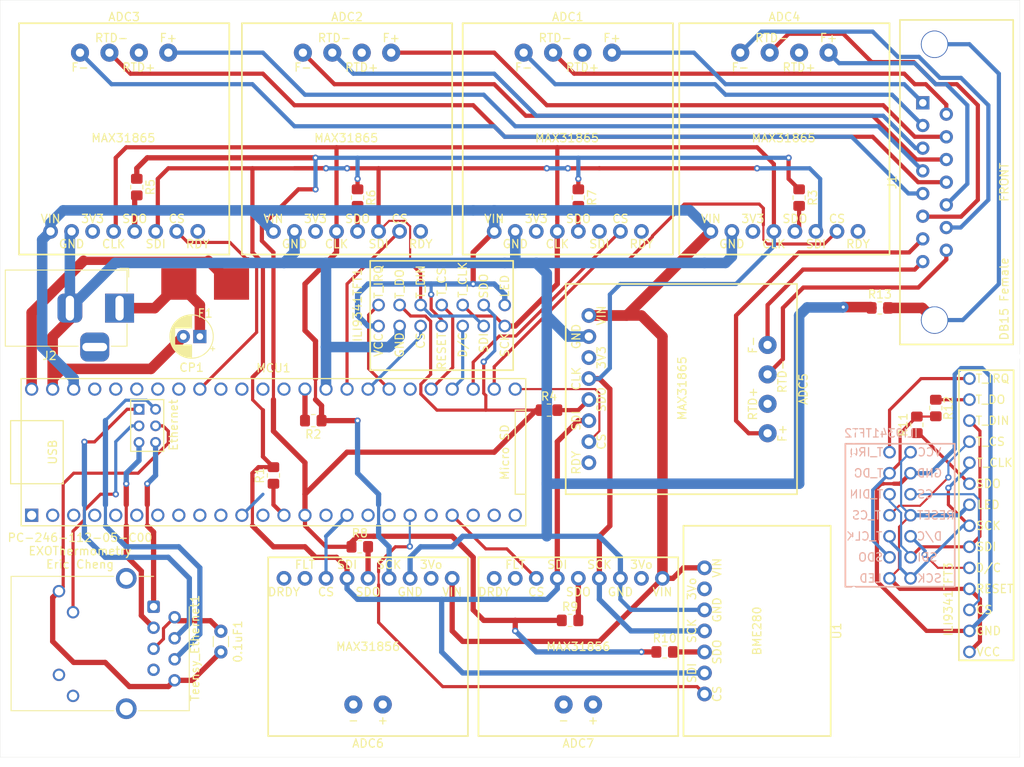
<source format=kicad_pcb>
(kicad_pcb (version 20171130) (host pcbnew "(5.1.6)-1")

  (general
    (thickness 1.6)
    (drawings 5)
    (tracks 642)
    (zones 0)
    (modules 38)
    (nets 113)
  )

  (page A4)
  (title_block
    (title Thermometry)
    (rev v1.0)
    (comment 4 "Eric Cheng")
  )

  (layers
    (0 F.Cu signal)
    (31 B.Cu signal)
    (32 B.Adhes user hide)
    (33 F.Adhes user hide)
    (34 B.Paste user hide)
    (35 F.Paste user hide)
    (36 B.SilkS user)
    (37 F.SilkS user)
    (38 B.Mask user hide)
    (39 F.Mask user hide)
    (40 Dwgs.User user hide)
    (41 Cmts.User user hide)
    (42 Eco1.User user)
    (43 Eco2.User user hide)
    (44 Edge.Cuts user)
    (45 Margin user hide)
    (46 B.CrtYd user hide)
    (47 F.CrtYd user hide)
    (48 B.Fab user hide)
    (49 F.Fab user hide)
  )

  (setup
    (last_trace_width 0.508)
    (user_trace_width 0.381)
    (user_trace_width 0.508)
    (user_trace_width 0.635)
    (user_trace_width 1.27)
    (trace_clearance 0.254)
    (zone_clearance 0.508)
    (zone_45_only no)
    (trace_min 0.2)
    (via_size 0.762)
    (via_drill 0.381)
    (via_min_size 0.4)
    (via_min_drill 0.3)
    (uvia_size 0.762)
    (uvia_drill 0.381)
    (uvias_allowed no)
    (uvia_min_size 0.2)
    (uvia_min_drill 0.1)
    (edge_width 0.05)
    (segment_width 0.2)
    (pcb_text_width 0.3)
    (pcb_text_size 1.5 1.5)
    (mod_edge_width 0.12)
    (mod_text_size 1 1)
    (mod_text_width 0.15)
    (pad_size 1.524 1.524)
    (pad_drill 0.762)
    (pad_to_mask_clearance 0.000051)
    (aux_axis_origin 0 0)
    (visible_elements 7FFFFFFF)
    (pcbplotparams
      (layerselection 0x010fc_ffffffff)
      (usegerberextensions false)
      (usegerberattributes true)
      (usegerberadvancedattributes true)
      (creategerberjobfile true)
      (excludeedgelayer true)
      (linewidth 0.100000)
      (plotframeref false)
      (viasonmask false)
      (mode 1)
      (useauxorigin false)
      (hpglpennumber 1)
      (hpglpenspeed 20)
      (hpglpendiameter 15.000000)
      (psnegative false)
      (psa4output false)
      (plotreference true)
      (plotvalue true)
      (plotinvisibletext false)
      (padsonsilk false)
      (subtractmaskfromsilk false)
      (outputformat 1)
      (mirror false)
      (drillshape 1)
      (scaleselection 1)
      (outputdirectory ""))
  )

  (net 0 "")
  (net 1 "Net-(0.1uF1-Pad1)")
  (net 2 "Net-(0.1uF1-Pad2)")
  (net 3 +3V3)
  (net 4 GND)
  (net 5 "Net-(ADC1-Pad5)")
  (net 6 /CLK)
  (net 7 "Net-(ADC1-Pad3)")
  (net 8 /SDI)
  (net 9 /CS_1)
  (net 10 "Net-(ADC1-Pad8)")
  (net 11 "Net-(ADC1-Pad11)")
  (net 12 "Net-(ADC1-Pad10)")
  (net 13 "Net-(ADC1-Pad9)")
  (net 14 "Net-(ADC1-Pad12)")
  (net 15 "Net-(ADC2-Pad12)")
  (net 16 "Net-(ADC2-Pad9)")
  (net 17 "Net-(ADC2-Pad10)")
  (net 18 "Net-(ADC2-Pad11)")
  (net 19 "Net-(ADC2-Pad8)")
  (net 20 /CS_2)
  (net 21 "Net-(ADC2-Pad3)")
  (net 22 "Net-(ADC2-Pad5)")
  (net 23 "Net-(ADC3-Pad5)")
  (net 24 "Net-(ADC3-Pad3)")
  (net 25 /CS_3)
  (net 26 "Net-(ADC3-Pad8)")
  (net 27 "Net-(ADC3-Pad11)")
  (net 28 "Net-(ADC3-Pad10)")
  (net 29 "Net-(ADC3-Pad9)")
  (net 30 "Net-(ADC3-Pad12)")
  (net 31 "Net-(ADC4-Pad12)")
  (net 32 "Net-(ADC4-Pad9)")
  (net 33 "Net-(ADC4-Pad10)")
  (net 34 "Net-(ADC4-Pad11)")
  (net 35 "Net-(ADC4-Pad8)")
  (net 36 /CS_4)
  (net 37 "Net-(ADC4-Pad3)")
  (net 38 "Net-(ADC4-Pad5)")
  (net 39 "Net-(ADC5-Pad5)")
  (net 40 "Net-(ADC5-Pad3)")
  (net 41 /CS_5)
  (net 42 "Net-(ADC5-Pad8)")
  (net 43 "Net-(ADC5-Pad11)")
  (net 44 "Net-(ADC5-Pad10)")
  (net 45 "Net-(ADC5-Pad9)")
  (net 46 "Net-(ADC5-Pad12)")
  (net 47 "Net-(ADC6-Pad5)")
  (net 48 "Net-(ADC6-Pad2)")
  (net 49 /CS_6)
  (net 50 "Net-(ADC6-Pad8)")
  (net 51 "Net-(ADC6-Pad9)")
  (net 52 "Net-(ADC6-Pad10)")
  (net 53 "Net-(ADC6-Pad11)")
  (net 54 "Net-(ADC7-Pad11)")
  (net 55 "Net-(ADC7-Pad10)")
  (net 56 "Net-(ADC7-Pad9)")
  (net 57 "Net-(ADC7-Pad8)")
  (net 58 /CS_7)
  (net 59 "Net-(ADC7-Pad2)")
  (net 60 "Net-(ADC7-Pad5)")
  (net 61 "Net-(CP1-Pad1)")
  (net 62 /5V)
  (net 63 /TFT_DC)
  (net 64 /TFT_CS)
  (net 65 /SDO)
  (net 66 /T_CS)
  (net 67 /T_IRQ)
  (net 68 "Net-(MCU1-Pad45)")
  (net 69 "Net-(MCU1-Pad44)")
  (net 70 "Net-(MCU1-Pad43)")
  (net 71 "Net-(MCU1-Pad42)")
  (net 72 "Net-(MCU1-Pad41)")
  (net 73 "Net-(MCU1-Pad39)")
  (net 74 "Net-(MCU1-Pad38)")
  (net 75 "Net-(MCU1-Pad37)")
  (net 76 "Net-(MCU1-Pad36)")
  (net 77 "Net-(MCU1-Pad35)")
  (net 78 "Net-(MCU1-Pad1)")
  (net 79 "Net-(MCU1-Pad2)")
  (net 80 "Net-(MCU1-Pad3)")
  (net 81 "Net-(MCU1-Pad4)")
  (net 82 "Net-(MCU1-Pad5)")
  (net 83 "Net-(MCU1-Pad6)")
  (net 84 "Net-(MCU1-Pad13)")
  (net 85 "Net-(MCU1-Pad24)")
  (net 86 "Net-(MCU1-Pad23)")
  (net 87 "Net-(MCU1-Pad22)")
  (net 88 "Net-(MCU1-Pad15)")
  (net 89 "Net-(MCU1-Pad20)")
  (net 90 "Net-(MCU1-Pad18)")
  (net 91 "Net-(MCU1-Pad17)")
  (net 92 "Net-(MCU1-Pad60)")
  (net 93 "Net-(MCU1-Pad65)")
  (net 94 "Net-(MCU1-Pad61)")
  (net 95 "Net-(MCU1-Pad63)")
  (net 96 "Net-(MCU1-Pad62)")
  (net 97 "Net-(R10-Pad2)")
  (net 98 "Net-(Teensy_Ethernet1-Pad7)")
  (net 99 "Net-(Teensy_Ethernet1-Pad12)")
  (net 100 "Net-(Teensy_Ethernet1-Pad11)")
  (net 101 "Net-(U1-Pad2)")
  (net 102 /CS_8)
  (net 103 "Net-(J1-Pad0)")
  (net 104 "Net-(ILI9341TFT3-Pad9)")
  (net 105 "Net-(ILI9341TFT3-Pad13)")
  (net 106 "Net-(MCU1-Pad7)")
  (net 107 "Net-(MCU1-Pad8)")
  (net 108 "Net-(MCU1-Pad9)")
  (net 109 "Net-(MCU1-Pad10)")
  (net 110 "Net-(MCU1-Pad11)")
  (net 111 "Net-(MCU1-Pad12)")
  (net 112 "Net-(MCU1-Pad30)")

  (net_class Default "This is the default net class."
    (clearance 0.254)
    (trace_width 0.254)
    (via_dia 0.762)
    (via_drill 0.381)
    (uvia_dia 0.762)
    (uvia_drill 0.381)
    (add_net +3V3)
    (add_net /5V)
    (add_net /CLK)
    (add_net /CS_1)
    (add_net /CS_2)
    (add_net /CS_3)
    (add_net /CS_4)
    (add_net /CS_5)
    (add_net /CS_6)
    (add_net /CS_7)
    (add_net /CS_8)
    (add_net /SDI)
    (add_net /SDO)
    (add_net /TFT_CS)
    (add_net /TFT_DC)
    (add_net /T_CS)
    (add_net /T_IRQ)
    (add_net GND)
    (add_net "Net-(0.1uF1-Pad1)")
    (add_net "Net-(0.1uF1-Pad2)")
    (add_net "Net-(ADC1-Pad10)")
    (add_net "Net-(ADC1-Pad11)")
    (add_net "Net-(ADC1-Pad12)")
    (add_net "Net-(ADC1-Pad3)")
    (add_net "Net-(ADC1-Pad5)")
    (add_net "Net-(ADC1-Pad8)")
    (add_net "Net-(ADC1-Pad9)")
    (add_net "Net-(ADC2-Pad10)")
    (add_net "Net-(ADC2-Pad11)")
    (add_net "Net-(ADC2-Pad12)")
    (add_net "Net-(ADC2-Pad3)")
    (add_net "Net-(ADC2-Pad5)")
    (add_net "Net-(ADC2-Pad8)")
    (add_net "Net-(ADC2-Pad9)")
    (add_net "Net-(ADC3-Pad10)")
    (add_net "Net-(ADC3-Pad11)")
    (add_net "Net-(ADC3-Pad12)")
    (add_net "Net-(ADC3-Pad3)")
    (add_net "Net-(ADC3-Pad5)")
    (add_net "Net-(ADC3-Pad8)")
    (add_net "Net-(ADC3-Pad9)")
    (add_net "Net-(ADC4-Pad10)")
    (add_net "Net-(ADC4-Pad11)")
    (add_net "Net-(ADC4-Pad12)")
    (add_net "Net-(ADC4-Pad3)")
    (add_net "Net-(ADC4-Pad5)")
    (add_net "Net-(ADC4-Pad8)")
    (add_net "Net-(ADC4-Pad9)")
    (add_net "Net-(ADC5-Pad10)")
    (add_net "Net-(ADC5-Pad11)")
    (add_net "Net-(ADC5-Pad12)")
    (add_net "Net-(ADC5-Pad3)")
    (add_net "Net-(ADC5-Pad5)")
    (add_net "Net-(ADC5-Pad8)")
    (add_net "Net-(ADC5-Pad9)")
    (add_net "Net-(ADC6-Pad10)")
    (add_net "Net-(ADC6-Pad11)")
    (add_net "Net-(ADC6-Pad2)")
    (add_net "Net-(ADC6-Pad5)")
    (add_net "Net-(ADC6-Pad8)")
    (add_net "Net-(ADC6-Pad9)")
    (add_net "Net-(ADC7-Pad10)")
    (add_net "Net-(ADC7-Pad11)")
    (add_net "Net-(ADC7-Pad2)")
    (add_net "Net-(ADC7-Pad5)")
    (add_net "Net-(ADC7-Pad8)")
    (add_net "Net-(ADC7-Pad9)")
    (add_net "Net-(CP1-Pad1)")
    (add_net "Net-(ILI9341TFT3-Pad13)")
    (add_net "Net-(ILI9341TFT3-Pad9)")
    (add_net "Net-(J1-Pad0)")
    (add_net "Net-(MCU1-Pad1)")
    (add_net "Net-(MCU1-Pad10)")
    (add_net "Net-(MCU1-Pad11)")
    (add_net "Net-(MCU1-Pad12)")
    (add_net "Net-(MCU1-Pad13)")
    (add_net "Net-(MCU1-Pad15)")
    (add_net "Net-(MCU1-Pad17)")
    (add_net "Net-(MCU1-Pad18)")
    (add_net "Net-(MCU1-Pad2)")
    (add_net "Net-(MCU1-Pad20)")
    (add_net "Net-(MCU1-Pad22)")
    (add_net "Net-(MCU1-Pad23)")
    (add_net "Net-(MCU1-Pad24)")
    (add_net "Net-(MCU1-Pad3)")
    (add_net "Net-(MCU1-Pad30)")
    (add_net "Net-(MCU1-Pad35)")
    (add_net "Net-(MCU1-Pad36)")
    (add_net "Net-(MCU1-Pad37)")
    (add_net "Net-(MCU1-Pad38)")
    (add_net "Net-(MCU1-Pad39)")
    (add_net "Net-(MCU1-Pad4)")
    (add_net "Net-(MCU1-Pad41)")
    (add_net "Net-(MCU1-Pad42)")
    (add_net "Net-(MCU1-Pad43)")
    (add_net "Net-(MCU1-Pad44)")
    (add_net "Net-(MCU1-Pad45)")
    (add_net "Net-(MCU1-Pad5)")
    (add_net "Net-(MCU1-Pad6)")
    (add_net "Net-(MCU1-Pad60)")
    (add_net "Net-(MCU1-Pad61)")
    (add_net "Net-(MCU1-Pad62)")
    (add_net "Net-(MCU1-Pad63)")
    (add_net "Net-(MCU1-Pad65)")
    (add_net "Net-(MCU1-Pad7)")
    (add_net "Net-(MCU1-Pad8)")
    (add_net "Net-(MCU1-Pad9)")
    (add_net "Net-(R10-Pad2)")
    (add_net "Net-(Teensy_Ethernet1-Pad11)")
    (add_net "Net-(Teensy_Ethernet1-Pad12)")
    (add_net "Net-(Teensy_Ethernet1-Pad7)")
    (add_net "Net-(U1-Pad2)")
  )

  (module Thermometry:z_Drill_05x10 (layer F.Cu) (tedit 56EA7A43) (tstamp 613076E3)
    (at 120.904 148.5646 90)
    (fp_text reference REF** (at 0 0.125 90) (layer F.Fab)
      (effects (font (size 0.1 0.1) (thickness 0.01)))
    )
    (fp_text value VAL** (at 0 -0.125 90) (layer F.Fab)
      (effects (font (size 0.1 0.1) (thickness 0.01)))
    )
    (fp_circle (center -0.5 0) (end -0.25 0) (layer Dwgs.User) (width 0.05))
    (fp_circle (center 0.5 0) (end 0.25 0) (layer Dwgs.User) (width 0.05))
    (fp_line (start -5 0) (end 5 0) (layer Cmts.User) (width 0.05))
    (fp_line (start -5 -0.25) (end 5 -0.25) (layer Dwgs.User) (width 0.05))
    (fp_line (start -5 0.25) (end 5 0.25) (layer Dwgs.User) (width 0.05))
    (fp_circle (center -1.5 0) (end -1.25 0) (layer Dwgs.User) (width 0.05))
    (fp_circle (center 1.5 0) (end 1.75 0) (layer Dwgs.User) (width 0.05))
    (fp_circle (center -2.5 0) (end -2.25 0) (layer Dwgs.User) (width 0.05))
    (fp_circle (center 2.5 0) (end 2.75 0) (layer Dwgs.User) (width 0.05))
    (fp_circle (center -4.5 0) (end -4.25 0) (layer Dwgs.User) (width 0.05))
    (fp_circle (center -3.5 0) (end -3.25 0) (layer Dwgs.User) (width 0.05))
    (fp_circle (center 4.5 0) (end 4.75 0) (layer Dwgs.User) (width 0.05))
    (fp_circle (center 3.5 0) (end 3.75 0) (layer Dwgs.User) (width 0.05))
    (fp_text user %R (at 0 0 270) (layer Eco1.User)
      (effects (font (size 0.3 0.3) (thickness 0.03)))
    )
    (pad "" np_thru_hole circle (at -0.5 0 90) (size 0.5 0.5) (drill 0.5) (layers *.Cu *.Mask))
    (pad "" np_thru_hole circle (at 0.5 0 90) (size 0.5 0.5) (drill 0.5) (layers *.Cu *.Mask))
    (pad "" np_thru_hole circle (at -1.5 0 90) (size 0.5 0.5) (drill 0.5) (layers *.Cu *.Mask))
    (pad "" np_thru_hole circle (at 1.5 0 90) (size 0.5 0.5) (drill 0.5) (layers *.Cu *.Mask))
    (pad "" np_thru_hole circle (at -2.5 0 90) (size 0.5 0.5) (drill 0.5) (layers *.Cu *.Mask))
    (pad "" np_thru_hole circle (at 2.5 0 90) (size 0.5 0.5) (drill 0.5) (layers *.Cu *.Mask))
    (pad "" np_thru_hole circle (at -4.5 0 90) (size 0.5 0.5) (drill 0.5) (layers *.Cu *.Mask))
    (pad "" np_thru_hole circle (at -3.5 0 90) (size 0.5 0.5) (drill 0.5) (layers *.Cu *.Mask))
    (pad "" np_thru_hole circle (at 4.5 0 90) (size 0.5 0.5) (drill 0.5) (layers *.Cu *.Mask))
    (pad "" np_thru_hole circle (at 3.5 0 90) (size 0.5 0.5) (drill 0.5) (layers *.Cu *.Mask))
  )

  (module Thermometry:MAX31865 (layer F.Cu) (tedit 6125743A) (tstamp 611E7F4A)
    (at 112.522 77.724)
    (path /612B754B)
    (fp_text reference ADC4 (at 0 -14.732) (layer F.SilkS)
      (effects (font (size 1 1) (thickness 0.15)))
    )
    (fp_text value PT100 (at 0 14.986) (layer F.Fab)
      (effects (font (size 1 1) (thickness 0.15)))
    )
    (fp_line (start 12.7 13.97) (end 12.7 -13.97) (layer F.SilkS) (width 0.2032))
    (fp_line (start 12.7 13.97) (end -12.7 13.97) (layer F.SilkS) (width 0.2032))
    (fp_line (start -12.7 -13.97) (end -12.7 13.97) (layer F.SilkS) (width 0.2032))
    (fp_line (start -12.7 -13.97) (end 12.7 -13.97) (layer F.SilkS) (width 0.2032))
    (fp_line (start 12.7 -13.97) (end 12.7 13.97) (layer F.Fab) (width 0.1016))
    (fp_line (start -12.7 -13.97) (end -12.7 13.97) (layer F.Fab) (width 0.1016))
    (fp_line (start -12.7 13.97) (end 12.7 13.97) (layer F.Fab) (width 0.1016))
    (fp_line (start -12.7 -13.97) (end 12.7 -13.97) (layer F.Fab) (width 0.1016))
    (fp_text user MAX31865 (at -0.1 -0.1) (layer F.SilkS)
      (effects (font (size 1 1) (thickness 0.15)))
    )
    (fp_text user RTD- (at -1.524 -12.192 180) (layer F.SilkS)
      (effects (font (size 1 1) (thickness 0.15)))
    )
    (fp_text user RTD+ (at 1.778 -8.636 180) (layer F.SilkS)
      (effects (font (size 1 1) (thickness 0.15)))
    )
    (fp_text user F+ (at 5.334 -12.192) (layer F.SilkS)
      (effects (font (size 1 1) (thickness 0.15)))
    )
    (fp_text user F- (at -5.334 -8.636) (layer F.SilkS)
      (effects (font (size 1 1) (thickness 0.15)))
    )
    (fp_text user RDY (at 8.89 12.7) (layer F.SilkS)
      (effects (font (size 1 1) (thickness 0.15)))
    )
    (fp_text user CS (at 6.35 9.652) (layer F.SilkS)
      (effects (font (size 1 1) (thickness 0.15)))
    )
    (fp_text user SDI (at 3.81 12.7) (layer F.SilkS)
      (effects (font (size 1 1) (thickness 0.15)))
    )
    (fp_text user SDO (at 1.27 9.652) (layer F.SilkS)
      (effects (font (size 1 1) (thickness 0.15)))
    )
    (fp_text user CLK (at -1.27 12.7) (layer F.SilkS)
      (effects (font (size 1 1) (thickness 0.15)))
    )
    (fp_text user 3V3 (at -3.81 9.652) (layer F.SilkS)
      (effects (font (size 1 1) (thickness 0.15)))
    )
    (fp_text user GND (at -6.35 12.7) (layer F.SilkS)
      (effects (font (size 1 1) (thickness 0.15)))
    )
    (fp_text user VIN (at -8.89 9.652) (layer F.SilkS)
      (effects (font (size 1 1) (thickness 0.15)))
    )
    (pad 12 thru_hole circle (at 5.334 -10.414) (size 2.184 2.184) (drill 1) (layers *.Cu *.Mask)
      (net 31 "Net-(ADC4-Pad12)"))
    (pad 9 thru_hole circle (at -5.334 -10.414) (size 2.184 2.184) (drill 1) (layers *.Cu *.Mask)
      (net 32 "Net-(ADC4-Pad9)"))
    (pad 10 thru_hole circle (at -1.778 -10.414) (size 2.184 2.184) (drill 1) (layers *.Cu *.Mask)
      (net 33 "Net-(ADC4-Pad10)"))
    (pad 11 thru_hole circle (at 1.778 -10.414) (size 2.184 2.184) (drill 1) (layers *.Cu *.Mask)
      (net 34 "Net-(ADC4-Pad11)"))
    (pad 8 thru_hole circle (at 8.89 11.176) (size 1.778 1.778) (drill 1) (layers *.Cu *.Mask)
      (net 35 "Net-(ADC4-Pad8)"))
    (pad 7 thru_hole circle (at 6.35 11.176) (size 1.778 1.778) (drill 1) (layers *.Cu *.Mask)
      (net 36 /CS_4))
    (pad 6 thru_hole circle (at 3.81 11.176) (size 1.778 1.778) (drill 1) (layers *.Cu *.Mask)
      (net 8 /SDI))
    (pad 3 thru_hole circle (at -3.81 11.176) (size 1.778 1.778) (drill 1) (layers *.Cu *.Mask)
      (net 37 "Net-(ADC4-Pad3)"))
    (pad 4 thru_hole circle (at -1.27 11.176) (size 1.778 1.778) (drill 1) (layers *.Cu *.Mask)
      (net 6 /CLK))
    (pad 5 thru_hole circle (at 1.27 11.176) (size 1.778 1.778) (drill 1) (layers *.Cu *.Mask)
      (net 38 "Net-(ADC4-Pad5)"))
    (pad 2 thru_hole circle (at -6.35 11.176) (size 1.778 1.778) (drill 1) (layers *.Cu *.Mask)
      (net 4 GND))
    (pad 1 thru_hole circle (at -8.89 11.176) (size 1.778 1.778) (drill 1) (layers *.Cu *.Mask)
      (net 3 +3V3))
  )

  (module Thermometry:MAX31865 (layer F.Cu) (tedit 6125743A) (tstamp 61219632)
    (at 100.076 107.95 270)
    (path /612B7D2F)
    (fp_text reference ADC5 (at 0 -14.732 90) (layer F.SilkS)
      (effects (font (size 1 1) (thickness 0.15)))
    )
    (fp_text value PT100 (at 0 14.986 90) (layer F.Fab)
      (effects (font (size 1 1) (thickness 0.15)))
    )
    (fp_line (start 12.7 13.97) (end 12.7 -13.97) (layer F.SilkS) (width 0.2032))
    (fp_line (start 12.7 13.97) (end -12.7 13.97) (layer F.SilkS) (width 0.2032))
    (fp_line (start -12.7 -13.97) (end -12.7 13.97) (layer F.SilkS) (width 0.2032))
    (fp_line (start -12.7 -13.97) (end 12.7 -13.97) (layer F.SilkS) (width 0.2032))
    (fp_line (start 12.7 -13.97) (end 12.7 13.97) (layer F.Fab) (width 0.1016))
    (fp_line (start -12.7 -13.97) (end -12.7 13.97) (layer F.Fab) (width 0.1016))
    (fp_line (start -12.7 13.97) (end 12.7 13.97) (layer F.Fab) (width 0.1016))
    (fp_line (start -12.7 -13.97) (end 12.7 -13.97) (layer F.Fab) (width 0.1016))
    (fp_text user MAX31865 (at -0.1 -0.1 90) (layer F.SilkS)
      (effects (font (size 1 1) (thickness 0.15)))
    )
    (fp_text user RTD- (at -1.524 -12.192 270) (layer F.SilkS)
      (effects (font (size 1 1) (thickness 0.15)))
    )
    (fp_text user RTD+ (at 1.778 -8.636 270) (layer F.SilkS)
      (effects (font (size 1 1) (thickness 0.15)))
    )
    (fp_text user F+ (at 5.334 -12.192 90) (layer F.SilkS)
      (effects (font (size 1 1) (thickness 0.15)))
    )
    (fp_text user F- (at -5.334 -8.636 90) (layer F.SilkS)
      (effects (font (size 1 1) (thickness 0.15)))
    )
    (fp_text user RDY (at 8.89 12.7 90) (layer F.SilkS)
      (effects (font (size 1 1) (thickness 0.15)))
    )
    (fp_text user CS (at 6.35 9.652 90) (layer F.SilkS)
      (effects (font (size 1 1) (thickness 0.15)))
    )
    (fp_text user SDI (at 3.81 12.7 90) (layer F.SilkS)
      (effects (font (size 1 1) (thickness 0.15)))
    )
    (fp_text user SDO (at 1.27 9.652 90) (layer F.SilkS)
      (effects (font (size 1 1) (thickness 0.15)))
    )
    (fp_text user CLK (at -1.27 12.7 90) (layer F.SilkS)
      (effects (font (size 1 1) (thickness 0.15)))
    )
    (fp_text user 3V3 (at -3.81 9.652 90) (layer F.SilkS)
      (effects (font (size 1 1) (thickness 0.15)))
    )
    (fp_text user GND (at -6.35 12.7 90) (layer F.SilkS)
      (effects (font (size 1 1) (thickness 0.15)))
    )
    (fp_text user VIN (at -8.89 9.652 90) (layer F.SilkS)
      (effects (font (size 1 1) (thickness 0.15)))
    )
    (pad 12 thru_hole circle (at 5.334 -10.414 270) (size 2.184 2.184) (drill 1) (layers *.Cu *.Mask)
      (net 46 "Net-(ADC5-Pad12)"))
    (pad 9 thru_hole circle (at -5.334 -10.414 270) (size 2.184 2.184) (drill 1) (layers *.Cu *.Mask)
      (net 45 "Net-(ADC5-Pad9)"))
    (pad 10 thru_hole circle (at -1.778 -10.414 270) (size 2.184 2.184) (drill 1) (layers *.Cu *.Mask)
      (net 44 "Net-(ADC5-Pad10)"))
    (pad 11 thru_hole circle (at 1.778 -10.414 270) (size 2.184 2.184) (drill 1) (layers *.Cu *.Mask)
      (net 43 "Net-(ADC5-Pad11)"))
    (pad 8 thru_hole circle (at 8.89 11.176 270) (size 1.778 1.778) (drill 1) (layers *.Cu *.Mask)
      (net 42 "Net-(ADC5-Pad8)"))
    (pad 7 thru_hole circle (at 6.35 11.176 270) (size 1.778 1.778) (drill 1) (layers *.Cu *.Mask)
      (net 41 /CS_5))
    (pad 6 thru_hole circle (at 3.81 11.176 270) (size 1.778 1.778) (drill 1) (layers *.Cu *.Mask)
      (net 8 /SDI))
    (pad 3 thru_hole circle (at -3.81 11.176 270) (size 1.778 1.778) (drill 1) (layers *.Cu *.Mask)
      (net 40 "Net-(ADC5-Pad3)"))
    (pad 4 thru_hole circle (at -1.27 11.176 270) (size 1.778 1.778) (drill 1) (layers *.Cu *.Mask)
      (net 6 /CLK))
    (pad 5 thru_hole circle (at 1.27 11.176 270) (size 1.778 1.778) (drill 1) (layers *.Cu *.Mask)
      (net 39 "Net-(ADC5-Pad5)"))
    (pad 2 thru_hole circle (at -6.35 11.176 270) (size 1.778 1.778) (drill 1) (layers *.Cu *.Mask)
      (net 4 GND))
    (pad 1 thru_hole circle (at -8.89 11.176 270) (size 1.778 1.778) (drill 1) (layers *.Cu *.Mask)
      (net 3 +3V3))
  )

  (module Thermometry:MAX31865 (layer F.Cu) (tedit 6125743A) (tstamp 611E7F02)
    (at 59.69 77.724)
    (path /612B65CD)
    (fp_text reference ADC2 (at 0 -14.732) (layer F.SilkS)
      (effects (font (size 1 1) (thickness 0.15)))
    )
    (fp_text value PT100 (at 0 14.986) (layer F.Fab)
      (effects (font (size 1 1) (thickness 0.15)))
    )
    (fp_line (start 12.7 13.97) (end 12.7 -13.97) (layer F.SilkS) (width 0.2032))
    (fp_line (start 12.7 13.97) (end -12.7 13.97) (layer F.SilkS) (width 0.2032))
    (fp_line (start -12.7 -13.97) (end -12.7 13.97) (layer F.SilkS) (width 0.2032))
    (fp_line (start -12.7 -13.97) (end 12.7 -13.97) (layer F.SilkS) (width 0.2032))
    (fp_line (start 12.7 -13.97) (end 12.7 13.97) (layer F.Fab) (width 0.1016))
    (fp_line (start -12.7 -13.97) (end -12.7 13.97) (layer F.Fab) (width 0.1016))
    (fp_line (start -12.7 13.97) (end 12.7 13.97) (layer F.Fab) (width 0.1016))
    (fp_line (start -12.7 -13.97) (end 12.7 -13.97) (layer F.Fab) (width 0.1016))
    (fp_text user MAX31865 (at -0.1 -0.1) (layer F.SilkS)
      (effects (font (size 1 1) (thickness 0.15)))
    )
    (fp_text user RTD- (at -1.524 -12.192 180) (layer F.SilkS)
      (effects (font (size 1 1) (thickness 0.15)))
    )
    (fp_text user RTD+ (at 1.778 -8.636 180) (layer F.SilkS)
      (effects (font (size 1 1) (thickness 0.15)))
    )
    (fp_text user F+ (at 5.334 -12.192) (layer F.SilkS)
      (effects (font (size 1 1) (thickness 0.15)))
    )
    (fp_text user F- (at -5.334 -8.636) (layer F.SilkS)
      (effects (font (size 1 1) (thickness 0.15)))
    )
    (fp_text user RDY (at 8.89 12.7) (layer F.SilkS)
      (effects (font (size 1 1) (thickness 0.15)))
    )
    (fp_text user CS (at 6.35 9.652) (layer F.SilkS)
      (effects (font (size 1 1) (thickness 0.15)))
    )
    (fp_text user SDI (at 3.81 12.7) (layer F.SilkS)
      (effects (font (size 1 1) (thickness 0.15)))
    )
    (fp_text user SDO (at 1.27 9.652) (layer F.SilkS)
      (effects (font (size 1 1) (thickness 0.15)))
    )
    (fp_text user CLK (at -1.27 12.7) (layer F.SilkS)
      (effects (font (size 1 1) (thickness 0.15)))
    )
    (fp_text user 3V3 (at -3.81 9.652) (layer F.SilkS)
      (effects (font (size 1 1) (thickness 0.15)))
    )
    (fp_text user GND (at -6.35 12.7) (layer F.SilkS)
      (effects (font (size 1 1) (thickness 0.15)))
    )
    (fp_text user VIN (at -8.89 9.652) (layer F.SilkS)
      (effects (font (size 1 1) (thickness 0.15)))
    )
    (pad 12 thru_hole circle (at 5.334 -10.414) (size 2.184 2.184) (drill 1) (layers *.Cu *.Mask)
      (net 15 "Net-(ADC2-Pad12)"))
    (pad 9 thru_hole circle (at -5.334 -10.414) (size 2.184 2.184) (drill 1) (layers *.Cu *.Mask)
      (net 16 "Net-(ADC2-Pad9)"))
    (pad 10 thru_hole circle (at -1.778 -10.414) (size 2.184 2.184) (drill 1) (layers *.Cu *.Mask)
      (net 17 "Net-(ADC2-Pad10)"))
    (pad 11 thru_hole circle (at 1.778 -10.414) (size 2.184 2.184) (drill 1) (layers *.Cu *.Mask)
      (net 18 "Net-(ADC2-Pad11)"))
    (pad 8 thru_hole circle (at 8.89 11.176) (size 1.778 1.778) (drill 1) (layers *.Cu *.Mask)
      (net 19 "Net-(ADC2-Pad8)"))
    (pad 7 thru_hole circle (at 6.35 11.176) (size 1.778 1.778) (drill 1) (layers *.Cu *.Mask)
      (net 20 /CS_2))
    (pad 6 thru_hole circle (at 3.81 11.176) (size 1.778 1.778) (drill 1) (layers *.Cu *.Mask)
      (net 8 /SDI))
    (pad 3 thru_hole circle (at -3.81 11.176) (size 1.778 1.778) (drill 1) (layers *.Cu *.Mask)
      (net 21 "Net-(ADC2-Pad3)"))
    (pad 4 thru_hole circle (at -1.27 11.176) (size 1.778 1.778) (drill 1) (layers *.Cu *.Mask)
      (net 6 /CLK))
    (pad 5 thru_hole circle (at 1.27 11.176) (size 1.778 1.778) (drill 1) (layers *.Cu *.Mask)
      (net 22 "Net-(ADC2-Pad5)"))
    (pad 2 thru_hole circle (at -6.35 11.176) (size 1.778 1.778) (drill 1) (layers *.Cu *.Mask)
      (net 4 GND))
    (pad 1 thru_hole circle (at -8.89 11.176) (size 1.778 1.778) (drill 1) (layers *.Cu *.Mask)
      (net 3 +3V3))
  )

  (module Thermometry:MAX31865 (layer F.Cu) (tedit 6125743A) (tstamp 6121F6F0)
    (at 86.36 77.724)
    (path /612B3A94)
    (fp_text reference ADC1 (at 0 -14.732) (layer F.SilkS)
      (effects (font (size 1 1) (thickness 0.15)))
    )
    (fp_text value PT100 (at 0 14.986) (layer F.Fab)
      (effects (font (size 1 1) (thickness 0.15)))
    )
    (fp_line (start 12.7 13.97) (end 12.7 -13.97) (layer F.SilkS) (width 0.2032))
    (fp_line (start 12.7 13.97) (end -12.7 13.97) (layer F.SilkS) (width 0.2032))
    (fp_line (start -12.7 -13.97) (end -12.7 13.97) (layer F.SilkS) (width 0.2032))
    (fp_line (start -12.7 -13.97) (end 12.7 -13.97) (layer F.SilkS) (width 0.2032))
    (fp_line (start 12.7 -13.97) (end 12.7 13.97) (layer F.Fab) (width 0.1016))
    (fp_line (start -12.7 -13.97) (end -12.7 13.97) (layer F.Fab) (width 0.1016))
    (fp_line (start -12.7 13.97) (end 12.7 13.97) (layer F.Fab) (width 0.1016))
    (fp_line (start -12.7 -13.97) (end 12.7 -13.97) (layer F.Fab) (width 0.1016))
    (fp_text user MAX31865 (at -0.1 -0.1) (layer F.SilkS)
      (effects (font (size 1 1) (thickness 0.15)))
    )
    (fp_text user RTD- (at -1.524 -12.192 180) (layer F.SilkS)
      (effects (font (size 1 1) (thickness 0.15)))
    )
    (fp_text user RTD+ (at 1.778 -8.636 180) (layer F.SilkS)
      (effects (font (size 1 1) (thickness 0.15)))
    )
    (fp_text user F+ (at 5.334 -12.192) (layer F.SilkS)
      (effects (font (size 1 1) (thickness 0.15)))
    )
    (fp_text user F- (at -5.334 -8.636) (layer F.SilkS)
      (effects (font (size 1 1) (thickness 0.15)))
    )
    (fp_text user RDY (at 8.89 12.7) (layer F.SilkS)
      (effects (font (size 1 1) (thickness 0.15)))
    )
    (fp_text user CS (at 6.35 9.652) (layer F.SilkS)
      (effects (font (size 1 1) (thickness 0.15)))
    )
    (fp_text user SDI (at 3.81 12.7) (layer F.SilkS)
      (effects (font (size 1 1) (thickness 0.15)))
    )
    (fp_text user SDO (at 1.27 9.652) (layer F.SilkS)
      (effects (font (size 1 1) (thickness 0.15)))
    )
    (fp_text user CLK (at -1.27 12.7) (layer F.SilkS)
      (effects (font (size 1 1) (thickness 0.15)))
    )
    (fp_text user 3V3 (at -3.81 9.652) (layer F.SilkS)
      (effects (font (size 1 1) (thickness 0.15)))
    )
    (fp_text user GND (at -6.35 12.7) (layer F.SilkS)
      (effects (font (size 1 1) (thickness 0.15)))
    )
    (fp_text user VIN (at -8.89 9.652) (layer F.SilkS)
      (effects (font (size 1 1) (thickness 0.15)))
    )
    (pad 12 thru_hole circle (at 5.334 -10.414) (size 2.184 2.184) (drill 1) (layers *.Cu *.Mask)
      (net 14 "Net-(ADC1-Pad12)"))
    (pad 9 thru_hole circle (at -5.334 -10.414) (size 2.184 2.184) (drill 1) (layers *.Cu *.Mask)
      (net 13 "Net-(ADC1-Pad9)"))
    (pad 10 thru_hole circle (at -1.778 -10.414) (size 2.184 2.184) (drill 1) (layers *.Cu *.Mask)
      (net 12 "Net-(ADC1-Pad10)"))
    (pad 11 thru_hole circle (at 1.778 -10.414) (size 2.184 2.184) (drill 1) (layers *.Cu *.Mask)
      (net 11 "Net-(ADC1-Pad11)"))
    (pad 8 thru_hole circle (at 8.89 11.176) (size 1.778 1.778) (drill 1) (layers *.Cu *.Mask)
      (net 10 "Net-(ADC1-Pad8)"))
    (pad 7 thru_hole circle (at 6.35 11.176) (size 1.778 1.778) (drill 1) (layers *.Cu *.Mask)
      (net 9 /CS_1))
    (pad 6 thru_hole circle (at 3.81 11.176) (size 1.778 1.778) (drill 1) (layers *.Cu *.Mask)
      (net 8 /SDI))
    (pad 3 thru_hole circle (at -3.81 11.176) (size 1.778 1.778) (drill 1) (layers *.Cu *.Mask)
      (net 7 "Net-(ADC1-Pad3)"))
    (pad 4 thru_hole circle (at -1.27 11.176) (size 1.778 1.778) (drill 1) (layers *.Cu *.Mask)
      (net 6 /CLK))
    (pad 5 thru_hole circle (at 1.27 11.176) (size 1.778 1.778) (drill 1) (layers *.Cu *.Mask)
      (net 5 "Net-(ADC1-Pad5)"))
    (pad 2 thru_hole circle (at -6.35 11.176) (size 1.778 1.778) (drill 1) (layers *.Cu *.Mask)
      (net 4 GND))
    (pad 1 thru_hole circle (at -8.89 11.176) (size 1.778 1.778) (drill 1) (layers *.Cu *.Mask)
      (net 3 +3V3))
  )

  (module Thermometry:MAX31865 (layer F.Cu) (tedit 6125743A) (tstamp 61218BCF)
    (at 32.766 77.724)
    (path /612B6EF2)
    (fp_text reference ADC3 (at 0 -14.732) (layer F.SilkS)
      (effects (font (size 1 1) (thickness 0.15)))
    )
    (fp_text value PT100 (at 0 14.986) (layer F.Fab)
      (effects (font (size 1 1) (thickness 0.15)))
    )
    (fp_line (start 12.7 13.97) (end 12.7 -13.97) (layer F.SilkS) (width 0.2032))
    (fp_line (start 12.7 13.97) (end -12.7 13.97) (layer F.SilkS) (width 0.2032))
    (fp_line (start -12.7 -13.97) (end -12.7 13.97) (layer F.SilkS) (width 0.2032))
    (fp_line (start -12.7 -13.97) (end 12.7 -13.97) (layer F.SilkS) (width 0.2032))
    (fp_line (start 12.7 -13.97) (end 12.7 13.97) (layer F.Fab) (width 0.1016))
    (fp_line (start -12.7 -13.97) (end -12.7 13.97) (layer F.Fab) (width 0.1016))
    (fp_line (start -12.7 13.97) (end 12.7 13.97) (layer F.Fab) (width 0.1016))
    (fp_line (start -12.7 -13.97) (end 12.7 -13.97) (layer F.Fab) (width 0.1016))
    (fp_text user MAX31865 (at -0.1 -0.1) (layer F.SilkS)
      (effects (font (size 1 1) (thickness 0.15)))
    )
    (fp_text user RTD- (at -1.524 -12.192 180) (layer F.SilkS)
      (effects (font (size 1 1) (thickness 0.15)))
    )
    (fp_text user RTD+ (at 1.778 -8.636 180) (layer F.SilkS)
      (effects (font (size 1 1) (thickness 0.15)))
    )
    (fp_text user F+ (at 5.334 -12.192) (layer F.SilkS)
      (effects (font (size 1 1) (thickness 0.15)))
    )
    (fp_text user F- (at -5.334 -8.636) (layer F.SilkS)
      (effects (font (size 1 1) (thickness 0.15)))
    )
    (fp_text user RDY (at 8.89 12.7) (layer F.SilkS)
      (effects (font (size 1 1) (thickness 0.15)))
    )
    (fp_text user CS (at 6.35 9.652) (layer F.SilkS)
      (effects (font (size 1 1) (thickness 0.15)))
    )
    (fp_text user SDI (at 3.81 12.7) (layer F.SilkS)
      (effects (font (size 1 1) (thickness 0.15)))
    )
    (fp_text user SDO (at 1.27 9.652) (layer F.SilkS)
      (effects (font (size 1 1) (thickness 0.15)))
    )
    (fp_text user CLK (at -1.27 12.7) (layer F.SilkS)
      (effects (font (size 1 1) (thickness 0.15)))
    )
    (fp_text user 3V3 (at -3.81 9.652) (layer F.SilkS)
      (effects (font (size 1 1) (thickness 0.15)))
    )
    (fp_text user GND (at -6.35 12.7) (layer F.SilkS)
      (effects (font (size 1 1) (thickness 0.15)))
    )
    (fp_text user VIN (at -8.89 9.652) (layer F.SilkS)
      (effects (font (size 1 1) (thickness 0.15)))
    )
    (pad 12 thru_hole circle (at 5.334 -10.414) (size 2.184 2.184) (drill 1) (layers *.Cu *.Mask)
      (net 30 "Net-(ADC3-Pad12)"))
    (pad 9 thru_hole circle (at -5.334 -10.414) (size 2.184 2.184) (drill 1) (layers *.Cu *.Mask)
      (net 29 "Net-(ADC3-Pad9)"))
    (pad 10 thru_hole circle (at -1.778 -10.414) (size 2.184 2.184) (drill 1) (layers *.Cu *.Mask)
      (net 28 "Net-(ADC3-Pad10)"))
    (pad 11 thru_hole circle (at 1.778 -10.414) (size 2.184 2.184) (drill 1) (layers *.Cu *.Mask)
      (net 27 "Net-(ADC3-Pad11)"))
    (pad 8 thru_hole circle (at 8.89 11.176) (size 1.778 1.778) (drill 1) (layers *.Cu *.Mask)
      (net 26 "Net-(ADC3-Pad8)"))
    (pad 7 thru_hole circle (at 6.35 11.176) (size 1.778 1.778) (drill 1) (layers *.Cu *.Mask)
      (net 25 /CS_3))
    (pad 6 thru_hole circle (at 3.81 11.176) (size 1.778 1.778) (drill 1) (layers *.Cu *.Mask)
      (net 8 /SDI))
    (pad 3 thru_hole circle (at -3.81 11.176) (size 1.778 1.778) (drill 1) (layers *.Cu *.Mask)
      (net 24 "Net-(ADC3-Pad3)"))
    (pad 4 thru_hole circle (at -1.27 11.176) (size 1.778 1.778) (drill 1) (layers *.Cu *.Mask)
      (net 6 /CLK))
    (pad 5 thru_hole circle (at 1.27 11.176) (size 1.778 1.778) (drill 1) (layers *.Cu *.Mask)
      (net 23 "Net-(ADC3-Pad5)"))
    (pad 2 thru_hole circle (at -6.35 11.176) (size 1.778 1.778) (drill 1) (layers *.Cu *.Mask)
      (net 4 GND))
    (pad 1 thru_hole circle (at -8.89 11.176) (size 1.778 1.778) (drill 1) (layers *.Cu *.Mask)
      (net 3 +3V3))
  )

  (module Thermometry:MAX31856 (layer F.Cu) (tedit 61257442) (tstamp 6125E253)
    (at 62.23 139.065 180)
    (path /61166772)
    (fp_text reference ADC6 (at 0 -11.684) (layer F.SilkS)
      (effects (font (size 1 1) (thickness 0.15)))
    )
    (fp_text value thermocouple1 (at 0 11.938) (layer F.Fab)
      (effects (font (size 1 1) (thickness 0.15)))
    )
    (fp_line (start 12.065 -10.795) (end 12.065 10.795) (layer F.SilkS) (width 0.2032))
    (fp_line (start -12.065 -10.795) (end -12.065 10.795) (layer F.SilkS) (width 0.2032))
    (fp_line (start -12.065 -10.795) (end 12.065 -10.795) (layer F.SilkS) (width 0.2032))
    (fp_line (start -12.065 10.795) (end 12.065 10.795) (layer F.SilkS) (width 0.2032))
    (fp_line (start 12.065 -10.795) (end 12.065 10.795) (layer F.Fab) (width 0.1016))
    (fp_line (start -12.065 -10.795) (end -12.065 10.795) (layer F.Fab) (width 0.1016))
    (fp_line (start -12.065 10.795) (end 12.065 10.795) (layer F.Fab) (width 0.1016))
    (fp_line (start -12.065 -10.795) (end 12.065 -10.795) (layer F.Fab) (width 0.1016))
    (fp_text user MAX31856 (at 0 0) (layer F.SilkS)
      (effects (font (size 1 1) (thickness 0.15)))
    )
    (fp_text user + (at -1.778 -8.89) (layer F.SilkS)
      (effects (font (size 1 1) (thickness 0.15)))
    )
    (fp_text user - (at 1.778 -8.89) (layer F.SilkS)
      (effects (font (size 1 1) (thickness 0.15)))
    )
    (fp_text user VIN (at -10.16 6.604) (layer F.SilkS)
      (effects (font (size 1 1) (thickness 0.15)))
    )
    (fp_text user 3Vo (at -7.62 9.906) (layer F.SilkS)
      (effects (font (size 1 1) (thickness 0.15)))
    )
    (fp_text user GND (at -5.08 6.604) (layer F.SilkS)
      (effects (font (size 1 1) (thickness 0.15)))
    )
    (fp_text user SCK (at -2.54 9.906) (layer F.SilkS)
      (effects (font (size 1 1) (thickness 0.15)))
    )
    (fp_text user SDO (at 0 6.604) (layer F.SilkS)
      (effects (font (size 1 1) (thickness 0.15)))
    )
    (fp_text user SDI (at 2.54 9.906) (layer F.SilkS)
      (effects (font (size 1 1) (thickness 0.15)))
    )
    (fp_text user CS (at 5.08 6.604) (layer F.SilkS)
      (effects (font (size 1 1) (thickness 0.15)))
    )
    (fp_text user FLT (at 7.62 9.906) (layer F.SilkS)
      (effects (font (size 1 1) (thickness 0.15)))
    )
    (fp_text user DRDY (at 10.16 6.604) (layer F.SilkS)
      (effects (font (size 1 1) (thickness 0.15)))
    )
    (pad 5 thru_hole circle (at 0 8.255 180) (size 1.778 1.778) (drill 1) (layers *.Cu *.Mask)
      (net 47 "Net-(ADC6-Pad5)"))
    (pad 4 thru_hole circle (at -2.54 8.255 180) (size 1.778 1.778) (drill 1) (layers *.Cu *.Mask)
      (net 6 /CLK))
    (pad 3 thru_hole circle (at -5.08 8.255 180) (size 1.778 1.778) (drill 1) (layers *.Cu *.Mask)
      (net 4 GND))
    (pad 2 thru_hole circle (at -7.62 8.255 180) (size 1.778 1.778) (drill 1) (layers *.Cu *.Mask)
      (net 48 "Net-(ADC6-Pad2)"))
    (pad 1 thru_hole circle (at -10.16 8.255 180) (size 1.778 1.778) (drill 1) (layers *.Cu *.Mask)
      (net 3 +3V3))
    (pad 6 thru_hole circle (at 2.54 8.255 180) (size 1.778 1.778) (drill 1) (layers *.Cu *.Mask)
      (net 8 /SDI))
    (pad 7 thru_hole circle (at 5.08 8.255 180) (size 1.778 1.778) (drill 1) (layers *.Cu *.Mask)
      (net 49 /CS_6))
    (pad 8 thru_hole circle (at 7.62 8.255 180) (size 1.778 1.778) (drill 1) (layers *.Cu *.Mask)
      (net 50 "Net-(ADC6-Pad8)"))
    (pad 9 thru_hole circle (at 10.16 8.255 180) (size 1.778 1.778) (drill 1) (layers *.Cu *.Mask)
      (net 51 "Net-(ADC6-Pad9)"))
    (pad 10 thru_hole circle (at -1.778 -6.985 180) (size 2.184 2.184) (drill 1) (layers *.Cu *.Mask)
      (net 52 "Net-(ADC6-Pad10)"))
    (pad 11 thru_hole circle (at 1.778 -6.985 180) (size 2.184 2.184) (drill 1) (layers *.Cu *.Mask)
      (net 53 "Net-(ADC6-Pad11)"))
  )

  (module Thermometry:MAX31856 (layer F.Cu) (tedit 61257442) (tstamp 6125E087)
    (at 87.63 139.065 180)
    (path /611B07C0)
    (fp_text reference ADC7 (at 0 -11.684) (layer F.SilkS)
      (effects (font (size 1 1) (thickness 0.15)))
    )
    (fp_text value thermocouple2 (at 0 11.938) (layer F.Fab)
      (effects (font (size 1 1) (thickness 0.15)))
    )
    (fp_line (start 12.065 -10.795) (end 12.065 10.795) (layer F.SilkS) (width 0.2032))
    (fp_line (start -12.065 -10.795) (end -12.065 10.795) (layer F.SilkS) (width 0.2032))
    (fp_line (start -12.065 -10.795) (end 12.065 -10.795) (layer F.SilkS) (width 0.2032))
    (fp_line (start -12.065 10.795) (end 12.065 10.795) (layer F.SilkS) (width 0.2032))
    (fp_line (start 12.065 -10.795) (end 12.065 10.795) (layer F.Fab) (width 0.1016))
    (fp_line (start -12.065 -10.795) (end -12.065 10.795) (layer F.Fab) (width 0.1016))
    (fp_line (start -12.065 10.795) (end 12.065 10.795) (layer F.Fab) (width 0.1016))
    (fp_line (start -12.065 -10.795) (end 12.065 -10.795) (layer F.Fab) (width 0.1016))
    (fp_text user MAX31856 (at 0 0) (layer F.SilkS)
      (effects (font (size 1 1) (thickness 0.15)))
    )
    (fp_text user + (at -1.778 -8.89) (layer F.SilkS)
      (effects (font (size 1 1) (thickness 0.15)))
    )
    (fp_text user - (at 1.778 -8.89) (layer F.SilkS)
      (effects (font (size 1 1) (thickness 0.15)))
    )
    (fp_text user VIN (at -10.16 6.604) (layer F.SilkS)
      (effects (font (size 1 1) (thickness 0.15)))
    )
    (fp_text user 3Vo (at -7.62 9.906) (layer F.SilkS)
      (effects (font (size 1 1) (thickness 0.15)))
    )
    (fp_text user GND (at -5.08 6.604) (layer F.SilkS)
      (effects (font (size 1 1) (thickness 0.15)))
    )
    (fp_text user SCK (at -2.54 9.906) (layer F.SilkS)
      (effects (font (size 1 1) (thickness 0.15)))
    )
    (fp_text user SDO (at 0 6.604) (layer F.SilkS)
      (effects (font (size 1 1) (thickness 0.15)))
    )
    (fp_text user SDI (at 2.54 9.906) (layer F.SilkS)
      (effects (font (size 1 1) (thickness 0.15)))
    )
    (fp_text user CS (at 5.08 6.604) (layer F.SilkS)
      (effects (font (size 1 1) (thickness 0.15)))
    )
    (fp_text user FLT (at 7.62 9.906) (layer F.SilkS)
      (effects (font (size 1 1) (thickness 0.15)))
    )
    (fp_text user DRDY (at 10.16 6.604) (layer F.SilkS)
      (effects (font (size 1 1) (thickness 0.15)))
    )
    (pad 5 thru_hole circle (at 0 8.255 180) (size 1.778 1.778) (drill 1) (layers *.Cu *.Mask)
      (net 60 "Net-(ADC7-Pad5)"))
    (pad 4 thru_hole circle (at -2.54 8.255 180) (size 1.778 1.778) (drill 1) (layers *.Cu *.Mask)
      (net 6 /CLK))
    (pad 3 thru_hole circle (at -5.08 8.255 180) (size 1.778 1.778) (drill 1) (layers *.Cu *.Mask)
      (net 4 GND))
    (pad 2 thru_hole circle (at -7.62 8.255 180) (size 1.778 1.778) (drill 1) (layers *.Cu *.Mask)
      (net 59 "Net-(ADC7-Pad2)"))
    (pad 1 thru_hole circle (at -10.16 8.255 180) (size 1.778 1.778) (drill 1) (layers *.Cu *.Mask)
      (net 3 +3V3))
    (pad 6 thru_hole circle (at 2.54 8.255 180) (size 1.778 1.778) (drill 1) (layers *.Cu *.Mask)
      (net 8 /SDI))
    (pad 7 thru_hole circle (at 5.08 8.255 180) (size 1.778 1.778) (drill 1) (layers *.Cu *.Mask)
      (net 58 /CS_7))
    (pad 8 thru_hole circle (at 7.62 8.255 180) (size 1.778 1.778) (drill 1) (layers *.Cu *.Mask)
      (net 57 "Net-(ADC7-Pad8)"))
    (pad 9 thru_hole circle (at 10.16 8.255 180) (size 1.778 1.778) (drill 1) (layers *.Cu *.Mask)
      (net 56 "Net-(ADC7-Pad9)"))
    (pad 10 thru_hole circle (at -1.778 -6.985 180) (size 2.184 2.184) (drill 1) (layers *.Cu *.Mask)
      (net 55 "Net-(ADC7-Pad10)"))
    (pad 11 thru_hole circle (at 1.778 -6.985 180) (size 2.184 2.184) (drill 1) (layers *.Cu *.Mask)
      (net 54 "Net-(ADC7-Pad11)"))
  )

  (module Thermometry:BME280 (layer F.Cu) (tedit 61257448) (tstamp 6125E034)
    (at 109.22 137.16 270)
    (path /611B16E5)
    (fp_text reference U1 (at 0 -9.652 90) (layer F.SilkS)
      (effects (font (size 1 1) (thickness 0.15)))
    )
    (fp_text value BME280 (at 0 9.906 90) (layer F.Fab)
      (effects (font (size 1 1) (thickness 0.15)))
    )
    (fp_line (start -12.7 -8.89) (end 12.7 -8.89) (layer F.Fab) (width 0.1016))
    (fp_line (start -12.7 8.89) (end 12.7 8.89) (layer F.Fab) (width 0.1016))
    (fp_line (start -12.7 -8.89) (end -12.7 8.89) (layer F.Fab) (width 0.1016))
    (fp_line (start 12.7 -8.89) (end 12.7 8.89) (layer F.Fab) (width 0.1016))
    (fp_line (start 12.7 -8.89) (end 12.7 8.89) (layer F.SilkS) (width 0.2032))
    (fp_line (start -12.7 -8.89) (end -12.7 8.89) (layer F.SilkS) (width 0.2032))
    (fp_line (start -12.7 -8.89) (end 12.7 -8.89) (layer F.SilkS) (width 0.2032))
    (fp_line (start -12.7 8.89) (end 12.7 8.89) (layer F.SilkS) (width 0.2032))
    (fp_text user BME280 (at 0 0 90) (layer F.SilkS)
      (effects (font (size 1 1) (thickness 0.15)))
    )
    (fp_text user CS (at 7.62 4.826 90) (layer F.SilkS)
      (effects (font (size 1 1) (thickness 0.15)))
    )
    (fp_text user SDI (at 5.08 7.874 90) (layer F.SilkS)
      (effects (font (size 1 1) (thickness 0.15)))
    )
    (fp_text user SDO (at 2.54 4.826 90) (layer F.SilkS)
      (effects (font (size 1 1) (thickness 0.15)))
    )
    (fp_text user SCK (at 0 7.874 90) (layer F.SilkS)
      (effects (font (size 1 1) (thickness 0.15)))
    )
    (fp_text user GND (at -2.54 4.826 90) (layer F.SilkS)
      (effects (font (size 1 1) (thickness 0.15)))
    )
    (fp_text user 3Vo (at -5.08 7.874 90) (layer F.SilkS)
      (effects (font (size 1 1) (thickness 0.15)))
    )
    (fp_text user VIN (at -7.62 4.826 90) (layer F.SilkS)
      (effects (font (size 1 1) (thickness 0.15)))
    )
    (pad 7 thru_hole circle (at 7.62 6.35 270) (size 1.778 1.778) (drill 1) (layers *.Cu *.Mask)
      (net 102 /CS_8))
    (pad 6 thru_hole circle (at 5.08 6.35 270) (size 1.778 1.778) (drill 1) (layers *.Cu *.Mask)
      (net 8 /SDI))
    (pad 5 thru_hole circle (at 2.54 6.35 270) (size 1.778 1.778) (drill 1) (layers *.Cu *.Mask)
      (net 97 "Net-(R10-Pad2)"))
    (pad 1 thru_hole circle (at -7.62 6.35 270) (size 1.778 1.778) (drill 1) (layers *.Cu *.Mask)
      (net 3 +3V3))
    (pad 2 thru_hole circle (at -5.08 6.35 270) (size 1.778 1.778) (drill 1) (layers *.Cu *.Mask)
      (net 101 "Net-(U1-Pad2)"))
    (pad 3 thru_hole circle (at -2.54 6.35 270) (size 1.778 1.778) (drill 1) (layers *.Cu *.Mask)
      (net 4 GND))
    (pad 4 thru_hole circle (at 0 6.35 270) (size 1.778 1.778) (drill 1) (layers *.Cu *.Mask)
      (net 6 /CLK))
  )

  (module Thermometry:ILI9341_1x14_connector (layer F.Cu) (tedit 611DBBDE) (tstamp 61212716)
    (at 134.874 123.19 90)
    (path /611EC952)
    (fp_text reference ILI9341TFT3 (at -10.16 -2.54 90) (layer F.SilkS)
      (effects (font (size 1 1) (thickness 0.15)))
    )
    (fp_text value Conn_01x14 (at 0 6.35 90) (layer F.Fab)
      (effects (font (size 1 1) (thickness 0.15)))
    )
    (fp_line (start -17.526 -1.27) (end 17.526 -1.27) (layer F.SilkS) (width 0.2032))
    (fp_line (start -17.526 5.334) (end 17.526 5.334) (layer F.Fab) (width 0.1016))
    (fp_line (start -17.526 -1.27) (end -17.526 5.334) (layer F.Fab) (width 0.1016))
    (fp_line (start 17.526 -1.27) (end 17.526 5.334) (layer F.Fab) (width 0.1016))
    (fp_line (start -17.526 -1.27) (end 17.526 -1.27) (layer F.Fab) (width 0.1016))
    (fp_line (start -17.526 -1.27) (end -17.526 5.334) (layer F.SilkS) (width 0.2032))
    (fp_line (start -17.526 5.334) (end 17.526 5.334) (layer F.SilkS) (width 0.2032))
    (fp_line (start 17.526 -1.27) (end 17.526 5.334) (layer F.SilkS) (width 0.2032))
    (fp_text user T_IRQ (at 16.51 2.794) (layer F.SilkS)
      (effects (font (size 1 1) (thickness 0.15)))
    )
    (fp_text user T_DO (at 13.97 2.54) (layer F.SilkS)
      (effects (font (size 1 1) (thickness 0.15)))
    )
    (fp_text user T_DIN (at 11.43 2.794) (layer F.SilkS)
      (effects (font (size 1 1) (thickness 0.15)))
    )
    (fp_text user T_CS (at 8.89 2.54) (layer F.SilkS)
      (effects (font (size 1 1) (thickness 0.15)))
    )
    (fp_text user T_CLK (at 6.35 3.048) (layer F.SilkS)
      (effects (font (size 1 1) (thickness 0.15)))
    )
    (fp_text user SDO (at 3.81 2.286) (layer F.SilkS)
      (effects (font (size 1 1) (thickness 0.15)))
    )
    (fp_text user LED (at 1.27 2.286) (layer F.SilkS)
      (effects (font (size 1 1) (thickness 0.15)))
    )
    (fp_text user SCK (at -1.27 2.286) (layer F.SilkS)
      (effects (font (size 1 1) (thickness 0.15)))
    )
    (fp_text user SDI (at -3.81 2.032) (layer F.SilkS)
      (effects (font (size 1 1) (thickness 0.15)))
    )
    (fp_text user D/C (at -6.35 2.286) (layer F.SilkS)
      (effects (font (size 1 1) (thickness 0.15)))
    )
    (fp_text user RESET (at -8.89 3.048) (layer F.SilkS)
      (effects (font (size 1 1) (thickness 0.15)))
    )
    (fp_text user CS (at -11.43 1.778) (layer F.SilkS)
      (effects (font (size 1 1) (thickness 0.15)))
    )
    (fp_text user GND (at -13.97 2.286) (layer F.SilkS)
      (effects (font (size 1 1) (thickness 0.15)))
    )
    (fp_text user VCC (at -16.51 2.286) (layer F.SilkS)
      (effects (font (size 1 1) (thickness 0.15)))
    )
    (pad 14 thru_hole circle (at 16.51 0 90) (size 1.524 1.524) (drill 1.016) (layers *.Cu *.Mask)
      (net 67 /T_IRQ))
    (pad 13 thru_hole circle (at 13.97 0 90) (size 1.524 1.524) (drill 1.016) (layers *.Cu *.Mask)
      (net 105 "Net-(ILI9341TFT3-Pad13)"))
    (pad 12 thru_hole circle (at 11.43 0 90) (size 1.524 1.524) (drill 1.016) (layers *.Cu *.Mask)
      (net 8 /SDI))
    (pad 11 thru_hole circle (at 8.89 0 90) (size 1.524 1.524) (drill 1.016) (layers *.Cu *.Mask)
      (net 66 /T_CS))
    (pad 10 thru_hole circle (at 6.35 0 90) (size 1.524 1.524) (drill 1.016) (layers *.Cu *.Mask)
      (net 6 /CLK))
    (pad 9 thru_hole circle (at 3.81 0 90) (size 1.524 1.524) (drill 1.016) (layers *.Cu *.Mask)
      (net 104 "Net-(ILI9341TFT3-Pad9)"))
    (pad 1 thru_hole circle (at -16.51 0 90) (size 1.524 1.524) (drill 1.016) (layers *.Cu *.Mask)
      (net 3 +3V3))
    (pad 2 thru_hole circle (at -13.97 0 90) (size 1.524 1.524) (drill 1.016) (layers *.Cu *.Mask)
      (net 4 GND))
    (pad 3 thru_hole circle (at -11.43 0 90) (size 1.524 1.524) (drill 1.016) (layers *.Cu *.Mask)
      (net 64 /TFT_CS))
    (pad 4 thru_hole circle (at -8.89 0 90) (size 1.524 1.524) (drill 1.016) (layers *.Cu *.Mask)
      (net 3 +3V3))
    (pad 5 thru_hole circle (at -6.35 0 90) (size 1.524 1.524) (drill 1.016) (layers *.Cu *.Mask)
      (net 63 /TFT_DC))
    (pad 8 thru_hole circle (at 1.27 0 90) (size 1.524 1.524) (drill 1.016) (layers *.Cu *.Mask)
      (net 3 +3V3))
    (pad 6 thru_hole circle (at -3.81 0 90) (size 1.524 1.524) (drill 1.016) (layers *.Cu *.Mask)
      (net 8 /SDI))
    (pad 7 thru_hole circle (at -1.27 0 90) (size 1.524 1.524) (drill 1.016) (layers *.Cu *.Mask)
      (net 6 /CLK))
  )

  (module Thermometry:ILI9341_2x7_connector (layer F.Cu) (tedit 611DBDC4) (tstamp 611E8067)
    (at 71.12 99.06)
    (path /6110AE8C)
    (fp_text reference ILI9341TFT1 (at -10.16 -1.27 90) (layer F.SilkS)
      (effects (font (size 1 1) (thickness 0.15)))
    )
    (fp_text value Conn_01x14 (at 0 7.62) (layer F.Fab)
      (effects (font (size 1 1) (thickness 0.15)))
    )
    (fp_line (start -8.636 -6.604) (end 8.636 -6.604) (layer F.SilkS) (width 0.2032))
    (fp_line (start -8.636 6.604) (end 8.636 6.604) (layer F.Fab) (width 0.1016))
    (fp_line (start -8.636 -6.604) (end -8.636 6.604) (layer F.Fab) (width 0.1016))
    (fp_line (start 8.636 -6.604) (end 8.636 6.604) (layer F.Fab) (width 0.1016))
    (fp_line (start -8.636 -6.604) (end 8.636 -6.604) (layer F.Fab) (width 0.1016))
    (fp_line (start -8.636 -6.604) (end -8.636 6.604) (layer F.SilkS) (width 0.2032))
    (fp_line (start -8.636 6.604) (end 8.636 6.604) (layer F.SilkS) (width 0.2032))
    (fp_line (start 8.636 -6.604) (end 8.636 6.604) (layer F.SilkS) (width 0.2032))
    (fp_text user T_IRQ (at -7.62 -4.064 270) (layer F.SilkS)
      (effects (font (size 1 1) (thickness 0.15)))
    )
    (fp_text user T_DO (at -5.08 -3.81 270) (layer F.SilkS)
      (effects (font (size 1 1) (thickness 0.15)))
    )
    (fp_text user T_DIN (at -2.54 -4.064 270) (layer F.SilkS)
      (effects (font (size 1 1) (thickness 0.15)))
    )
    (fp_text user T_CS (at 0 -4.064 270) (layer F.SilkS)
      (effects (font (size 1 1) (thickness 0.15)))
    )
    (fp_text user T_CLK (at 2.54 -4.318 90) (layer F.SilkS)
      (effects (font (size 1 1) (thickness 0.15)))
    )
    (fp_text user SDO (at 5.08 -3.556 270) (layer F.SilkS)
      (effects (font (size 1 1) (thickness 0.15)))
    )
    (fp_text user LED (at 7.62 -3.556 270) (layer F.SilkS)
      (effects (font (size 1 1) (thickness 0.15)))
    )
    (fp_text user SCK (at 7.62 3.556 90) (layer F.SilkS)
      (effects (font (size 1 1) (thickness 0.15)))
    )
    (fp_text user SDI (at 5.08 3.302 90) (layer F.SilkS)
      (effects (font (size 1 1) (thickness 0.15)))
    )
    (fp_text user D/C (at 2.54 3.556 90) (layer F.SilkS)
      (effects (font (size 1 1) (thickness 0.15)))
    )
    (fp_text user RESET (at 0 4.318 270) (layer F.SilkS)
      (effects (font (size 1 1) (thickness 0.15)))
    )
    (fp_text user CS (at -2.54 3.048 90) (layer F.SilkS)
      (effects (font (size 1 1) (thickness 0.15)))
    )
    (fp_text user GND (at -5.08 3.556 90) (layer F.SilkS)
      (effects (font (size 1 1) (thickness 0.15)))
    )
    (fp_text user VCC (at -7.62 3.556 90) (layer F.SilkS)
      (effects (font (size 1 1) (thickness 0.15)))
    )
    (pad 14 thru_hole circle (at -7.62 -1.27 180) (size 1.524 1.524) (drill 1.016) (layers *.Cu *.Mask)
      (net 67 /T_IRQ))
    (pad 13 thru_hole circle (at -5.08 -1.27 180) (size 1.524 1.524) (drill 1.016) (layers *.Cu *.Mask)
      (net 65 /SDO))
    (pad 12 thru_hole circle (at -2.54 -1.27 180) (size 1.524 1.524) (drill 1.016) (layers *.Cu *.Mask)
      (net 8 /SDI))
    (pad 11 thru_hole circle (at 0 -1.27 180) (size 1.524 1.524) (drill 1.016) (layers *.Cu *.Mask)
      (net 66 /T_CS))
    (pad 10 thru_hole circle (at 2.54 -1.27 180) (size 1.524 1.524) (drill 1.016) (layers *.Cu *.Mask)
      (net 6 /CLK))
    (pad 9 thru_hole circle (at 5.08 -1.27 180) (size 1.524 1.524) (drill 1.016) (layers *.Cu *.Mask)
      (net 65 /SDO))
    (pad 1 thru_hole circle (at -7.62 1.27) (size 1.524 1.524) (drill 1.016) (layers *.Cu *.Mask)
      (net 3 +3V3))
    (pad 2 thru_hole circle (at -5.08 1.27) (size 1.524 1.524) (drill 1.016) (layers *.Cu *.Mask)
      (net 4 GND))
    (pad 3 thru_hole circle (at -2.54 1.27) (size 1.524 1.524) (drill 1.016) (layers *.Cu *.Mask)
      (net 64 /TFT_CS))
    (pad 4 thru_hole circle (at 0 1.27) (size 1.524 1.524) (drill 1.016) (layers *.Cu *.Mask)
      (net 3 +3V3))
    (pad 5 thru_hole circle (at 2.54 1.27) (size 1.524 1.524) (drill 1.016) (layers *.Cu *.Mask)
      (net 63 /TFT_DC))
    (pad 8 thru_hole circle (at 7.62 -1.27 180) (size 1.524 1.524) (drill 1.016) (layers *.Cu *.Mask)
      (net 3 +3V3))
    (pad 6 thru_hole circle (at 5.08 1.27) (size 1.524 1.524) (drill 1.016) (layers *.Cu *.Mask)
      (net 8 /SDI))
    (pad 7 thru_hole circle (at 7.62 1.27) (size 1.524 1.524) (drill 1.016) (layers *.Cu *.Mask)
      (net 6 /CLK))
  )

  (module Thermometry:ILI9341_2x7_connector (layer B.Cu) (tedit 611DBDC4) (tstamp 611E0CB9)
    (at 126.492 123.19 270)
    (path /611F021F)
    (fp_text reference ILI9341TFT2 (at -9.906 2.286 180) (layer B.SilkS)
      (effects (font (size 1 1) (thickness 0.15)) (justify mirror))
    )
    (fp_text value Conn_01x14 (at 0 -7.62 270) (layer B.Fab)
      (effects (font (size 1 1) (thickness 0.15)) (justify mirror))
    )
    (fp_line (start -8.636 6.604) (end 8.636 6.604) (layer B.SilkS) (width 0.2032))
    (fp_line (start -8.636 -6.604) (end 8.636 -6.604) (layer B.Fab) (width 0.1016))
    (fp_line (start -8.636 6.604) (end -8.636 -6.604) (layer B.Fab) (width 0.1016))
    (fp_line (start 8.636 6.604) (end 8.636 -6.604) (layer B.Fab) (width 0.1016))
    (fp_line (start -8.636 6.604) (end 8.636 6.604) (layer B.Fab) (width 0.1016))
    (fp_line (start -8.636 6.604) (end -8.636 -6.604) (layer B.SilkS) (width 0.2032))
    (fp_line (start -8.636 -6.604) (end 8.636 -6.604) (layer B.SilkS) (width 0.2032))
    (fp_line (start 8.636 6.604) (end 8.636 -6.604) (layer B.SilkS) (width 0.2032))
    (fp_text user T_IRQ (at -7.62 4.064 180) (layer B.SilkS)
      (effects (font (size 1 1) (thickness 0.15)) (justify mirror))
    )
    (fp_text user T_DO (at -5.08 3.81 180) (layer B.SilkS)
      (effects (font (size 1 1) (thickness 0.15)) (justify mirror))
    )
    (fp_text user T_DIN (at -2.54 4.064 180) (layer B.SilkS)
      (effects (font (size 1 1) (thickness 0.15)) (justify mirror))
    )
    (fp_text user T_CS (at 0 4.064 180) (layer B.SilkS)
      (effects (font (size 1 1) (thickness 0.15)) (justify mirror))
    )
    (fp_text user T_CLK (at 2.54 4.318) (layer B.SilkS)
      (effects (font (size 1 1) (thickness 0.15)) (justify mirror))
    )
    (fp_text user SDO (at 5.08 3.556 180) (layer B.SilkS)
      (effects (font (size 1 1) (thickness 0.15)) (justify mirror))
    )
    (fp_text user LED (at 7.62 3.556 180) (layer B.SilkS)
      (effects (font (size 1 1) (thickness 0.15)) (justify mirror))
    )
    (fp_text user SCK (at 7.62 -3.556) (layer B.SilkS)
      (effects (font (size 1 1) (thickness 0.15)) (justify mirror))
    )
    (fp_text user SDI (at 5.08 -3.302) (layer B.SilkS)
      (effects (font (size 1 1) (thickness 0.15)) (justify mirror))
    )
    (fp_text user D/C (at 2.54 -3.556) (layer B.SilkS)
      (effects (font (size 1 1) (thickness 0.15)) (justify mirror))
    )
    (fp_text user RESET (at 0 -4.318) (layer B.SilkS)
      (effects (font (size 1 1) (thickness 0.15)) (justify mirror))
    )
    (fp_text user CS (at -2.54 -3.048) (layer B.SilkS)
      (effects (font (size 1 1) (thickness 0.15)) (justify mirror))
    )
    (fp_text user GND (at -5.08 -3.556) (layer B.SilkS)
      (effects (font (size 1 1) (thickness 0.15)) (justify mirror))
    )
    (fp_text user VCC (at -7.62 -3.556) (layer B.SilkS)
      (effects (font (size 1 1) (thickness 0.15)) (justify mirror))
    )
    (pad 14 thru_hole circle (at -7.62 1.27 90) (size 1.524 1.524) (drill 1.016) (layers *.Cu *.Mask)
      (net 67 /T_IRQ))
    (pad 13 thru_hole circle (at -5.08 1.27 90) (size 1.524 1.524) (drill 1.016) (layers *.Cu *.Mask)
      (net 65 /SDO))
    (pad 12 thru_hole circle (at -2.54 1.27 90) (size 1.524 1.524) (drill 1.016) (layers *.Cu *.Mask)
      (net 8 /SDI))
    (pad 11 thru_hole circle (at 0 1.27 90) (size 1.524 1.524) (drill 1.016) (layers *.Cu *.Mask)
      (net 66 /T_CS))
    (pad 10 thru_hole circle (at 2.54 1.27 90) (size 1.524 1.524) (drill 1.016) (layers *.Cu *.Mask)
      (net 6 /CLK))
    (pad 9 thru_hole circle (at 5.08 1.27 90) (size 1.524 1.524) (drill 1.016) (layers *.Cu *.Mask)
      (net 65 /SDO))
    (pad 1 thru_hole circle (at -7.62 -1.27 270) (size 1.524 1.524) (drill 1.016) (layers *.Cu *.Mask)
      (net 3 +3V3))
    (pad 2 thru_hole circle (at -5.08 -1.27 270) (size 1.524 1.524) (drill 1.016) (layers *.Cu *.Mask)
      (net 4 GND))
    (pad 3 thru_hole circle (at -2.54 -1.27 270) (size 1.524 1.524) (drill 1.016) (layers *.Cu *.Mask)
      (net 64 /TFT_CS))
    (pad 4 thru_hole circle (at 0 -1.27 270) (size 1.524 1.524) (drill 1.016) (layers *.Cu *.Mask)
      (net 3 +3V3))
    (pad 5 thru_hole circle (at 2.54 -1.27 270) (size 1.524 1.524) (drill 1.016) (layers *.Cu *.Mask)
      (net 63 /TFT_DC))
    (pad 8 thru_hole circle (at 7.62 1.27 90) (size 1.524 1.524) (drill 1.016) (layers *.Cu *.Mask)
      (net 3 +3V3))
    (pad 6 thru_hole circle (at 5.08 -1.27 270) (size 1.524 1.524) (drill 1.016) (layers *.Cu *.Mask)
      (net 8 /SDI))
    (pad 7 thru_hole circle (at 7.62 -1.27 270) (size 1.524 1.524) (drill 1.016) (layers *.Cu *.Mask)
      (net 6 /CLK))
  )

  (module Thermometry:D15_Female_Horizontal (layer F.Cu) (tedit 6125740B) (tstamp 6125DAC4)
    (at 132.08 82.9564 90)
    (descr "15-pin D-Sub connector, horizontal/angled (90 deg), THT-mount, female, pitch 2.77x2.84mm, pin-PCB-offset 4.9399999999999995mm, distance of mounting holes 33.3mm, distance of mounting holes to PCB edge 7.4799999999999995mm, see https://disti-assets.s3.amazonaws.com/tonar/files/datasheets/16730.pdf")
    (tags "15-pin D-Sub connector horizontal angled 90deg THT female pitch 2.77x2.84mm pin-PCB-offset 4.9399999999999995mm mounting-holes-distance 33.3mm mounting-hole-offset 33.3mm")
    (path /61279AC2)
    (fp_text reference J1 (at 0 -6.54 90) (layer F.SilkS)
      (effects (font (size 1 1) (thickness 0.15)))
    )
    (fp_text value DB15_Female (at 0 9.6 90) (layer F.Fab)
      (effects (font (size 1 1) (thickness 0.15)))
    )
    (fp_line (start 19.6 8.08) (end -19.6 8.08) (layer F.SilkS) (width 0.2))
    (fp_line (start 19.6 8.08) (end -19.6 8.08) (layer F.Fab) (width 0.1))
    (fp_line (start 19.6 -5.6) (end 19.6 8.08) (layer F.SilkS) (width 0.2))
    (fp_line (start -19.6 -5.6) (end 19.6 -5.6) (layer F.SilkS) (width 0.2))
    (fp_line (start -19.6 8.08) (end -19.6 -5.6) (layer F.SilkS) (width 0.2))
    (fp_line (start 19.6 -5.6) (end -19.6 -5.6) (layer F.Fab) (width 0.1))
    (fp_line (start 19.6 8.08) (end 19.6 -5.6) (layer F.Fab) (width 0.1))
    (fp_line (start -19.6 -5.6) (end -19.6 8.08) (layer F.Fab) (width 0.1))
    (fp_text user "DB15 Female" (at -14.1 7 90) (layer F.SilkS)
      (effects (font (size 1 1) (thickness 0.15)))
    )
    (fp_text user FRONT (at 0 7 90) (layer F.SilkS)
      (effects (font (size 1 1) (thickness 0.15)))
    )
    (pad 1 thru_hole rect (at 9.59 -2.84 90) (size 1.6 1.6) (drill 0.9) (layers *.Cu *.Mask)
      (net 14 "Net-(ADC1-Pad12)"))
    (pad 2 thru_hole circle (at 6.85 -2.84 90) (size 1.6 1.6) (drill 0.9) (layers *.Cu *.Mask)
      (net 13 "Net-(ADC1-Pad9)"))
    (pad 3 thru_hole circle (at 4.11 -2.84 90) (size 1.6 1.6) (drill 0.9) (layers *.Cu *.Mask)
      (net 17 "Net-(ADC2-Pad10)"))
    (pad 4 thru_hole circle (at 1.37 -2.84 90) (size 1.6 1.6) (drill 0.9) (layers *.Cu *.Mask)
      (net 30 "Net-(ADC3-Pad12)"))
    (pad 5 thru_hole circle (at -1.37 -2.84 90) (size 1.6 1.6) (drill 0.9) (layers *.Cu *.Mask)
      (net 29 "Net-(ADC3-Pad9)"))
    (pad 6 thru_hole circle (at -4.11 -2.84 90) (size 1.6 1.6) (drill 0.9) (layers *.Cu *.Mask)
      (net 33 "Net-(ADC4-Pad10)"))
    (pad 7 thru_hole circle (at -6.85 -2.84 90) (size 1.6 1.6) (drill 0.9) (layers *.Cu *.Mask)
      (net 46 "Net-(ADC5-Pad12)"))
    (pad 8 thru_hole circle (at -9.59 -2.84 90) (size 1.6 1.6) (drill 0.9) (layers *.Cu *.Mask)
      (net 45 "Net-(ADC5-Pad9)"))
    (pad 9 thru_hole circle (at 8.22 0 90) (size 1.6 1.6) (drill 0.9) (layers *.Cu *.Mask)
      (net 12 "Net-(ADC1-Pad10)"))
    (pad 10 thru_hole circle (at 5.48 0 90) (size 1.6 1.6) (drill 0.9) (layers *.Cu *.Mask)
      (net 15 "Net-(ADC2-Pad12)"))
    (pad 11 thru_hole circle (at 2.74 0 90) (size 1.6 1.6) (drill 0.9) (layers *.Cu *.Mask)
      (net 16 "Net-(ADC2-Pad9)"))
    (pad 12 thru_hole circle (at 0 0 90) (size 1.6 1.6) (drill 0.9) (layers *.Cu *.Mask)
      (net 28 "Net-(ADC3-Pad10)"))
    (pad 13 thru_hole circle (at -2.74 0 90) (size 1.6 1.6) (drill 0.9) (layers *.Cu *.Mask)
      (net 31 "Net-(ADC4-Pad12)"))
    (pad 14 thru_hole circle (at -5.48 0 90) (size 1.6 1.6) (drill 0.9) (layers *.Cu *.Mask)
      (net 32 "Net-(ADC4-Pad9)"))
    (pad 15 thru_hole circle (at -8.22 0 90) (size 1.6 1.6) (drill 0.9) (layers *.Cu *.Mask)
      (net 44 "Net-(ADC5-Pad10)"))
    (pad 0 thru_hole circle (at -16.66 -1.42 90) (size 3.3 3.3) (drill 3.1) (layers *.Cu *.Mask)
      (net 103 "Net-(J1-Pad0)"))
    (pad 0 thru_hole circle (at 16.66 -1.42 90) (size 3.3 3.3) (drill 3.1) (layers *.Cu *.Mask)
      (net 103 "Net-(J1-Pad0)"))
    (model ${KISYS3DMOD}/Connector_Dsub.3dshapes/DSUB-15_Female_Horizontal_P2.77x2.84mm_EdgePinOffset4.94mm_Housed_MountingHolesOffset7.48mm.wrl
      (at (xyz 0 0 0))
      (scale (xyz 1 1 1))
      (rotate (xyz 0 0 0))
    )
  )

  (module Thermometry:z_Drill_05x10 (layer F.Cu) (tedit 56EA7A43) (tstamp 613076AD)
    (at 120.904 138.557 90)
    (fp_text reference REF** (at 0 0.125 90) (layer F.Fab)
      (effects (font (size 0.1 0.1) (thickness 0.01)))
    )
    (fp_text value VAL** (at 0 -0.125 90) (layer F.Fab)
      (effects (font (size 0.1 0.1) (thickness 0.01)))
    )
    (fp_circle (center 3.5 0) (end 3.75 0) (layer Dwgs.User) (width 0.05))
    (fp_circle (center 4.5 0) (end 4.75 0) (layer Dwgs.User) (width 0.05))
    (fp_circle (center -3.5 0) (end -3.25 0) (layer Dwgs.User) (width 0.05))
    (fp_circle (center -4.5 0) (end -4.25 0) (layer Dwgs.User) (width 0.05))
    (fp_circle (center 2.5 0) (end 2.75 0) (layer Dwgs.User) (width 0.05))
    (fp_circle (center -2.5 0) (end -2.25 0) (layer Dwgs.User) (width 0.05))
    (fp_circle (center 1.5 0) (end 1.75 0) (layer Dwgs.User) (width 0.05))
    (fp_circle (center -1.5 0) (end -1.25 0) (layer Dwgs.User) (width 0.05))
    (fp_line (start -5 0.25) (end 5 0.25) (layer Dwgs.User) (width 0.05))
    (fp_line (start -5 -0.25) (end 5 -0.25) (layer Dwgs.User) (width 0.05))
    (fp_line (start -5 0) (end 5 0) (layer Cmts.User) (width 0.05))
    (fp_circle (center 0.5 0) (end 0.25 0) (layer Dwgs.User) (width 0.05))
    (fp_circle (center -0.5 0) (end -0.25 0) (layer Dwgs.User) (width 0.05))
    (fp_text user %R (at 0 0 270) (layer Eco1.User)
      (effects (font (size 0.3 0.3) (thickness 0.03)))
    )
    (pad "" np_thru_hole circle (at 3.5 0 90) (size 0.5 0.5) (drill 0.5) (layers *.Cu *.Mask))
    (pad "" np_thru_hole circle (at 4.5 0 90) (size 0.5 0.5) (drill 0.5) (layers *.Cu *.Mask))
    (pad "" np_thru_hole circle (at -3.5 0 90) (size 0.5 0.5) (drill 0.5) (layers *.Cu *.Mask))
    (pad "" np_thru_hole circle (at -4.5 0 90) (size 0.5 0.5) (drill 0.5) (layers *.Cu *.Mask))
    (pad "" np_thru_hole circle (at 2.5 0 90) (size 0.5 0.5) (drill 0.5) (layers *.Cu *.Mask))
    (pad "" np_thru_hole circle (at -2.5 0 90) (size 0.5 0.5) (drill 0.5) (layers *.Cu *.Mask))
    (pad "" np_thru_hole circle (at 1.5 0 90) (size 0.5 0.5) (drill 0.5) (layers *.Cu *.Mask))
    (pad "" np_thru_hole circle (at -1.5 0 90) (size 0.5 0.5) (drill 0.5) (layers *.Cu *.Mask))
    (pad "" np_thru_hole circle (at 0.5 0 90) (size 0.5 0.5) (drill 0.5) (layers *.Cu *.Mask))
    (pad "" np_thru_hole circle (at -0.5 0 90) (size 0.5 0.5) (drill 0.5) (layers *.Cu *.Mask))
  )

  (module Thermometry:z_Drill_05x10 (layer F.Cu) (tedit 56EA7A43) (tstamp 61307677)
    (at 120.904 128.5494 90)
    (fp_text reference REF** (at 0 0.125 90) (layer F.Fab)
      (effects (font (size 0.1 0.1) (thickness 0.01)))
    )
    (fp_text value VAL** (at 0 -0.125 90) (layer F.Fab)
      (effects (font (size 0.1 0.1) (thickness 0.01)))
    )
    (fp_circle (center -0.5 0) (end -0.25 0) (layer Dwgs.User) (width 0.05))
    (fp_circle (center 0.5 0) (end 0.25 0) (layer Dwgs.User) (width 0.05))
    (fp_line (start -5 0) (end 5 0) (layer Cmts.User) (width 0.05))
    (fp_line (start -5 -0.25) (end 5 -0.25) (layer Dwgs.User) (width 0.05))
    (fp_line (start -5 0.25) (end 5 0.25) (layer Dwgs.User) (width 0.05))
    (fp_circle (center -1.5 0) (end -1.25 0) (layer Dwgs.User) (width 0.05))
    (fp_circle (center 1.5 0) (end 1.75 0) (layer Dwgs.User) (width 0.05))
    (fp_circle (center -2.5 0) (end -2.25 0) (layer Dwgs.User) (width 0.05))
    (fp_circle (center 2.5 0) (end 2.75 0) (layer Dwgs.User) (width 0.05))
    (fp_circle (center -4.5 0) (end -4.25 0) (layer Dwgs.User) (width 0.05))
    (fp_circle (center -3.5 0) (end -3.25 0) (layer Dwgs.User) (width 0.05))
    (fp_circle (center 4.5 0) (end 4.75 0) (layer Dwgs.User) (width 0.05))
    (fp_circle (center 3.5 0) (end 3.75 0) (layer Dwgs.User) (width 0.05))
    (fp_text user %R (at 0 0 270) (layer Eco1.User)
      (effects (font (size 0.3 0.3) (thickness 0.03)))
    )
    (pad "" np_thru_hole circle (at -0.5 0 90) (size 0.5 0.5) (drill 0.5) (layers *.Cu *.Mask))
    (pad "" np_thru_hole circle (at 0.5 0 90) (size 0.5 0.5) (drill 0.5) (layers *.Cu *.Mask))
    (pad "" np_thru_hole circle (at -1.5 0 90) (size 0.5 0.5) (drill 0.5) (layers *.Cu *.Mask))
    (pad "" np_thru_hole circle (at 1.5 0 90) (size 0.5 0.5) (drill 0.5) (layers *.Cu *.Mask))
    (pad "" np_thru_hole circle (at -2.5 0 90) (size 0.5 0.5) (drill 0.5) (layers *.Cu *.Mask))
    (pad "" np_thru_hole circle (at 2.5 0 90) (size 0.5 0.5) (drill 0.5) (layers *.Cu *.Mask))
    (pad "" np_thru_hole circle (at -4.5 0 90) (size 0.5 0.5) (drill 0.5) (layers *.Cu *.Mask))
    (pad "" np_thru_hole circle (at -3.5 0 90) (size 0.5 0.5) (drill 0.5) (layers *.Cu *.Mask))
    (pad "" np_thru_hole circle (at 4.5 0 90) (size 0.5 0.5) (drill 0.5) (layers *.Cu *.Mask))
    (pad "" np_thru_hole circle (at 3.5 0 90) (size 0.5 0.5) (drill 0.5) (layers *.Cu *.Mask))
  )

  (module Thermometry:z_Drill_05x10 (layer F.Cu) (tedit 56EA7A43) (tstamp 61307641)
    (at 120.904 118.5418 90)
    (fp_text reference REF** (at 0 0.125 90) (layer F.Fab)
      (effects (font (size 0.1 0.1) (thickness 0.01)))
    )
    (fp_text value VAL** (at 0 -0.125 90) (layer F.Fab)
      (effects (font (size 0.1 0.1) (thickness 0.01)))
    )
    (fp_circle (center 3.5 0) (end 3.75 0) (layer Dwgs.User) (width 0.05))
    (fp_circle (center 4.5 0) (end 4.75 0) (layer Dwgs.User) (width 0.05))
    (fp_circle (center -3.5 0) (end -3.25 0) (layer Dwgs.User) (width 0.05))
    (fp_circle (center -4.5 0) (end -4.25 0) (layer Dwgs.User) (width 0.05))
    (fp_circle (center 2.5 0) (end 2.75 0) (layer Dwgs.User) (width 0.05))
    (fp_circle (center -2.5 0) (end -2.25 0) (layer Dwgs.User) (width 0.05))
    (fp_circle (center 1.5 0) (end 1.75 0) (layer Dwgs.User) (width 0.05))
    (fp_circle (center -1.5 0) (end -1.25 0) (layer Dwgs.User) (width 0.05))
    (fp_line (start -5 0.25) (end 5 0.25) (layer Dwgs.User) (width 0.05))
    (fp_line (start -5 -0.25) (end 5 -0.25) (layer Dwgs.User) (width 0.05))
    (fp_line (start -5 0) (end 5 0) (layer Cmts.User) (width 0.05))
    (fp_circle (center 0.5 0) (end 0.25 0) (layer Dwgs.User) (width 0.05))
    (fp_circle (center -0.5 0) (end -0.25 0) (layer Dwgs.User) (width 0.05))
    (fp_text user %R (at 0 0 270) (layer Eco1.User)
      (effects (font (size 0.3 0.3) (thickness 0.03)))
    )
    (pad "" np_thru_hole circle (at 3.5 0 90) (size 0.5 0.5) (drill 0.5) (layers *.Cu *.Mask))
    (pad "" np_thru_hole circle (at 4.5 0 90) (size 0.5 0.5) (drill 0.5) (layers *.Cu *.Mask))
    (pad "" np_thru_hole circle (at -3.5 0 90) (size 0.5 0.5) (drill 0.5) (layers *.Cu *.Mask))
    (pad "" np_thru_hole circle (at -4.5 0 90) (size 0.5 0.5) (drill 0.5) (layers *.Cu *.Mask))
    (pad "" np_thru_hole circle (at 2.5 0 90) (size 0.5 0.5) (drill 0.5) (layers *.Cu *.Mask))
    (pad "" np_thru_hole circle (at -2.5 0 90) (size 0.5 0.5) (drill 0.5) (layers *.Cu *.Mask))
    (pad "" np_thru_hole circle (at 1.5 0 90) (size 0.5 0.5) (drill 0.5) (layers *.Cu *.Mask))
    (pad "" np_thru_hole circle (at -1.5 0 90) (size 0.5 0.5) (drill 0.5) (layers *.Cu *.Mask))
    (pad "" np_thru_hole circle (at 0.5 0 90) (size 0.5 0.5) (drill 0.5) (layers *.Cu *.Mask))
    (pad "" np_thru_hole circle (at -0.5 0 90) (size 0.5 0.5) (drill 0.5) (layers *.Cu *.Mask))
  )

  (module Thermometry:z_Drill_05x10 (layer F.Cu) (tedit 56EA7A43) (tstamp 613074E3)
    (at 120.904 108.5342 90)
    (fp_text reference REF** (at 0 0.125 90) (layer F.Fab)
      (effects (font (size 0.1 0.1) (thickness 0.01)))
    )
    (fp_text value VAL** (at 0 -0.125 90) (layer F.Fab)
      (effects (font (size 0.1 0.1) (thickness 0.01)))
    )
    (fp_circle (center -0.5 0) (end -0.25 0) (layer Dwgs.User) (width 0.05))
    (fp_circle (center 0.5 0) (end 0.25 0) (layer Dwgs.User) (width 0.05))
    (fp_line (start -5 0) (end 5 0) (layer Cmts.User) (width 0.05))
    (fp_line (start -5 -0.25) (end 5 -0.25) (layer Dwgs.User) (width 0.05))
    (fp_line (start -5 0.25) (end 5 0.25) (layer Dwgs.User) (width 0.05))
    (fp_circle (center -1.5 0) (end -1.25 0) (layer Dwgs.User) (width 0.05))
    (fp_circle (center 1.5 0) (end 1.75 0) (layer Dwgs.User) (width 0.05))
    (fp_circle (center -2.5 0) (end -2.25 0) (layer Dwgs.User) (width 0.05))
    (fp_circle (center 2.5 0) (end 2.75 0) (layer Dwgs.User) (width 0.05))
    (fp_circle (center -4.5 0) (end -4.25 0) (layer Dwgs.User) (width 0.05))
    (fp_circle (center -3.5 0) (end -3.25 0) (layer Dwgs.User) (width 0.05))
    (fp_circle (center 4.5 0) (end 4.75 0) (layer Dwgs.User) (width 0.05))
    (fp_circle (center 3.5 0) (end 3.75 0) (layer Dwgs.User) (width 0.05))
    (fp_text user %R (at 0 0 270) (layer Eco1.User)
      (effects (font (size 0.3 0.3) (thickness 0.03)))
    )
    (pad "" np_thru_hole circle (at -0.5 0 90) (size 0.5 0.5) (drill 0.5) (layers *.Cu *.Mask))
    (pad "" np_thru_hole circle (at 0.5 0 90) (size 0.5 0.5) (drill 0.5) (layers *.Cu *.Mask))
    (pad "" np_thru_hole circle (at -1.5 0 90) (size 0.5 0.5) (drill 0.5) (layers *.Cu *.Mask))
    (pad "" np_thru_hole circle (at 1.5 0 90) (size 0.5 0.5) (drill 0.5) (layers *.Cu *.Mask))
    (pad "" np_thru_hole circle (at -2.5 0 90) (size 0.5 0.5) (drill 0.5) (layers *.Cu *.Mask))
    (pad "" np_thru_hole circle (at 2.5 0 90) (size 0.5 0.5) (drill 0.5) (layers *.Cu *.Mask))
    (pad "" np_thru_hole circle (at -4.5 0 90) (size 0.5 0.5) (drill 0.5) (layers *.Cu *.Mask))
    (pad "" np_thru_hole circle (at -3.5 0 90) (size 0.5 0.5) (drill 0.5) (layers *.Cu *.Mask))
    (pad "" np_thru_hole circle (at 4.5 0 90) (size 0.5 0.5) (drill 0.5) (layers *.Cu *.Mask))
    (pad "" np_thru_hole circle (at 3.5 0 90) (size 0.5 0.5) (drill 0.5) (layers *.Cu *.Mask))
  )

  (module Thermometry:z_Drill_05x10 (layer F.Cu) (tedit 56EA7A43) (tstamp 613074AD)
    (at 126.4158 104.013)
    (fp_text reference REF** (at 0 0.125) (layer F.Fab)
      (effects (font (size 0.1 0.1) (thickness 0.01)))
    )
    (fp_text value VAL** (at 0 -0.125) (layer F.Fab)
      (effects (font (size 0.1 0.1) (thickness 0.01)))
    )
    (fp_circle (center 3.5 0) (end 3.75 0) (layer Dwgs.User) (width 0.05))
    (fp_circle (center 4.5 0) (end 4.75 0) (layer Dwgs.User) (width 0.05))
    (fp_circle (center -3.5 0) (end -3.25 0) (layer Dwgs.User) (width 0.05))
    (fp_circle (center -4.5 0) (end -4.25 0) (layer Dwgs.User) (width 0.05))
    (fp_circle (center 2.5 0) (end 2.75 0) (layer Dwgs.User) (width 0.05))
    (fp_circle (center -2.5 0) (end -2.25 0) (layer Dwgs.User) (width 0.05))
    (fp_circle (center 1.5 0) (end 1.75 0) (layer Dwgs.User) (width 0.05))
    (fp_circle (center -1.5 0) (end -1.25 0) (layer Dwgs.User) (width 0.05))
    (fp_line (start -5 0.25) (end 5 0.25) (layer Dwgs.User) (width 0.05))
    (fp_line (start -5 -0.25) (end 5 -0.25) (layer Dwgs.User) (width 0.05))
    (fp_line (start -5 0) (end 5 0) (layer Cmts.User) (width 0.05))
    (fp_circle (center 0.5 0) (end 0.25 0) (layer Dwgs.User) (width 0.05))
    (fp_circle (center -0.5 0) (end -0.25 0) (layer Dwgs.User) (width 0.05))
    (fp_text user %R (at 0 0 180) (layer Eco1.User)
      (effects (font (size 0.3 0.3) (thickness 0.03)))
    )
    (pad "" np_thru_hole circle (at 3.5 0) (size 0.5 0.5) (drill 0.5) (layers *.Cu *.Mask))
    (pad "" np_thru_hole circle (at 4.5 0) (size 0.5 0.5) (drill 0.5) (layers *.Cu *.Mask))
    (pad "" np_thru_hole circle (at -3.5 0) (size 0.5 0.5) (drill 0.5) (layers *.Cu *.Mask))
    (pad "" np_thru_hole circle (at -4.5 0) (size 0.5 0.5) (drill 0.5) (layers *.Cu *.Mask))
    (pad "" np_thru_hole circle (at 2.5 0) (size 0.5 0.5) (drill 0.5) (layers *.Cu *.Mask))
    (pad "" np_thru_hole circle (at -2.5 0) (size 0.5 0.5) (drill 0.5) (layers *.Cu *.Mask))
    (pad "" np_thru_hole circle (at 1.5 0) (size 0.5 0.5) (drill 0.5) (layers *.Cu *.Mask))
    (pad "" np_thru_hole circle (at -1.5 0) (size 0.5 0.5) (drill 0.5) (layers *.Cu *.Mask))
    (pad "" np_thru_hole circle (at 0.5 0) (size 0.5 0.5) (drill 0.5) (layers *.Cu *.Mask))
    (pad "" np_thru_hole circle (at -0.5 0) (size 0.5 0.5) (drill 0.5) (layers *.Cu *.Mask))
  )

  (module Thermometry:z_Drill_05x10 (layer F.Cu) (tedit 56EA7A43) (tstamp 613073D4)
    (at 136.4488 104.013)
    (fp_text reference REF** (at 0 0.125) (layer F.Fab)
      (effects (font (size 0.1 0.1) (thickness 0.01)))
    )
    (fp_text value VAL** (at 0 -0.125) (layer F.Fab)
      (effects (font (size 0.1 0.1) (thickness 0.01)))
    )
    (fp_circle (center -0.5 0) (end -0.25 0) (layer Dwgs.User) (width 0.05))
    (fp_circle (center 0.5 0) (end 0.25 0) (layer Dwgs.User) (width 0.05))
    (fp_line (start -5 0) (end 5 0) (layer Cmts.User) (width 0.05))
    (fp_line (start -5 -0.25) (end 5 -0.25) (layer Dwgs.User) (width 0.05))
    (fp_line (start -5 0.25) (end 5 0.25) (layer Dwgs.User) (width 0.05))
    (fp_circle (center -1.5 0) (end -1.25 0) (layer Dwgs.User) (width 0.05))
    (fp_circle (center 1.5 0) (end 1.75 0) (layer Dwgs.User) (width 0.05))
    (fp_circle (center -2.5 0) (end -2.25 0) (layer Dwgs.User) (width 0.05))
    (fp_circle (center 2.5 0) (end 2.75 0) (layer Dwgs.User) (width 0.05))
    (fp_circle (center -4.5 0) (end -4.25 0) (layer Dwgs.User) (width 0.05))
    (fp_circle (center -3.5 0) (end -3.25 0) (layer Dwgs.User) (width 0.05))
    (fp_circle (center 4.5 0) (end 4.75 0) (layer Dwgs.User) (width 0.05))
    (fp_circle (center 3.5 0) (end 3.75 0) (layer Dwgs.User) (width 0.05))
    (fp_text user %R (at 0 0 180) (layer Eco1.User)
      (effects (font (size 0.3 0.3) (thickness 0.03)))
    )
    (pad "" np_thru_hole circle (at -0.5 0) (size 0.5 0.5) (drill 0.5) (layers *.Cu *.Mask))
    (pad "" np_thru_hole circle (at 0.5 0) (size 0.5 0.5) (drill 0.5) (layers *.Cu *.Mask))
    (pad "" np_thru_hole circle (at -1.5 0) (size 0.5 0.5) (drill 0.5) (layers *.Cu *.Mask))
    (pad "" np_thru_hole circle (at 1.5 0) (size 0.5 0.5) (drill 0.5) (layers *.Cu *.Mask))
    (pad "" np_thru_hole circle (at -2.5 0) (size 0.5 0.5) (drill 0.5) (layers *.Cu *.Mask))
    (pad "" np_thru_hole circle (at 2.5 0) (size 0.5 0.5) (drill 0.5) (layers *.Cu *.Mask))
    (pad "" np_thru_hole circle (at -4.5 0) (size 0.5 0.5) (drill 0.5) (layers *.Cu *.Mask))
    (pad "" np_thru_hole circle (at -3.5 0) (size 0.5 0.5) (drill 0.5) (layers *.Cu *.Mask))
    (pad "" np_thru_hole circle (at 4.5 0) (size 0.5 0.5) (drill 0.5) (layers *.Cu *.Mask))
    (pad "" np_thru_hole circle (at 3.5 0) (size 0.5 0.5) (drill 0.5) (layers *.Cu *.Mask))
  )

  (module Connector_RJ:RJ45_Cetus_J1B1211CCD_Horizontal (layer F.Cu) (tedit 5BBCB15F) (tstamp 611E81F9)
    (at 36.32 134.24 270)
    (descr "1 Port RJ45 Magjack Connector Through Hole 10/100 Base-T, Cetus, used and distributed by WIZnet (https://wizwiki.net/wiki/lib/exe/fetch.php?media=products:wiz550web:wiz550webds_kr:j1b1211ccd.pdf)")
    (tags "RJ45 Magjack")
    (path /612014A3)
    (fp_text reference Teensy_Ethernet1 (at 5 -5 90) (layer F.SilkS)
      (effects (font (size 1 1) (thickness 0.15)))
    )
    (fp_text value RJ45_LED (at 4.445 18 90) (layer F.Fab)
      (effects (font (size 1 1) (thickness 0.15)))
    )
    (fp_line (start -4.06 17.6) (end 12.95 17.6) (layer F.CrtYd) (width 0.05))
    (fp_line (start -4.06 -4.7) (end 12.95 -4.7) (layer F.CrtYd) (width 0.05))
    (fp_line (start 12.95 1.45) (end 14.07 2.57) (layer F.CrtYd) (width 0.05))
    (fp_line (start 12.95 5.14) (end 12.95 17.6) (layer F.CrtYd) (width 0.05))
    (fp_line (start 14.07 4.02) (end 12.95 5.14) (layer F.CrtYd) (width 0.05))
    (fp_line (start 12.95 1.45) (end 12.95 -4.7) (layer F.CrtYd) (width 0.05))
    (fp_line (start 14.07 4.02) (end 14.07 2.57) (layer F.CrtYd) (width 0.05))
    (fp_line (start -4.06 1.45) (end -4.06 -4.7) (layer F.CrtYd) (width 0.05))
    (fp_line (start -5.18 4.02) (end -4.06 5.14) (layer F.CrtYd) (width 0.05))
    (fp_line (start -4.06 1.45) (end -5.18 2.57) (layer F.CrtYd) (width 0.05))
    (fp_line (start -5.18 4.02) (end -5.18 2.57) (layer F.CrtYd) (width 0.05))
    (fp_line (start -4.06 5.14) (end -4.06 17.6) (layer F.CrtYd) (width 0.05))
    (fp_line (start 12.56 4.79) (end 12.56 17.21) (layer F.SilkS) (width 0.12))
    (fp_line (start 12.56 17.21) (end -3.67 17.21) (layer F.SilkS) (width 0.12))
    (fp_line (start -3.67 4.8) (end -3.67 17.21) (layer F.SilkS) (width 0.12))
    (fp_line (start -3.67 0) (end -3.67 1.81) (layer F.SilkS) (width 0.12))
    (fp_line (start 12.56 -4.31) (end 12.56 1.81) (layer F.SilkS) (width 0.12))
    (fp_line (start 0 -4.31) (end 12.56 -4.31) (layer F.SilkS) (width 0.12))
    (fp_line (start -2.555 0) (end -3.555 1) (layer F.Fab) (width 0.1))
    (fp_line (start -2.555 0) (end -3.555 -1) (layer F.Fab) (width 0.1))
    (fp_line (start -3.555 -4.2) (end -3.555 -1) (layer F.Fab) (width 0.1))
    (fp_line (start -3.555 17.1) (end 12.445 17.1) (layer F.Fab) (width 0.1))
    (fp_line (start 12.445 -4.2) (end 12.445 17.1) (layer F.Fab) (width 0.1))
    (fp_line (start -3.555 -4.2) (end 12.445 -4.2) (layer F.Fab) (width 0.1))
    (fp_line (start -3.555 1) (end -3.555 17.1) (layer F.Fab) (width 0.1))
    (fp_text user %R (at 4 16 90) (layer F.Fab)
      (effects (font (size 1 1) (thickness 0.15)))
    )
    (pad "" np_thru_hole circle (at 10.16 6.35 270) (size 3.25 3.25) (drill 3.25) (layers *.Cu *.Mask))
    (pad "" np_thru_hole circle (at -1.27 6.35 270) (size 3.25 3.25) (drill 3.25) (layers *.Cu *.Mask))
    (pad 1 thru_hole roundrect (at 0 0 270) (size 1.5 1.5) (drill 0.9) (layers *.Cu *.Mask) (roundrect_rratio 0.167)
      (net 95 "Net-(MCU1-Pad63)"))
    (pad 2 thru_hole circle (at 1.27 -2.54 270) (size 1.5 1.5) (drill 0.9) (layers *.Cu *.Mask)
      (net 1 "Net-(0.1uF1-Pad1)"))
    (pad 3 thru_hole circle (at 2.54 0 270) (size 1.5 1.5) (drill 0.9) (layers *.Cu *.Mask)
      (net 96 "Net-(MCU1-Pad62)"))
    (pad 4 thru_hole circle (at 3.81 -2.54 270) (size 1.5 1.5) (drill 0.9) (layers *.Cu *.Mask)
      (net 92 "Net-(MCU1-Pad60)"))
    (pad 5 thru_hole circle (at 5.08 0 270) (size 1.5 1.5) (drill 0.9) (layers *.Cu *.Mask)
      (net 1 "Net-(0.1uF1-Pad1)"))
    (pad 6 thru_hole circle (at 6.35 -2.54 270) (size 1.5 1.5) (drill 0.9) (layers *.Cu *.Mask)
      (net 93 "Net-(MCU1-Pad65)"))
    (pad 7 thru_hole circle (at 7.62 0 270) (size 1.5 1.5) (drill 0.9) (layers *.Cu *.Mask)
      (net 98 "Net-(Teensy_Ethernet1-Pad7)"))
    (pad 13 thru_hole circle (at -3.43 3.3 270) (size 2.5 2.5) (drill 1.6) (layers *.Cu *.Mask))
    (pad 8 thru_hole circle (at 8.89 -2.54 270) (size 1.5 1.5) (drill 0.9) (layers *.Cu *.Mask)
      (net 2 "Net-(0.1uF1-Pad2)"))
    (pad 13 thru_hole circle (at 12.32 3.3 270) (size 2.5 2.5) (drill 1.6) (layers *.Cu *.Mask))
    (pad 9 thru_hole circle (at -1.88 11.43 270) (size 1.5 1.5) (drill 1.02) (layers *.Cu *.Mask)
      (net 2 "Net-(0.1uF1-Pad2)"))
    (pad 10 thru_hole circle (at 0.66 9.73 270) (size 1.5 1.5) (drill 1.02) (layers *.Cu *.Mask)
      (net 94 "Net-(MCU1-Pad61)"))
    (pad 12 thru_hole circle (at 10.77 9.73 270) (size 1.5 1.5) (drill 1.02) (layers *.Cu *.Mask)
      (net 99 "Net-(Teensy_Ethernet1-Pad12)"))
    (pad 11 thru_hole circle (at 8.23 11.43 270) (size 1.5 1.5) (drill 1.02) (layers *.Cu *.Mask)
      (net 100 "Net-(Teensy_Ethernet1-Pad11)"))
    (model ${KISYS3DMOD}/Connector_RJ.3dshapes/RJ45_Cetus_J1B1211CCD.wrl
      (at (xyz 0 0 0))
      (scale (xyz 1 1 1))
      (rotate (xyz 0 0 0))
    )
  )

  (module Thermometry:Teensy41 (layer F.Cu) (tedit 612139A8) (tstamp 6121B1BA)
    (at 50.8 115.57)
    (path /610D658F)
    (fp_text reference MCU1 (at 0 -10.16) (layer F.SilkS)
      (effects (font (size 1 1) (thickness 0.15)))
    )
    (fp_text value Teensy4.1 (at 0 10.16) (layer F.Fab)
      (effects (font (size 1 1) (thickness 0.15)))
    )
    (fp_line (start -17.25 -6.3516) (end -17.25 -6.1016) (layer F.SilkS) (width 0.15))
    (fp_line (start -13.25 -6.3516) (end -17.25 -6.3516) (layer F.SilkS) (width 0.15))
    (fp_line (start -13.25 -0.1016) (end -13.25 -6.3516) (layer F.SilkS) (width 0.15))
    (fp_line (start -17.25 -0.1016) (end -13.25 -0.1016) (layer F.SilkS) (width 0.15))
    (fp_line (start -17.25 -6.1016) (end -17.25 -0.1016) (layer F.SilkS) (width 0.15))
    (fp_line (start 29.21 5.08) (end 30.48 5.08) (layer F.SilkS) (width 0.15))
    (fp_line (start 29.21 -5.08) (end 29.21 5.08) (layer F.SilkS) (width 0.15))
    (fp_line (start 30.48 -5.08) (end 29.21 -5.08) (layer F.SilkS) (width 0.15))
    (fp_line (start -30.48 3.81) (end -31.75 3.81) (layer F.SilkS) (width 0.15))
    (fp_line (start -31.75 3.81) (end -31.75 -3.81) (layer F.SilkS) (width 0.15))
    (fp_line (start -31.75 -3.81) (end -30.48 -3.81) (layer F.SilkS) (width 0.15))
    (fp_line (start -25.4 3.81) (end -25.4 -3.81) (layer F.SilkS) (width 0.15))
    (fp_line (start -25.4 -3.81) (end -30.48 -3.81) (layer F.SilkS) (width 0.15))
    (fp_line (start -25.4 3.81) (end -30.48 3.81) (layer F.SilkS) (width 0.15))
    (fp_line (start -30.48 -8.89) (end 30.48 -8.89) (layer F.SilkS) (width 0.15))
    (fp_line (start 30.48 -8.89) (end 30.48 8.89) (layer F.SilkS) (width 0.15))
    (fp_line (start 30.48 8.89) (end -30.48 8.89) (layer F.SilkS) (width 0.15))
    (fp_line (start -30.48 8.89) (end -30.48 -8.89) (layer F.SilkS) (width 0.15))
    (fp_text user "Micro SD" (at 27.94 0 90) (layer F.SilkS)
      (effects (font (size 1 1) (thickness 0.15)))
    )
    (fp_text user USB (at -26.67 0 270) (layer F.SilkS)
      (effects (font (size 1 1) (thickness 0.15)))
    )
    (fp_text user Ethernet (at -12.065 -3.2766 90) (layer F.SilkS)
      (effects (font (size 1 1) (thickness 0.15)))
    )
    (pad 48 thru_hole circle (at -29.21 -7.62) (size 1.6 1.6) (drill 1.1) (layers *.Cu *.Mask)
      (net 62 /5V))
    (pad 47 thru_hole circle (at -26.67 -7.62) (size 1.6 1.6) (drill 1.1) (layers *.Cu *.Mask)
      (net 4 GND))
    (pad 46 thru_hole circle (at -24.13 -7.62) (size 1.6 1.6) (drill 1.1) (layers *.Cu *.Mask)
      (net 3 +3V3))
    (pad 45 thru_hole circle (at -21.59 -7.62) (size 1.6 1.6) (drill 1.1) (layers *.Cu *.Mask)
      (net 68 "Net-(MCU1-Pad45)"))
    (pad 44 thru_hole circle (at -19.05 -7.62) (size 1.6 1.6) (drill 1.1) (layers *.Cu *.Mask)
      (net 69 "Net-(MCU1-Pad44)"))
    (pad 43 thru_hole circle (at -16.51 -7.62) (size 1.6 1.6) (drill 1.1) (layers *.Cu *.Mask)
      (net 70 "Net-(MCU1-Pad43)"))
    (pad 42 thru_hole circle (at -13.97 -7.62) (size 1.6 1.6) (drill 1.1) (layers *.Cu *.Mask)
      (net 71 "Net-(MCU1-Pad42)"))
    (pad 41 thru_hole circle (at -11.43 -7.62) (size 1.6 1.6) (drill 1.1) (layers *.Cu *.Mask)
      (net 72 "Net-(MCU1-Pad41)"))
    (pad 40 thru_hole circle (at -8.89 -7.62) (size 1.6 1.6) (drill 1.1) (layers *.Cu *.Mask)
      (net 25 /CS_3))
    (pad 39 thru_hole circle (at -6.35 -7.62) (size 1.6 1.6) (drill 1.1) (layers *.Cu *.Mask)
      (net 73 "Net-(MCU1-Pad39)"))
    (pad 38 thru_hole circle (at -3.81 -7.62) (size 1.6 1.6) (drill 1.1) (layers *.Cu *.Mask)
      (net 74 "Net-(MCU1-Pad38)"))
    (pad 37 thru_hole circle (at -1.27 -7.62) (size 1.6 1.6) (drill 1.1) (layers *.Cu *.Mask)
      (net 75 "Net-(MCU1-Pad37)"))
    (pad 36 thru_hole circle (at 1.27 -7.62) (size 1.6 1.6) (drill 1.1) (layers *.Cu *.Mask)
      (net 76 "Net-(MCU1-Pad36)"))
    (pad 35 thru_hole circle (at 3.81 -7.62) (size 1.6 1.6) (drill 1.1) (layers *.Cu *.Mask)
      (net 77 "Net-(MCU1-Pad35)"))
    (pad 1 thru_hole rect (at -29.21 7.62) (size 1.6 1.6) (drill 1.1) (layers *.Cu *.Mask)
      (net 78 "Net-(MCU1-Pad1)"))
    (pad 2 thru_hole circle (at -26.67 7.62) (size 1.6 1.6) (drill 1.1) (layers *.Cu *.Mask)
      (net 79 "Net-(MCU1-Pad2)"))
    (pad 3 thru_hole circle (at -24.13 7.62) (size 1.6 1.6) (drill 1.1) (layers *.Cu *.Mask)
      (net 80 "Net-(MCU1-Pad3)"))
    (pad 4 thru_hole circle (at -21.59 7.62) (size 1.6 1.6) (drill 1.1) (layers *.Cu *.Mask)
      (net 81 "Net-(MCU1-Pad4)"))
    (pad 5 thru_hole circle (at -19.05 7.62) (size 1.6 1.6) (drill 1.1) (layers *.Cu *.Mask)
      (net 82 "Net-(MCU1-Pad5)"))
    (pad 6 thru_hole circle (at -16.51 7.62) (size 1.6 1.6) (drill 1.1) (layers *.Cu *.Mask)
      (net 83 "Net-(MCU1-Pad6)"))
    (pad 7 thru_hole circle (at -13.97 7.62) (size 1.6 1.6) (drill 1.1) (layers *.Cu *.Mask)
      (net 106 "Net-(MCU1-Pad7)"))
    (pad 8 thru_hole circle (at -11.43 7.62) (size 1.6 1.6) (drill 1.1) (layers *.Cu *.Mask)
      (net 107 "Net-(MCU1-Pad8)"))
    (pad 9 thru_hole circle (at -8.89 7.62) (size 1.6 1.6) (drill 1.1) (layers *.Cu *.Mask)
      (net 108 "Net-(MCU1-Pad9)"))
    (pad 10 thru_hole circle (at -6.35 7.62) (size 1.6 1.6) (drill 1.1) (layers *.Cu *.Mask)
      (net 109 "Net-(MCU1-Pad10)"))
    (pad 11 thru_hole circle (at -3.81 7.62) (size 1.6 1.6) (drill 1.1) (layers *.Cu *.Mask)
      (net 110 "Net-(MCU1-Pad11)"))
    (pad 12 thru_hole circle (at -1.27 7.62) (size 1.6 1.6) (drill 1.1) (layers *.Cu *.Mask)
      (net 111 "Net-(MCU1-Pad12)"))
    (pad 13 thru_hole circle (at 1.27 7.62) (size 1.6 1.6) (drill 1.1) (layers *.Cu *.Mask)
      (net 84 "Net-(MCU1-Pad13)"))
    (pad 34 thru_hole circle (at 6.35 -7.62) (size 1.6 1.6) (drill 1.1) (layers *.Cu *.Mask)
      (net 4 GND))
    (pad 33 thru_hole circle (at 8.89 -7.62) (size 1.6 1.6) (drill 1.1) (layers *.Cu *.Mask)
      (net 20 /CS_2))
    (pad 32 thru_hole circle (at 11.43 -7.62) (size 1.6 1.6) (drill 1.1) (layers *.Cu *.Mask)
      (net 64 /TFT_CS))
    (pad 31 thru_hole circle (at 13.97 -7.62) (size 1.6 1.6) (drill 1.1) (layers *.Cu *.Mask)
      (net 67 /T_IRQ))
    (pad 30 thru_hole circle (at 16.51 -7.62) (size 1.6 1.6) (drill 1.1) (layers *.Cu *.Mask)
      (net 112 "Net-(MCU1-Pad30)"))
    (pad 29 thru_hole circle (at 19.05 -7.62) (size 1.6 1.6) (drill 1.1) (layers *.Cu *.Mask)
      (net 66 /T_CS))
    (pad 28 thru_hole circle (at 21.59 -7.62) (size 1.6 1.6) (drill 1.1) (layers *.Cu *.Mask)
      (net 63 /TFT_DC))
    (pad 27 thru_hole circle (at 24.13 -7.62) (size 1.6 1.6) (drill 1.1) (layers *.Cu *.Mask)
      (net 9 /CS_1))
    (pad 26 thru_hole circle (at 26.67 -7.62) (size 1.6 1.6) (drill 1.1) (layers *.Cu *.Mask)
      (net 36 /CS_4))
    (pad 25 thru_hole circle (at 29.21 -7.62) (size 1.6 1.6) (drill 1.1) (layers *.Cu *.Mask)
      (net 41 /CS_5))
    (pad 24 thru_hole circle (at 29.21 7.62) (size 1.6 1.6) (drill 1.1) (layers *.Cu *.Mask)
      (net 85 "Net-(MCU1-Pad24)"))
    (pad 23 thru_hole circle (at 26.67 7.62) (size 1.6 1.6) (drill 1.1) (layers *.Cu *.Mask)
      (net 86 "Net-(MCU1-Pad23)"))
    (pad 22 thru_hole circle (at 24.13 7.62) (size 1.6 1.6) (drill 1.1) (layers *.Cu *.Mask)
      (net 87 "Net-(MCU1-Pad22)"))
    (pad 21 thru_hole circle (at 21.59 7.62) (size 1.6 1.6) (drill 1.1) (layers *.Cu *.Mask)
      (net 58 /CS_7))
    (pad 14 thru_hole circle (at 3.81 7.62) (size 1.6 1.6) (drill 1.1) (layers *.Cu *.Mask)
      (net 65 /SDO))
    (pad 15 thru_hole circle (at 6.35 7.62) (size 1.6 1.6) (drill 1.1) (layers *.Cu *.Mask)
      (net 88 "Net-(MCU1-Pad15)"))
    (pad 16 thru_hole circle (at 8.89 7.62) (size 1.6 1.6) (drill 1.1) (layers *.Cu *.Mask)
      (net 49 /CS_6))
    (pad 20 thru_hole circle (at 19.05 7.62) (size 1.6 1.6) (drill 1.1) (layers *.Cu *.Mask)
      (net 89 "Net-(MCU1-Pad20)"))
    (pad 19 thru_hole circle (at 16.51 7.62) (size 1.6 1.6) (drill 1.1) (layers *.Cu *.Mask)
      (net 102 /CS_8))
    (pad 18 thru_hole circle (at 13.97 7.62) (size 1.6 1.6) (drill 1.1) (layers *.Cu *.Mask)
      (net 90 "Net-(MCU1-Pad18)"))
    (pad 17 thru_hole circle (at 11.43 7.62) (size 1.6 1.6) (drill 1.1) (layers *.Cu *.Mask)
      (net 91 "Net-(MCU1-Pad17)"))
    (pad 60 thru_hole rect (at -16.24 -5.1816) (size 1.3 1.3) (drill 0.8) (layers *.Cu *.Mask)
      (net 92 "Net-(MCU1-Pad60)"))
    (pad 65 thru_hole circle (at -14.24 -5.1816) (size 1.3 1.3) (drill 0.8) (layers *.Cu *.Mask)
      (net 93 "Net-(MCU1-Pad65)"))
    (pad 61 thru_hole circle (at -16.24 -3.1816) (size 1.3 1.3) (drill 0.8) (layers *.Cu *.Mask)
      (net 94 "Net-(MCU1-Pad61)"))
    (pad 64 thru_hole circle (at -14.24 -3.1816) (size 1.3 1.3) (drill 0.8) (layers *.Cu *.Mask)
      (net 2 "Net-(0.1uF1-Pad2)"))
    (pad 63 thru_hole circle (at -14.24 -1.1816) (size 1.3 1.3) (drill 0.8) (layers *.Cu *.Mask)
      (net 95 "Net-(MCU1-Pad63)"))
    (pad 62 thru_hole circle (at -16.24 -1.1816) (size 1.3 1.3) (drill 0.8) (layers *.Cu *.Mask)
      (net 96 "Net-(MCU1-Pad62)"))
    (model ${KICAD_USER_DIR}/teensy.pretty/Teensy_4.1_Assembly.STEP
      (offset (xyz 0 0 0.762))
      (scale (xyz 1 1 1))
      (rotate (xyz 0 0 0))
    )
  )

  (module Resistor_SMD:R_0805_2012Metric_Pad1.20x1.40mm_HandSolder (layer F.Cu) (tedit 5F68FEEE) (tstamp 6125E109)
    (at 98.06 139.7)
    (descr "Resistor SMD 0805 (2012 Metric), square (rectangular) end terminal, IPC_7351 nominal with elongated pad for handsoldering. (Body size source: IPC-SM-782 page 72, https://www.pcb-3d.com/wordpress/wp-content/uploads/ipc-sm-782a_amendment_1_and_2.pdf), generated with kicad-footprint-generator")
    (tags "resistor handsolder")
    (path /612F54EE)
    (attr smd)
    (fp_text reference R10 (at 0 -1.65) (layer F.SilkS)
      (effects (font (size 1 1) (thickness 0.15)))
    )
    (fp_text value 22 (at 0 1.65) (layer F.Fab)
      (effects (font (size 1 1) (thickness 0.15)))
    )
    (fp_line (start 1.85 0.95) (end -1.85 0.95) (layer F.CrtYd) (width 0.05))
    (fp_line (start 1.85 -0.95) (end 1.85 0.95) (layer F.CrtYd) (width 0.05))
    (fp_line (start -1.85 -0.95) (end 1.85 -0.95) (layer F.CrtYd) (width 0.05))
    (fp_line (start -1.85 0.95) (end -1.85 -0.95) (layer F.CrtYd) (width 0.05))
    (fp_line (start -0.227064 0.735) (end 0.227064 0.735) (layer F.SilkS) (width 0.12))
    (fp_line (start -0.227064 -0.735) (end 0.227064 -0.735) (layer F.SilkS) (width 0.12))
    (fp_line (start 1 0.625) (end -1 0.625) (layer F.Fab) (width 0.1))
    (fp_line (start 1 -0.625) (end 1 0.625) (layer F.Fab) (width 0.1))
    (fp_line (start -1 -0.625) (end 1 -0.625) (layer F.Fab) (width 0.1))
    (fp_line (start -1 0.625) (end -1 -0.625) (layer F.Fab) (width 0.1))
    (fp_text user %R (at 0 0) (layer F.Fab)
      (effects (font (size 0.5 0.5) (thickness 0.08)))
    )
    (pad 1 smd roundrect (at -1 0) (size 1.2 1.4) (layers F.Cu F.Paste F.Mask) (roundrect_rratio 0.208333)
      (net 65 /SDO))
    (pad 2 smd roundrect (at 1 0) (size 1.2 1.4) (layers F.Cu F.Paste F.Mask) (roundrect_rratio 0.208333)
      (net 97 "Net-(R10-Pad2)"))
    (model ${KISYS3DMOD}/Resistor_SMD.3dshapes/R_0805_2012Metric.wrl
      (at (xyz 0 0 0))
      (scale (xyz 1 1 1))
      (rotate (xyz 0 0 0))
    )
  )

  (module Capacitor_THT:C_Disc_D3.0mm_W1.6mm_P2.50mm (layer F.Cu) (tedit 5AE50EF0) (tstamp 61202517)
    (at 44.45 137.2 270)
    (descr "C, Disc series, Radial, pin pitch=2.50mm, , diameter*width=3.0*1.6mm^2, Capacitor, http://www.vishay.com/docs/45233/krseries.pdf")
    (tags "C Disc series Radial pin pitch 2.50mm  diameter 3.0mm width 1.6mm Capacitor")
    (path /6114C13E)
    (fp_text reference 0.1uF1 (at 1.25 -2.05 90) (layer F.SilkS)
      (effects (font (size 1 1) (thickness 0.15)))
    )
    (fp_text value C1 (at 1.25 2.05 90) (layer F.Fab)
      (effects (font (size 1 1) (thickness 0.15)))
    )
    (fp_line (start 3.55 -1.05) (end -1.05 -1.05) (layer F.CrtYd) (width 0.05))
    (fp_line (start 3.55 1.05) (end 3.55 -1.05) (layer F.CrtYd) (width 0.05))
    (fp_line (start -1.05 1.05) (end 3.55 1.05) (layer F.CrtYd) (width 0.05))
    (fp_line (start -1.05 -1.05) (end -1.05 1.05) (layer F.CrtYd) (width 0.05))
    (fp_line (start 0.621 0.92) (end 1.879 0.92) (layer F.SilkS) (width 0.12))
    (fp_line (start 0.621 -0.92) (end 1.879 -0.92) (layer F.SilkS) (width 0.12))
    (fp_line (start 2.75 -0.8) (end -0.25 -0.8) (layer F.Fab) (width 0.1))
    (fp_line (start 2.75 0.8) (end 2.75 -0.8) (layer F.Fab) (width 0.1))
    (fp_line (start -0.25 0.8) (end 2.75 0.8) (layer F.Fab) (width 0.1))
    (fp_line (start -0.25 -0.8) (end -0.25 0.8) (layer F.Fab) (width 0.1))
    (fp_text user %R (at 1.25 0 90) (layer F.Fab)
      (effects (font (size 0.6 0.6) (thickness 0.09)))
    )
    (pad 1 thru_hole circle (at 0 0 270) (size 1.6 1.6) (drill 0.8) (layers *.Cu *.Mask)
      (net 1 "Net-(0.1uF1-Pad1)"))
    (pad 2 thru_hole circle (at 2.5 0 270) (size 1.6 1.6) (drill 0.8) (layers *.Cu *.Mask)
      (net 2 "Net-(0.1uF1-Pad2)"))
    (model ${KISYS3DMOD}/Capacitor_THT.3dshapes/C_Disc_D3.0mm_W1.6mm_P2.50mm.wrl
      (at (xyz 0 0 0))
      (scale (xyz 1 1 1))
      (rotate (xyz 0 0 0))
    )
  )

  (module Thermometry:thermo_fuse (layer F.Cu) (tedit 611DD0FC) (tstamp 611E803F)
    (at 42.552 95.25 180)
    (path /6114F94B)
    (fp_text reference F1 (at 0 -3.556) (layer F.SilkS)
      (effects (font (size 1 1) (thickness 0.15)))
    )
    (fp_text value 1A (at 0 3.556) (layer F.Fab)
      (effects (font (size 1 1) (thickness 0.15)))
    )
    (fp_line (start 5.842 -2.54) (end 5.842 2.54) (layer F.CrtYd) (width 0.2032))
    (fp_line (start -5.842 -2.54) (end -5.842 2.54) (layer F.CrtYd) (width 0.2032))
    (fp_line (start -5.842 -2.54) (end 5.842 -2.54) (layer F.CrtYd) (width 0.2032))
    (fp_line (start -5.842 2.54) (end 5.842 2.54) (layer F.CrtYd) (width 0.2032))
    (pad 2 smd rect (at 3.182 0 180) (size 4.24 3.81) (layers F.Cu F.Paste F.Mask)
      (net 61 "Net-(CP1-Pad1)"))
    (pad 1 smd rect (at -3.182 0 180) (size 4.24 3.81) (layers F.Cu F.Paste F.Mask)
      (net 62 /5V))
  )

  (module Capacitor_THT:CP_Radial_D5.0mm_P2.00mm (layer F.Cu) (tedit 5AE50EF0) (tstamp 612095D0)
    (at 41.91 101.6 180)
    (descr "CP, Radial series, Radial, pin pitch=2.00mm, , diameter=5mm, Electrolytic Capacitor")
    (tags "CP Radial series Radial pin pitch 2.00mm  diameter 5mm Electrolytic Capacitor")
    (path /6115A1EB)
    (fp_text reference CP1 (at 1 -3.75) (layer F.SilkS)
      (effects (font (size 1 1) (thickness 0.15)))
    )
    (fp_text value 47uF (at 1 3.75) (layer F.Fab)
      (effects (font (size 1 1) (thickness 0.15)))
    )
    (fp_line (start -1.554775 -1.725) (end -1.554775 -1.225) (layer F.SilkS) (width 0.12))
    (fp_line (start -1.804775 -1.475) (end -1.304775 -1.475) (layer F.SilkS) (width 0.12))
    (fp_line (start 3.601 -0.284) (end 3.601 0.284) (layer F.SilkS) (width 0.12))
    (fp_line (start 3.561 -0.518) (end 3.561 0.518) (layer F.SilkS) (width 0.12))
    (fp_line (start 3.521 -0.677) (end 3.521 0.677) (layer F.SilkS) (width 0.12))
    (fp_line (start 3.481 -0.805) (end 3.481 0.805) (layer F.SilkS) (width 0.12))
    (fp_line (start 3.441 -0.915) (end 3.441 0.915) (layer F.SilkS) (width 0.12))
    (fp_line (start 3.401 -1.011) (end 3.401 1.011) (layer F.SilkS) (width 0.12))
    (fp_line (start 3.361 -1.098) (end 3.361 1.098) (layer F.SilkS) (width 0.12))
    (fp_line (start 3.321 -1.178) (end 3.321 1.178) (layer F.SilkS) (width 0.12))
    (fp_line (start 3.281 -1.251) (end 3.281 1.251) (layer F.SilkS) (width 0.12))
    (fp_line (start 3.241 -1.319) (end 3.241 1.319) (layer F.SilkS) (width 0.12))
    (fp_line (start 3.201 -1.383) (end 3.201 1.383) (layer F.SilkS) (width 0.12))
    (fp_line (start 3.161 -1.443) (end 3.161 1.443) (layer F.SilkS) (width 0.12))
    (fp_line (start 3.121 -1.5) (end 3.121 1.5) (layer F.SilkS) (width 0.12))
    (fp_line (start 3.081 -1.554) (end 3.081 1.554) (layer F.SilkS) (width 0.12))
    (fp_line (start 3.041 -1.605) (end 3.041 1.605) (layer F.SilkS) (width 0.12))
    (fp_line (start 3.001 1.04) (end 3.001 1.653) (layer F.SilkS) (width 0.12))
    (fp_line (start 3.001 -1.653) (end 3.001 -1.04) (layer F.SilkS) (width 0.12))
    (fp_line (start 2.961 1.04) (end 2.961 1.699) (layer F.SilkS) (width 0.12))
    (fp_line (start 2.961 -1.699) (end 2.961 -1.04) (layer F.SilkS) (width 0.12))
    (fp_line (start 2.921 1.04) (end 2.921 1.743) (layer F.SilkS) (width 0.12))
    (fp_line (start 2.921 -1.743) (end 2.921 -1.04) (layer F.SilkS) (width 0.12))
    (fp_line (start 2.881 1.04) (end 2.881 1.785) (layer F.SilkS) (width 0.12))
    (fp_line (start 2.881 -1.785) (end 2.881 -1.04) (layer F.SilkS) (width 0.12))
    (fp_line (start 2.841 1.04) (end 2.841 1.826) (layer F.SilkS) (width 0.12))
    (fp_line (start 2.841 -1.826) (end 2.841 -1.04) (layer F.SilkS) (width 0.12))
    (fp_line (start 2.801 1.04) (end 2.801 1.864) (layer F.SilkS) (width 0.12))
    (fp_line (start 2.801 -1.864) (end 2.801 -1.04) (layer F.SilkS) (width 0.12))
    (fp_line (start 2.761 1.04) (end 2.761 1.901) (layer F.SilkS) (width 0.12))
    (fp_line (start 2.761 -1.901) (end 2.761 -1.04) (layer F.SilkS) (width 0.12))
    (fp_line (start 2.721 1.04) (end 2.721 1.937) (layer F.SilkS) (width 0.12))
    (fp_line (start 2.721 -1.937) (end 2.721 -1.04) (layer F.SilkS) (width 0.12))
    (fp_line (start 2.681 1.04) (end 2.681 1.971) (layer F.SilkS) (width 0.12))
    (fp_line (start 2.681 -1.971) (end 2.681 -1.04) (layer F.SilkS) (width 0.12))
    (fp_line (start 2.641 1.04) (end 2.641 2.004) (layer F.SilkS) (width 0.12))
    (fp_line (start 2.641 -2.004) (end 2.641 -1.04) (layer F.SilkS) (width 0.12))
    (fp_line (start 2.601 1.04) (end 2.601 2.035) (layer F.SilkS) (width 0.12))
    (fp_line (start 2.601 -2.035) (end 2.601 -1.04) (layer F.SilkS) (width 0.12))
    (fp_line (start 2.561 1.04) (end 2.561 2.065) (layer F.SilkS) (width 0.12))
    (fp_line (start 2.561 -2.065) (end 2.561 -1.04) (layer F.SilkS) (width 0.12))
    (fp_line (start 2.521 1.04) (end 2.521 2.095) (layer F.SilkS) (width 0.12))
    (fp_line (start 2.521 -2.095) (end 2.521 -1.04) (layer F.SilkS) (width 0.12))
    (fp_line (start 2.481 1.04) (end 2.481 2.122) (layer F.SilkS) (width 0.12))
    (fp_line (start 2.481 -2.122) (end 2.481 -1.04) (layer F.SilkS) (width 0.12))
    (fp_line (start 2.441 1.04) (end 2.441 2.149) (layer F.SilkS) (width 0.12))
    (fp_line (start 2.441 -2.149) (end 2.441 -1.04) (layer F.SilkS) (width 0.12))
    (fp_line (start 2.401 1.04) (end 2.401 2.175) (layer F.SilkS) (width 0.12))
    (fp_line (start 2.401 -2.175) (end 2.401 -1.04) (layer F.SilkS) (width 0.12))
    (fp_line (start 2.361 1.04) (end 2.361 2.2) (layer F.SilkS) (width 0.12))
    (fp_line (start 2.361 -2.2) (end 2.361 -1.04) (layer F.SilkS) (width 0.12))
    (fp_line (start 2.321 1.04) (end 2.321 2.224) (layer F.SilkS) (width 0.12))
    (fp_line (start 2.321 -2.224) (end 2.321 -1.04) (layer F.SilkS) (width 0.12))
    (fp_line (start 2.281 1.04) (end 2.281 2.247) (layer F.SilkS) (width 0.12))
    (fp_line (start 2.281 -2.247) (end 2.281 -1.04) (layer F.SilkS) (width 0.12))
    (fp_line (start 2.241 1.04) (end 2.241 2.268) (layer F.SilkS) (width 0.12))
    (fp_line (start 2.241 -2.268) (end 2.241 -1.04) (layer F.SilkS) (width 0.12))
    (fp_line (start 2.201 1.04) (end 2.201 2.29) (layer F.SilkS) (width 0.12))
    (fp_line (start 2.201 -2.29) (end 2.201 -1.04) (layer F.SilkS) (width 0.12))
    (fp_line (start 2.161 1.04) (end 2.161 2.31) (layer F.SilkS) (width 0.12))
    (fp_line (start 2.161 -2.31) (end 2.161 -1.04) (layer F.SilkS) (width 0.12))
    (fp_line (start 2.121 1.04) (end 2.121 2.329) (layer F.SilkS) (width 0.12))
    (fp_line (start 2.121 -2.329) (end 2.121 -1.04) (layer F.SilkS) (width 0.12))
    (fp_line (start 2.081 1.04) (end 2.081 2.348) (layer F.SilkS) (width 0.12))
    (fp_line (start 2.081 -2.348) (end 2.081 -1.04) (layer F.SilkS) (width 0.12))
    (fp_line (start 2.041 1.04) (end 2.041 2.365) (layer F.SilkS) (width 0.12))
    (fp_line (start 2.041 -2.365) (end 2.041 -1.04) (layer F.SilkS) (width 0.12))
    (fp_line (start 2.001 1.04) (end 2.001 2.382) (layer F.SilkS) (width 0.12))
    (fp_line (start 2.001 -2.382) (end 2.001 -1.04) (layer F.SilkS) (width 0.12))
    (fp_line (start 1.961 1.04) (end 1.961 2.398) (layer F.SilkS) (width 0.12))
    (fp_line (start 1.961 -2.398) (end 1.961 -1.04) (layer F.SilkS) (width 0.12))
    (fp_line (start 1.921 1.04) (end 1.921 2.414) (layer F.SilkS) (width 0.12))
    (fp_line (start 1.921 -2.414) (end 1.921 -1.04) (layer F.SilkS) (width 0.12))
    (fp_line (start 1.881 1.04) (end 1.881 2.428) (layer F.SilkS) (width 0.12))
    (fp_line (start 1.881 -2.428) (end 1.881 -1.04) (layer F.SilkS) (width 0.12))
    (fp_line (start 1.841 1.04) (end 1.841 2.442) (layer F.SilkS) (width 0.12))
    (fp_line (start 1.841 -2.442) (end 1.841 -1.04) (layer F.SilkS) (width 0.12))
    (fp_line (start 1.801 1.04) (end 1.801 2.455) (layer F.SilkS) (width 0.12))
    (fp_line (start 1.801 -2.455) (end 1.801 -1.04) (layer F.SilkS) (width 0.12))
    (fp_line (start 1.761 1.04) (end 1.761 2.468) (layer F.SilkS) (width 0.12))
    (fp_line (start 1.761 -2.468) (end 1.761 -1.04) (layer F.SilkS) (width 0.12))
    (fp_line (start 1.721 1.04) (end 1.721 2.48) (layer F.SilkS) (width 0.12))
    (fp_line (start 1.721 -2.48) (end 1.721 -1.04) (layer F.SilkS) (width 0.12))
    (fp_line (start 1.68 1.04) (end 1.68 2.491) (layer F.SilkS) (width 0.12))
    (fp_line (start 1.68 -2.491) (end 1.68 -1.04) (layer F.SilkS) (width 0.12))
    (fp_line (start 1.64 1.04) (end 1.64 2.501) (layer F.SilkS) (width 0.12))
    (fp_line (start 1.64 -2.501) (end 1.64 -1.04) (layer F.SilkS) (width 0.12))
    (fp_line (start 1.6 1.04) (end 1.6 2.511) (layer F.SilkS) (width 0.12))
    (fp_line (start 1.6 -2.511) (end 1.6 -1.04) (layer F.SilkS) (width 0.12))
    (fp_line (start 1.56 1.04) (end 1.56 2.52) (layer F.SilkS) (width 0.12))
    (fp_line (start 1.56 -2.52) (end 1.56 -1.04) (layer F.SilkS) (width 0.12))
    (fp_line (start 1.52 1.04) (end 1.52 2.528) (layer F.SilkS) (width 0.12))
    (fp_line (start 1.52 -2.528) (end 1.52 -1.04) (layer F.SilkS) (width 0.12))
    (fp_line (start 1.48 1.04) (end 1.48 2.536) (layer F.SilkS) (width 0.12))
    (fp_line (start 1.48 -2.536) (end 1.48 -1.04) (layer F.SilkS) (width 0.12))
    (fp_line (start 1.44 1.04) (end 1.44 2.543) (layer F.SilkS) (width 0.12))
    (fp_line (start 1.44 -2.543) (end 1.44 -1.04) (layer F.SilkS) (width 0.12))
    (fp_line (start 1.4 1.04) (end 1.4 2.55) (layer F.SilkS) (width 0.12))
    (fp_line (start 1.4 -2.55) (end 1.4 -1.04) (layer F.SilkS) (width 0.12))
    (fp_line (start 1.36 1.04) (end 1.36 2.556) (layer F.SilkS) (width 0.12))
    (fp_line (start 1.36 -2.556) (end 1.36 -1.04) (layer F.SilkS) (width 0.12))
    (fp_line (start 1.32 1.04) (end 1.32 2.561) (layer F.SilkS) (width 0.12))
    (fp_line (start 1.32 -2.561) (end 1.32 -1.04) (layer F.SilkS) (width 0.12))
    (fp_line (start 1.28 1.04) (end 1.28 2.565) (layer F.SilkS) (width 0.12))
    (fp_line (start 1.28 -2.565) (end 1.28 -1.04) (layer F.SilkS) (width 0.12))
    (fp_line (start 1.24 1.04) (end 1.24 2.569) (layer F.SilkS) (width 0.12))
    (fp_line (start 1.24 -2.569) (end 1.24 -1.04) (layer F.SilkS) (width 0.12))
    (fp_line (start 1.2 1.04) (end 1.2 2.573) (layer F.SilkS) (width 0.12))
    (fp_line (start 1.2 -2.573) (end 1.2 -1.04) (layer F.SilkS) (width 0.12))
    (fp_line (start 1.16 1.04) (end 1.16 2.576) (layer F.SilkS) (width 0.12))
    (fp_line (start 1.16 -2.576) (end 1.16 -1.04) (layer F.SilkS) (width 0.12))
    (fp_line (start 1.12 1.04) (end 1.12 2.578) (layer F.SilkS) (width 0.12))
    (fp_line (start 1.12 -2.578) (end 1.12 -1.04) (layer F.SilkS) (width 0.12))
    (fp_line (start 1.08 1.04) (end 1.08 2.579) (layer F.SilkS) (width 0.12))
    (fp_line (start 1.08 -2.579) (end 1.08 -1.04) (layer F.SilkS) (width 0.12))
    (fp_line (start 1.04 -2.58) (end 1.04 -1.04) (layer F.SilkS) (width 0.12))
    (fp_line (start 1.04 1.04) (end 1.04 2.58) (layer F.SilkS) (width 0.12))
    (fp_line (start 1 -2.58) (end 1 -1.04) (layer F.SilkS) (width 0.12))
    (fp_line (start 1 1.04) (end 1 2.58) (layer F.SilkS) (width 0.12))
    (fp_line (start -0.883605 -1.3375) (end -0.883605 -0.8375) (layer F.Fab) (width 0.1))
    (fp_line (start -1.133605 -1.0875) (end -0.633605 -1.0875) (layer F.Fab) (width 0.1))
    (fp_circle (center 1 0) (end 3.75 0) (layer F.CrtYd) (width 0.05))
    (fp_circle (center 1 0) (end 3.62 0) (layer F.SilkS) (width 0.12))
    (fp_circle (center 1 0) (end 3.5 0) (layer F.Fab) (width 0.1))
    (fp_text user %R (at 1 0) (layer F.Fab)
      (effects (font (size 1 1) (thickness 0.15)))
    )
    (pad 1 thru_hole rect (at 0 0 180) (size 1.6 1.6) (drill 0.8) (layers *.Cu *.Mask)
      (net 61 "Net-(CP1-Pad1)"))
    (pad 2 thru_hole circle (at 2 0 180) (size 1.6 1.6) (drill 0.8) (layers *.Cu *.Mask)
      (net 4 GND))
    (model ${KISYS3DMOD}/Capacitor_THT.3dshapes/CP_Radial_D5.0mm_P2.00mm.wrl
      (at (xyz 0 0 0))
      (scale (xyz 1 1 1))
      (rotate (xyz 0 0 0))
    )
  )

  (module Connector_BarrelJack:BarrelJack_Horizontal (layer F.Cu) (tedit 5A1DBF6A) (tstamp 611E80A8)
    (at 32.21 98.17)
    (descr "DC Barrel Jack")
    (tags "Power Jack")
    (path /611393FD)
    (fp_text reference J2 (at -8.45 5.75) (layer F.SilkS)
      (effects (font (size 1 1) (thickness 0.15)))
    )
    (fp_text value Barrel_Jack (at -6.2 -5.5) (layer F.Fab)
      (effects (font (size 1 1) (thickness 0.15)))
    )
    (fp_line (start 0 -4.5) (end -13.7 -4.5) (layer F.Fab) (width 0.1))
    (fp_line (start 0.8 4.5) (end 0.8 -3.75) (layer F.Fab) (width 0.1))
    (fp_line (start -13.7 4.5) (end 0.8 4.5) (layer F.Fab) (width 0.1))
    (fp_line (start -13.7 -4.5) (end -13.7 4.5) (layer F.Fab) (width 0.1))
    (fp_line (start -10.2 -4.5) (end -10.2 4.5) (layer F.Fab) (width 0.1))
    (fp_line (start 0.9 -4.6) (end 0.9 -2) (layer F.SilkS) (width 0.12))
    (fp_line (start -13.8 -4.6) (end 0.9 -4.6) (layer F.SilkS) (width 0.12))
    (fp_line (start 0.9 4.6) (end -1 4.6) (layer F.SilkS) (width 0.12))
    (fp_line (start 0.9 1.9) (end 0.9 4.6) (layer F.SilkS) (width 0.12))
    (fp_line (start -13.8 4.6) (end -13.8 -4.6) (layer F.SilkS) (width 0.12))
    (fp_line (start -5 4.6) (end -13.8 4.6) (layer F.SilkS) (width 0.12))
    (fp_line (start -14 4.75) (end -14 -4.75) (layer F.CrtYd) (width 0.05))
    (fp_line (start -5 4.75) (end -14 4.75) (layer F.CrtYd) (width 0.05))
    (fp_line (start -5 6.75) (end -5 4.75) (layer F.CrtYd) (width 0.05))
    (fp_line (start -1 6.75) (end -5 6.75) (layer F.CrtYd) (width 0.05))
    (fp_line (start -1 4.75) (end -1 6.75) (layer F.CrtYd) (width 0.05))
    (fp_line (start 1 4.75) (end -1 4.75) (layer F.CrtYd) (width 0.05))
    (fp_line (start 1 2) (end 1 4.75) (layer F.CrtYd) (width 0.05))
    (fp_line (start 2 2) (end 1 2) (layer F.CrtYd) (width 0.05))
    (fp_line (start 2 -2) (end 2 2) (layer F.CrtYd) (width 0.05))
    (fp_line (start 1 -2) (end 2 -2) (layer F.CrtYd) (width 0.05))
    (fp_line (start 1 -4.5) (end 1 -2) (layer F.CrtYd) (width 0.05))
    (fp_line (start 1 -4.75) (end -14 -4.75) (layer F.CrtYd) (width 0.05))
    (fp_line (start 1 -4.5) (end 1 -4.75) (layer F.CrtYd) (width 0.05))
    (fp_line (start 0.05 -4.8) (end 1.1 -4.8) (layer F.SilkS) (width 0.12))
    (fp_line (start 1.1 -3.75) (end 1.1 -4.8) (layer F.SilkS) (width 0.12))
    (fp_line (start -0.003213 -4.505425) (end 0.8 -3.75) (layer F.Fab) (width 0.1))
    (fp_text user %R (at -3 -2.95) (layer F.Fab)
      (effects (font (size 1 1) (thickness 0.15)))
    )
    (pad 1 thru_hole rect (at 0 0) (size 3.5 3.5) (drill oval 1 3) (layers *.Cu *.Mask)
      (net 61 "Net-(CP1-Pad1)"))
    (pad 2 thru_hole roundrect (at -6 0) (size 3 3.5) (drill oval 1 3) (layers *.Cu *.Mask) (roundrect_rratio 0.25)
      (net 4 GND))
    (pad 3 thru_hole roundrect (at -3 4.7) (size 3.5 3.5) (drill oval 3 1) (layers *.Cu *.Mask) (roundrect_rratio 0.25))
    (model ${KISYS3DMOD}/Connector_BarrelJack.3dshapes/BarrelJack_Horizontal.wrl
      (at (xyz 0 0 0))
      (scale (xyz 1 1 1))
      (rotate (xyz 0 0 0))
    )
  )

  (module Resistor_SMD:R_0805_2012Metric_Pad1.20x1.40mm_HandSolder (layer F.Cu) (tedit 5F68FEEE) (tstamp 611E8132)
    (at 50.8 118.38 90)
    (descr "Resistor SMD 0805 (2012 Metric), square (rectangular) end terminal, IPC_7351 nominal with elongated pad for handsoldering. (Body size source: IPC-SM-782 page 72, https://www.pcb-3d.com/wordpress/wp-content/uploads/ipc-sm-782a_amendment_1_and_2.pdf), generated with kicad-footprint-generator")
    (tags "resistor handsolder")
    (path /61176F95)
    (attr smd)
    (fp_text reference R1 (at 0 -1.65 90) (layer F.SilkS)
      (effects (font (size 1 1) (thickness 0.15)))
    )
    (fp_text value 22 (at 0 1.65 90) (layer F.Fab)
      (effects (font (size 1 1) (thickness 0.15)))
    )
    (fp_line (start -1 0.625) (end -1 -0.625) (layer F.Fab) (width 0.1))
    (fp_line (start -1 -0.625) (end 1 -0.625) (layer F.Fab) (width 0.1))
    (fp_line (start 1 -0.625) (end 1 0.625) (layer F.Fab) (width 0.1))
    (fp_line (start 1 0.625) (end -1 0.625) (layer F.Fab) (width 0.1))
    (fp_line (start -0.227064 -0.735) (end 0.227064 -0.735) (layer F.SilkS) (width 0.12))
    (fp_line (start -0.227064 0.735) (end 0.227064 0.735) (layer F.SilkS) (width 0.12))
    (fp_line (start -1.85 0.95) (end -1.85 -0.95) (layer F.CrtYd) (width 0.05))
    (fp_line (start -1.85 -0.95) (end 1.85 -0.95) (layer F.CrtYd) (width 0.05))
    (fp_line (start 1.85 -0.95) (end 1.85 0.95) (layer F.CrtYd) (width 0.05))
    (fp_line (start 1.85 0.95) (end -1.85 0.95) (layer F.CrtYd) (width 0.05))
    (fp_text user %R (at 0 0 90) (layer F.Fab)
      (effects (font (size 0.5 0.5) (thickness 0.08)))
    )
    (pad 2 smd roundrect (at 1 0 90) (size 1.2 1.4) (layers F.Cu F.Paste F.Mask) (roundrect_rratio 0.208333)
      (net 8 /SDI))
    (pad 1 smd roundrect (at -1 0 90) (size 1.2 1.4) (layers F.Cu F.Paste F.Mask) (roundrect_rratio 0.208333)
      (net 84 "Net-(MCU1-Pad13)"))
    (model ${KISYS3DMOD}/Resistor_SMD.3dshapes/R_0805_2012Metric.wrl
      (at (xyz 0 0 0))
      (scale (xyz 1 1 1))
      (rotate (xyz 0 0 0))
    )
  )

  (module Resistor_SMD:R_0805_2012Metric_Pad1.20x1.40mm_HandSolder (layer F.Cu) (tedit 5F68FEEE) (tstamp 6121A869)
    (at 55.61 111.76 180)
    (descr "Resistor SMD 0805 (2012 Metric), square (rectangular) end terminal, IPC_7351 nominal with elongated pad for handsoldering. (Body size source: IPC-SM-782 page 72, https://www.pcb-3d.com/wordpress/wp-content/uploads/ipc-sm-782a_amendment_1_and_2.pdf), generated with kicad-footprint-generator")
    (tags "resistor handsolder")
    (path /6116511A)
    (attr smd)
    (fp_text reference R2 (at 0 -1.65) (layer F.SilkS)
      (effects (font (size 1 1) (thickness 0.15)))
    )
    (fp_text value 22 (at 0 1.65) (layer F.Fab)
      (effects (font (size 1 1) (thickness 0.15)))
    )
    (fp_line (start 1.85 0.95) (end -1.85 0.95) (layer F.CrtYd) (width 0.05))
    (fp_line (start 1.85 -0.95) (end 1.85 0.95) (layer F.CrtYd) (width 0.05))
    (fp_line (start -1.85 -0.95) (end 1.85 -0.95) (layer F.CrtYd) (width 0.05))
    (fp_line (start -1.85 0.95) (end -1.85 -0.95) (layer F.CrtYd) (width 0.05))
    (fp_line (start -0.227064 0.735) (end 0.227064 0.735) (layer F.SilkS) (width 0.12))
    (fp_line (start -0.227064 -0.735) (end 0.227064 -0.735) (layer F.SilkS) (width 0.12))
    (fp_line (start 1 0.625) (end -1 0.625) (layer F.Fab) (width 0.1))
    (fp_line (start 1 -0.625) (end 1 0.625) (layer F.Fab) (width 0.1))
    (fp_line (start -1 -0.625) (end 1 -0.625) (layer F.Fab) (width 0.1))
    (fp_line (start -1 0.625) (end -1 -0.625) (layer F.Fab) (width 0.1))
    (fp_text user %R (at 0 0) (layer F.Fab)
      (effects (font (size 0.5 0.5) (thickness 0.08)))
    )
    (pad 1 smd roundrect (at -1 0 180) (size 1.2 1.4) (layers F.Cu F.Paste F.Mask) (roundrect_rratio 0.208333)
      (net 6 /CLK))
    (pad 2 smd roundrect (at 1 0 180) (size 1.2 1.4) (layers F.Cu F.Paste F.Mask) (roundrect_rratio 0.208333)
      (net 77 "Net-(MCU1-Pad35)"))
    (model ${KISYS3DMOD}/Resistor_SMD.3dshapes/R_0805_2012Metric.wrl
      (at (xyz 0 0 0))
      (scale (xyz 1 1 1))
      (rotate (xyz 0 0 0))
    )
  )

  (module Resistor_SMD:R_0805_2012Metric_Pad1.20x1.40mm_HandSolder (layer F.Cu) (tedit 5F68FEEE) (tstamp 611E8154)
    (at 114.3 84.82 270)
    (descr "Resistor SMD 0805 (2012 Metric), square (rectangular) end terminal, IPC_7351 nominal with elongated pad for handsoldering. (Body size source: IPC-SM-782 page 72, https://www.pcb-3d.com/wordpress/wp-content/uploads/ipc-sm-782a_amendment_1_and_2.pdf), generated with kicad-footprint-generator")
    (tags "resistor handsolder")
    (path /61174551)
    (attr smd)
    (fp_text reference R3 (at 0 -1.65 90) (layer F.SilkS)
      (effects (font (size 1 1) (thickness 0.15)))
    )
    (fp_text value 22 (at 0 1.65 90) (layer F.Fab)
      (effects (font (size 1 1) (thickness 0.15)))
    )
    (fp_line (start -1 0.625) (end -1 -0.625) (layer F.Fab) (width 0.1))
    (fp_line (start -1 -0.625) (end 1 -0.625) (layer F.Fab) (width 0.1))
    (fp_line (start 1 -0.625) (end 1 0.625) (layer F.Fab) (width 0.1))
    (fp_line (start 1 0.625) (end -1 0.625) (layer F.Fab) (width 0.1))
    (fp_line (start -0.227064 -0.735) (end 0.227064 -0.735) (layer F.SilkS) (width 0.12))
    (fp_line (start -0.227064 0.735) (end 0.227064 0.735) (layer F.SilkS) (width 0.12))
    (fp_line (start -1.85 0.95) (end -1.85 -0.95) (layer F.CrtYd) (width 0.05))
    (fp_line (start -1.85 -0.95) (end 1.85 -0.95) (layer F.CrtYd) (width 0.05))
    (fp_line (start 1.85 -0.95) (end 1.85 0.95) (layer F.CrtYd) (width 0.05))
    (fp_line (start 1.85 0.95) (end -1.85 0.95) (layer F.CrtYd) (width 0.05))
    (fp_text user %R (at 0 0 90) (layer F.Fab)
      (effects (font (size 0.5 0.5) (thickness 0.08)))
    )
    (pad 2 smd roundrect (at 1 0 270) (size 1.2 1.4) (layers F.Cu F.Paste F.Mask) (roundrect_rratio 0.208333)
      (net 38 "Net-(ADC4-Pad5)"))
    (pad 1 smd roundrect (at -1 0 270) (size 1.2 1.4) (layers F.Cu F.Paste F.Mask) (roundrect_rratio 0.208333)
      (net 65 /SDO))
    (model ${KISYS3DMOD}/Resistor_SMD.3dshapes/R_0805_2012Metric.wrl
      (at (xyz 0 0 0))
      (scale (xyz 1 1 1))
      (rotate (xyz 0 0 0))
    )
  )

  (module Resistor_SMD:R_0805_2012Metric_Pad1.20x1.40mm_HandSolder (layer F.Cu) (tedit 5F68FEEE) (tstamp 611E8165)
    (at 84.09 110.49)
    (descr "Resistor SMD 0805 (2012 Metric), square (rectangular) end terminal, IPC_7351 nominal with elongated pad for handsoldering. (Body size source: IPC-SM-782 page 72, https://www.pcb-3d.com/wordpress/wp-content/uploads/ipc-sm-782a_amendment_1_and_2.pdf), generated with kicad-footprint-generator")
    (tags "resistor handsolder")
    (path /611F5925)
    (attr smd)
    (fp_text reference R4 (at 0 -1.65) (layer F.SilkS)
      (effects (font (size 1 1) (thickness 0.15)))
    )
    (fp_text value 22 (at 0 1.65) (layer F.Fab)
      (effects (font (size 1 1) (thickness 0.15)))
    )
    (fp_line (start -1 0.625) (end -1 -0.625) (layer F.Fab) (width 0.1))
    (fp_line (start -1 -0.625) (end 1 -0.625) (layer F.Fab) (width 0.1))
    (fp_line (start 1 -0.625) (end 1 0.625) (layer F.Fab) (width 0.1))
    (fp_line (start 1 0.625) (end -1 0.625) (layer F.Fab) (width 0.1))
    (fp_line (start -0.227064 -0.735) (end 0.227064 -0.735) (layer F.SilkS) (width 0.12))
    (fp_line (start -0.227064 0.735) (end 0.227064 0.735) (layer F.SilkS) (width 0.12))
    (fp_line (start -1.85 0.95) (end -1.85 -0.95) (layer F.CrtYd) (width 0.05))
    (fp_line (start -1.85 -0.95) (end 1.85 -0.95) (layer F.CrtYd) (width 0.05))
    (fp_line (start 1.85 -0.95) (end 1.85 0.95) (layer F.CrtYd) (width 0.05))
    (fp_line (start 1.85 0.95) (end -1.85 0.95) (layer F.CrtYd) (width 0.05))
    (fp_text user %R (at -1.016 0.508) (layer F.Fab)
      (effects (font (size 0.5 0.5) (thickness 0.08)))
    )
    (pad 2 smd roundrect (at 1 0) (size 1.2 1.4) (layers F.Cu F.Paste F.Mask) (roundrect_rratio 0.208333)
      (net 39 "Net-(ADC5-Pad5)"))
    (pad 1 smd roundrect (at -1 0) (size 1.2 1.4) (layers F.Cu F.Paste F.Mask) (roundrect_rratio 0.208333)
      (net 65 /SDO))
    (model ${KISYS3DMOD}/Resistor_SMD.3dshapes/R_0805_2012Metric.wrl
      (at (xyz 0 0 0))
      (scale (xyz 1 1 1))
      (rotate (xyz 0 0 0))
    )
  )

  (module Resistor_SMD:R_0805_2012Metric_Pad1.20x1.40mm_HandSolder (layer F.Cu) (tedit 5F68FEEE) (tstamp 611E8176)
    (at 34.29 83.55 270)
    (descr "Resistor SMD 0805 (2012 Metric), square (rectangular) end terminal, IPC_7351 nominal with elongated pad for handsoldering. (Body size source: IPC-SM-782 page 72, https://www.pcb-3d.com/wordpress/wp-content/uploads/ipc-sm-782a_amendment_1_and_2.pdf), generated with kicad-footprint-generator")
    (tags "resistor handsolder")
    (path /612429F9)
    (attr smd)
    (fp_text reference R5 (at 0 -1.65 90) (layer F.SilkS)
      (effects (font (size 1 1) (thickness 0.15)))
    )
    (fp_text value 22 (at 0 1.65 90) (layer F.Fab)
      (effects (font (size 1 1) (thickness 0.15)))
    )
    (fp_line (start 1.85 0.95) (end -1.85 0.95) (layer F.CrtYd) (width 0.05))
    (fp_line (start 1.85 -0.95) (end 1.85 0.95) (layer F.CrtYd) (width 0.05))
    (fp_line (start -1.85 -0.95) (end 1.85 -0.95) (layer F.CrtYd) (width 0.05))
    (fp_line (start -1.85 0.95) (end -1.85 -0.95) (layer F.CrtYd) (width 0.05))
    (fp_line (start -0.227064 0.735) (end 0.227064 0.735) (layer F.SilkS) (width 0.12))
    (fp_line (start -0.227064 -0.735) (end 0.227064 -0.735) (layer F.SilkS) (width 0.12))
    (fp_line (start 1 0.625) (end -1 0.625) (layer F.Fab) (width 0.1))
    (fp_line (start 1 -0.625) (end 1 0.625) (layer F.Fab) (width 0.1))
    (fp_line (start -1 -0.625) (end 1 -0.625) (layer F.Fab) (width 0.1))
    (fp_line (start -1 0.625) (end -1 -0.625) (layer F.Fab) (width 0.1))
    (fp_text user %R (at 0 0 90) (layer F.Fab)
      (effects (font (size 0.5 0.5) (thickness 0.08)))
    )
    (pad 1 smd roundrect (at -1 0 270) (size 1.2 1.4) (layers F.Cu F.Paste F.Mask) (roundrect_rratio 0.208333)
      (net 65 /SDO))
    (pad 2 smd roundrect (at 1 0 270) (size 1.2 1.4) (layers F.Cu F.Paste F.Mask) (roundrect_rratio 0.208333)
      (net 23 "Net-(ADC3-Pad5)"))
    (model ${KISYS3DMOD}/Resistor_SMD.3dshapes/R_0805_2012Metric.wrl
      (at (xyz 0 0 0))
      (scale (xyz 1 1 1))
      (rotate (xyz 0 0 0))
    )
  )

  (module Resistor_SMD:R_0805_2012Metric_Pad1.20x1.40mm_HandSolder (layer F.Cu) (tedit 5F68FEEE) (tstamp 611E8187)
    (at 60.96 84.82 270)
    (descr "Resistor SMD 0805 (2012 Metric), square (rectangular) end terminal, IPC_7351 nominal with elongated pad for handsoldering. (Body size source: IPC-SM-782 page 72, https://www.pcb-3d.com/wordpress/wp-content/uploads/ipc-sm-782a_amendment_1_and_2.pdf), generated with kicad-footprint-generator")
    (tags "resistor handsolder")
    (path /6125C382)
    (attr smd)
    (fp_text reference R6 (at 0 -1.65 90) (layer F.SilkS)
      (effects (font (size 1 1) (thickness 0.15)))
    )
    (fp_text value 22 (at 0 1.65 90) (layer F.Fab)
      (effects (font (size 1 1) (thickness 0.15)))
    )
    (fp_line (start -1 0.625) (end -1 -0.625) (layer F.Fab) (width 0.1))
    (fp_line (start -1 -0.625) (end 1 -0.625) (layer F.Fab) (width 0.1))
    (fp_line (start 1 -0.625) (end 1 0.625) (layer F.Fab) (width 0.1))
    (fp_line (start 1 0.625) (end -1 0.625) (layer F.Fab) (width 0.1))
    (fp_line (start -0.227064 -0.735) (end 0.227064 -0.735) (layer F.SilkS) (width 0.12))
    (fp_line (start -0.227064 0.735) (end 0.227064 0.735) (layer F.SilkS) (width 0.12))
    (fp_line (start -1.85 0.95) (end -1.85 -0.95) (layer F.CrtYd) (width 0.05))
    (fp_line (start -1.85 -0.95) (end 1.85 -0.95) (layer F.CrtYd) (width 0.05))
    (fp_line (start 1.85 -0.95) (end 1.85 0.95) (layer F.CrtYd) (width 0.05))
    (fp_line (start 1.85 0.95) (end -1.85 0.95) (layer F.CrtYd) (width 0.05))
    (fp_text user %R (at 0 0 90) (layer F.Fab)
      (effects (font (size 0.5 0.5) (thickness 0.08)))
    )
    (pad 2 smd roundrect (at 1 0 270) (size 1.2 1.4) (layers F.Cu F.Paste F.Mask) (roundrect_rratio 0.208333)
      (net 22 "Net-(ADC2-Pad5)"))
    (pad 1 smd roundrect (at -1 0 270) (size 1.2 1.4) (layers F.Cu F.Paste F.Mask) (roundrect_rratio 0.208333)
      (net 65 /SDO))
    (model ${KISYS3DMOD}/Resistor_SMD.3dshapes/R_0805_2012Metric.wrl
      (at (xyz 0 0 0))
      (scale (xyz 1 1 1))
      (rotate (xyz 0 0 0))
    )
  )

  (module Resistor_SMD:R_0805_2012Metric_Pad1.20x1.40mm_HandSolder (layer F.Cu) (tedit 5F68FEEE) (tstamp 611E8198)
    (at 87.63 84.82 270)
    (descr "Resistor SMD 0805 (2012 Metric), square (rectangular) end terminal, IPC_7351 nominal with elongated pad for handsoldering. (Body size source: IPC-SM-782 page 72, https://www.pcb-3d.com/wordpress/wp-content/uploads/ipc-sm-782a_amendment_1_and_2.pdf), generated with kicad-footprint-generator")
    (tags "resistor handsolder")
    (path /6128253D)
    (attr smd)
    (fp_text reference R7 (at 0 -1.65 90) (layer F.SilkS)
      (effects (font (size 1 1) (thickness 0.15)))
    )
    (fp_text value 22 (at 0 1.65 90) (layer F.Fab)
      (effects (font (size 1 1) (thickness 0.15)))
    )
    (fp_line (start 1.85 0.95) (end -1.85 0.95) (layer F.CrtYd) (width 0.05))
    (fp_line (start 1.85 -0.95) (end 1.85 0.95) (layer F.CrtYd) (width 0.05))
    (fp_line (start -1.85 -0.95) (end 1.85 -0.95) (layer F.CrtYd) (width 0.05))
    (fp_line (start -1.85 0.95) (end -1.85 -0.95) (layer F.CrtYd) (width 0.05))
    (fp_line (start -0.227064 0.735) (end 0.227064 0.735) (layer F.SilkS) (width 0.12))
    (fp_line (start -0.227064 -0.735) (end 0.227064 -0.735) (layer F.SilkS) (width 0.12))
    (fp_line (start 1 0.625) (end -1 0.625) (layer F.Fab) (width 0.1))
    (fp_line (start 1 -0.625) (end 1 0.625) (layer F.Fab) (width 0.1))
    (fp_line (start -1 -0.625) (end 1 -0.625) (layer F.Fab) (width 0.1))
    (fp_line (start -1 0.625) (end -1 -0.625) (layer F.Fab) (width 0.1))
    (fp_text user %R (at 0 0 90) (layer F.Fab)
      (effects (font (size 0.5 0.5) (thickness 0.08)))
    )
    (pad 1 smd roundrect (at -1 0 270) (size 1.2 1.4) (layers F.Cu F.Paste F.Mask) (roundrect_rratio 0.208333)
      (net 65 /SDO))
    (pad 2 smd roundrect (at 1 0 270) (size 1.2 1.4) (layers F.Cu F.Paste F.Mask) (roundrect_rratio 0.208333)
      (net 5 "Net-(ADC1-Pad5)"))
    (model ${KISYS3DMOD}/Resistor_SMD.3dshapes/R_0805_2012Metric.wrl
      (at (xyz 0 0 0))
      (scale (xyz 1 1 1))
      (rotate (xyz 0 0 0))
    )
  )

  (module Resistor_SMD:R_0805_2012Metric_Pad1.20x1.40mm_HandSolder (layer F.Cu) (tedit 5F68FEEE) (tstamp 6125DF98)
    (at 61.23 127)
    (descr "Resistor SMD 0805 (2012 Metric), square (rectangular) end terminal, IPC_7351 nominal with elongated pad for handsoldering. (Body size source: IPC-SM-782 page 72, https://www.pcb-3d.com/wordpress/wp-content/uploads/ipc-sm-782a_amendment_1_and_2.pdf), generated with kicad-footprint-generator")
    (tags "resistor handsolder")
    (path /612DA6D5)
    (attr smd)
    (fp_text reference R8 (at 0 -1.65) (layer F.SilkS)
      (effects (font (size 1 1) (thickness 0.15)))
    )
    (fp_text value 22 (at 0 1.65) (layer F.Fab)
      (effects (font (size 1 1) (thickness 0.15)))
    )
    (fp_line (start -1 0.625) (end -1 -0.625) (layer F.Fab) (width 0.1))
    (fp_line (start -1 -0.625) (end 1 -0.625) (layer F.Fab) (width 0.1))
    (fp_line (start 1 -0.625) (end 1 0.625) (layer F.Fab) (width 0.1))
    (fp_line (start 1 0.625) (end -1 0.625) (layer F.Fab) (width 0.1))
    (fp_line (start -0.227064 -0.735) (end 0.227064 -0.735) (layer F.SilkS) (width 0.12))
    (fp_line (start -0.227064 0.735) (end 0.227064 0.735) (layer F.SilkS) (width 0.12))
    (fp_line (start -1.85 0.95) (end -1.85 -0.95) (layer F.CrtYd) (width 0.05))
    (fp_line (start -1.85 -0.95) (end 1.85 -0.95) (layer F.CrtYd) (width 0.05))
    (fp_line (start 1.85 -0.95) (end 1.85 0.95) (layer F.CrtYd) (width 0.05))
    (fp_line (start 1.85 0.95) (end -1.85 0.95) (layer F.CrtYd) (width 0.05))
    (fp_text user %R (at 0 0) (layer F.Fab)
      (effects (font (size 0.5 0.5) (thickness 0.08)))
    )
    (pad 2 smd roundrect (at 1 0) (size 1.2 1.4) (layers F.Cu F.Paste F.Mask) (roundrect_rratio 0.208333)
      (net 47 "Net-(ADC6-Pad5)"))
    (pad 1 smd roundrect (at -1 0) (size 1.2 1.4) (layers F.Cu F.Paste F.Mask) (roundrect_rratio 0.208333)
      (net 65 /SDO))
    (model ${KISYS3DMOD}/Resistor_SMD.3dshapes/R_0805_2012Metric.wrl
      (at (xyz 0 0 0))
      (scale (xyz 1 1 1))
      (rotate (xyz 0 0 0))
    )
  )

  (module Resistor_SMD:R_0805_2012Metric_Pad1.20x1.40mm_HandSolder (layer F.Cu) (tedit 5F68FEEE) (tstamp 6125E0D9)
    (at 86.63 135.89)
    (descr "Resistor SMD 0805 (2012 Metric), square (rectangular) end terminal, IPC_7351 nominal with elongated pad for handsoldering. (Body size source: IPC-SM-782 page 72, https://www.pcb-3d.com/wordpress/wp-content/uploads/ipc-sm-782a_amendment_1_and_2.pdf), generated with kicad-footprint-generator")
    (tags "resistor handsolder")
    (path /612DB8DC)
    (attr smd)
    (fp_text reference R9 (at 0 -1.65) (layer F.SilkS)
      (effects (font (size 1 1) (thickness 0.15)))
    )
    (fp_text value 22 (at 0 1.65) (layer F.Fab)
      (effects (font (size 1 1) (thickness 0.15)))
    )
    (fp_line (start 1.85 0.95) (end -1.85 0.95) (layer F.CrtYd) (width 0.05))
    (fp_line (start 1.85 -0.95) (end 1.85 0.95) (layer F.CrtYd) (width 0.05))
    (fp_line (start -1.85 -0.95) (end 1.85 -0.95) (layer F.CrtYd) (width 0.05))
    (fp_line (start -1.85 0.95) (end -1.85 -0.95) (layer F.CrtYd) (width 0.05))
    (fp_line (start -0.227064 0.735) (end 0.227064 0.735) (layer F.SilkS) (width 0.12))
    (fp_line (start -0.227064 -0.735) (end 0.227064 -0.735) (layer F.SilkS) (width 0.12))
    (fp_line (start 1 0.625) (end -1 0.625) (layer F.Fab) (width 0.1))
    (fp_line (start 1 -0.625) (end 1 0.625) (layer F.Fab) (width 0.1))
    (fp_line (start -1 -0.625) (end 1 -0.625) (layer F.Fab) (width 0.1))
    (fp_line (start -1 0.625) (end -1 -0.625) (layer F.Fab) (width 0.1))
    (fp_text user %R (at 0 0) (layer F.Fab)
      (effects (font (size 0.5 0.5) (thickness 0.08)))
    )
    (pad 1 smd roundrect (at -1 0) (size 1.2 1.4) (layers F.Cu F.Paste F.Mask) (roundrect_rratio 0.208333)
      (net 65 /SDO))
    (pad 2 smd roundrect (at 1 0) (size 1.2 1.4) (layers F.Cu F.Paste F.Mask) (roundrect_rratio 0.208333)
      (net 60 "Net-(ADC7-Pad5)"))
    (model ${KISYS3DMOD}/Resistor_SMD.3dshapes/R_0805_2012Metric.wrl
      (at (xyz 0 0 0))
      (scale (xyz 1 1 1))
      (rotate (xyz 0 0 0))
    )
  )

  (module Resistor_SMD:R_0805_2012Metric_Pad1.20x1.40mm_HandSolder (layer F.Cu) (tedit 5F68FEEE) (tstamp 6120B55F)
    (at 128.524 112.268 90)
    (descr "Resistor SMD 0805 (2012 Metric), square (rectangular) end terminal, IPC_7351 nominal with elongated pad for handsoldering. (Body size source: IPC-SM-782 page 72, https://www.pcb-3d.com/wordpress/wp-content/uploads/ipc-sm-782a_amendment_1_and_2.pdf), generated with kicad-footprint-generator")
    (tags "resistor handsolder")
    (path /612455D8)
    (attr smd)
    (fp_text reference R11 (at 0 -1.65 90) (layer F.SilkS)
      (effects (font (size 1 1) (thickness 0.15)))
    )
    (fp_text value 22 (at 0 1.65 90) (layer F.Fab)
      (effects (font (size 1 1) (thickness 0.15)))
    )
    (fp_line (start -1 0.625) (end -1 -0.625) (layer F.Fab) (width 0.1))
    (fp_line (start -1 -0.625) (end 1 -0.625) (layer F.Fab) (width 0.1))
    (fp_line (start 1 -0.625) (end 1 0.625) (layer F.Fab) (width 0.1))
    (fp_line (start 1 0.625) (end -1 0.625) (layer F.Fab) (width 0.1))
    (fp_line (start -0.227064 -0.735) (end 0.227064 -0.735) (layer F.SilkS) (width 0.12))
    (fp_line (start -0.227064 0.735) (end 0.227064 0.735) (layer F.SilkS) (width 0.12))
    (fp_line (start -1.85 0.95) (end -1.85 -0.95) (layer F.CrtYd) (width 0.05))
    (fp_line (start -1.85 -0.95) (end 1.85 -0.95) (layer F.CrtYd) (width 0.05))
    (fp_line (start 1.85 -0.95) (end 1.85 0.95) (layer F.CrtYd) (width 0.05))
    (fp_line (start 1.85 0.95) (end -1.85 0.95) (layer F.CrtYd) (width 0.05))
    (fp_text user %R (at 0 0 90) (layer F.Fab)
      (effects (font (size 0.5 0.5) (thickness 0.08)))
    )
    (pad 1 smd roundrect (at -1 0 90) (size 1.2 1.4) (layers F.Cu F.Paste F.Mask) (roundrect_rratio 0.208333)
      (net 104 "Net-(ILI9341TFT3-Pad9)"))
    (pad 2 smd roundrect (at 1 0 90) (size 1.2 1.4) (layers F.Cu F.Paste F.Mask) (roundrect_rratio 0.208333)
      (net 65 /SDO))
    (model ${KISYS3DMOD}/Resistor_SMD.3dshapes/R_0805_2012Metric.wrl
      (at (xyz 0 0 0))
      (scale (xyz 1 1 1))
      (rotate (xyz 0 0 0))
    )
  )

  (module Resistor_SMD:R_0805_2012Metric_Pad1.20x1.40mm_HandSolder (layer F.Cu) (tedit 5F68FEEE) (tstamp 6125DCE9)
    (at 130.81 110.236 270)
    (descr "Resistor SMD 0805 (2012 Metric), square (rectangular) end terminal, IPC_7351 nominal with elongated pad for handsoldering. (Body size source: IPC-SM-782 page 72, https://www.pcb-3d.com/wordpress/wp-content/uploads/ipc-sm-782a_amendment_1_and_2.pdf), generated with kicad-footprint-generator")
    (tags "resistor handsolder")
    (path /61264A06)
    (attr smd)
    (fp_text reference R12 (at 0 -1.524 90) (layer F.SilkS)
      (effects (font (size 1 1) (thickness 0.15)))
    )
    (fp_text value 22 (at 0 1.65 90) (layer F.Fab)
      (effects (font (size 1 1) (thickness 0.15)))
    )
    (fp_line (start 1.85 0.95) (end -1.85 0.95) (layer F.CrtYd) (width 0.05))
    (fp_line (start 1.85 -0.95) (end 1.85 0.95) (layer F.CrtYd) (width 0.05))
    (fp_line (start -1.85 -0.95) (end 1.85 -0.95) (layer F.CrtYd) (width 0.05))
    (fp_line (start -1.85 0.95) (end -1.85 -0.95) (layer F.CrtYd) (width 0.05))
    (fp_line (start -0.227064 0.735) (end 0.227064 0.735) (layer F.SilkS) (width 0.12))
    (fp_line (start -0.227064 -0.735) (end 0.227064 -0.735) (layer F.SilkS) (width 0.12))
    (fp_line (start 1 0.625) (end -1 0.625) (layer F.Fab) (width 0.1))
    (fp_line (start 1 -0.625) (end 1 0.625) (layer F.Fab) (width 0.1))
    (fp_line (start -1 -0.625) (end 1 -0.625) (layer F.Fab) (width 0.1))
    (fp_line (start -1 0.625) (end -1 -0.625) (layer F.Fab) (width 0.1))
    (fp_text user %R (at 0 0 90) (layer F.Fab)
      (effects (font (size 0.5 0.5) (thickness 0.08)))
    )
    (pad 1 smd roundrect (at -1 0 270) (size 1.2 1.4) (layers F.Cu F.Paste F.Mask) (roundrect_rratio 0.208333)
      (net 105 "Net-(ILI9341TFT3-Pad13)"))
    (pad 2 smd roundrect (at 1 0 270) (size 1.2 1.4) (layers F.Cu F.Paste F.Mask) (roundrect_rratio 0.208333)
      (net 65 /SDO))
    (model ${KISYS3DMOD}/Resistor_SMD.3dshapes/R_0805_2012Metric.wrl
      (at (xyz 0 0 0))
      (scale (xyz 1 1 1))
      (rotate (xyz 0 0 0))
    )
  )

  (module Resistor_SMD:R_0805_2012Metric_Pad1.20x1.40mm_HandSolder (layer F.Cu) (tedit 5F68FEEE) (tstamp 6125D6E4)
    (at 124.0536 98.1456)
    (descr "Resistor SMD 0805 (2012 Metric), square (rectangular) end terminal, IPC_7351 nominal with elongated pad for handsoldering. (Body size source: IPC-SM-782 page 72, https://www.pcb-3d.com/wordpress/wp-content/uploads/ipc-sm-782a_amendment_1_and_2.pdf), generated with kicad-footprint-generator")
    (tags "resistor handsolder")
    (path /6128BCED)
    (attr smd)
    (fp_text reference R13 (at 0 -1.65) (layer F.SilkS)
      (effects (font (size 1 1) (thickness 0.15)))
    )
    (fp_text value 0 (at 0 1.65) (layer F.Fab)
      (effects (font (size 1 1) (thickness 0.15)))
    )
    (fp_line (start -1 0.625) (end -1 -0.625) (layer F.Fab) (width 0.1))
    (fp_line (start -1 -0.625) (end 1 -0.625) (layer F.Fab) (width 0.1))
    (fp_line (start 1 -0.625) (end 1 0.625) (layer F.Fab) (width 0.1))
    (fp_line (start 1 0.625) (end -1 0.625) (layer F.Fab) (width 0.1))
    (fp_line (start -0.227064 -0.735) (end 0.227064 -0.735) (layer F.SilkS) (width 0.12))
    (fp_line (start -0.227064 0.735) (end 0.227064 0.735) (layer F.SilkS) (width 0.12))
    (fp_line (start -1.85 0.95) (end -1.85 -0.95) (layer F.CrtYd) (width 0.05))
    (fp_line (start -1.85 -0.95) (end 1.85 -0.95) (layer F.CrtYd) (width 0.05))
    (fp_line (start 1.85 -0.95) (end 1.85 0.95) (layer F.CrtYd) (width 0.05))
    (fp_line (start 1.85 0.95) (end -1.85 0.95) (layer F.CrtYd) (width 0.05))
    (fp_text user %R (at 0 0) (layer F.Fab)
      (effects (font (size 0.5 0.5) (thickness 0.08)))
    )
    (pad 1 smd roundrect (at -1 0) (size 1.2 1.4) (layers F.Cu F.Paste F.Mask) (roundrect_rratio 0.208333)
      (net 4 GND))
    (pad 2 smd roundrect (at 1 0) (size 1.2 1.4) (layers F.Cu F.Paste F.Mask) (roundrect_rratio 0.208333)
      (net 103 "Net-(J1-Pad0)"))
    (model ${KISYS3DMOD}/Resistor_SMD.3dshapes/R_0805_2012Metric.wrl
      (at (xyz 0 0 0))
      (scale (xyz 1 1 1))
      (rotate (xyz 0 0 0))
    )
  )

  (gr_line (start 140.97 152.4) (end 140.97 60.96) (layer Edge.Cuts) (width 0.0254) (tstamp 61309870))
  (gr_line (start 17.78 152.4) (end 17.78 60.96) (layer Edge.Cuts) (width 0.0254) (tstamp 61309848))
  (gr_line (start 17.78 152.4) (end 140.97 152.4) (layer Edge.Cuts) (width 0.0254) (tstamp 61309831))
  (gr_line (start 17.78 60.96) (end 140.97 60.96) (layer Edge.Cuts) (width 0.0254))
  (gr_text "PC-246-112-05-C00\nEXOThermometry\nEric Cheng\n" (at 27.432 127.508) (layer F.SilkS)
    (effects (font (size 1 1) (thickness 0.15)))
  )

  (segment (start 37.514501 136.855499) (end 38.86 135.51) (width 0.381) (layer F.Cu) (net 1))
  (segment (start 37.514501 138.125499) (end 37.514501 136.855499) (width 0.381) (layer F.Cu) (net 1))
  (segment (start 36.32 139.32) (end 37.514501 138.125499) (width 0.381) (layer F.Cu) (net 1))
  (segment (start 44.45 137.2) (end 43.18 135.93) (width 0.635) (layer F.Cu) (net 1))
  (segment (start 39.28 135.93) (end 38.86 135.51) (width 0.635) (layer F.Cu) (net 1))
  (segment (start 43.18 135.93) (end 39.28 135.93) (width 0.635) (layer F.Cu) (net 1))
  (segment (start 37.4584 112.3884) (end 38.1 113.03) (width 0.381) (layer F.Cu) (net 2))
  (segment (start 25.4 131.85) (end 24.89 132.36) (width 0.381) (layer F.Cu) (net 2))
  (segment (start 25.4 119.38) (end 25.4 131.85) (width 0.381) (layer F.Cu) (net 2))
  (segment (start 34.458262 118.11) (end 26.67 118.11) (width 0.381) (layer F.Cu) (net 2))
  (segment (start 36.56 112.3884) (end 37.4584 112.3884) (width 0.381) (layer F.Cu) (net 2))
  (segment (start 38.1 113.03) (end 38.1 114.468262) (width 0.381) (layer F.Cu) (net 2))
  (segment (start 26.67 118.11) (end 25.4 119.38) (width 0.381) (layer F.Cu) (net 2))
  (segment (start 38.1 114.468262) (end 34.458262 118.11) (width 0.381) (layer F.Cu) (net 2))
  (segment (start 41.02 143.13) (end 38.86 143.13) (width 0.635) (layer F.Cu) (net 2))
  (segment (start 44.45 139.7) (end 41.02 143.13) (width 0.635) (layer F.Cu) (net 2))
  (segment (start 24.89 132.36) (end 24.13 133.12) (width 0.635) (layer F.Cu) (net 2))
  (segment (start 24.13 133.12) (end 24.13 138.43) (width 0.635) (layer F.Cu) (net 2))
  (segment (start 24.13 138.43) (end 26.67 140.97) (width 0.635) (layer F.Cu) (net 2))
  (segment (start 26.67 140.97) (end 30.48 140.97) (width 0.635) (layer F.Cu) (net 2))
  (segment (start 38.110001 143.879999) (end 38.86 143.13) (width 0.635) (layer F.Cu) (net 2))
  (segment (start 33.389999 143.879999) (end 38.110001 143.879999) (width 0.635) (layer F.Cu) (net 2))
  (segment (start 30.48 140.97) (end 33.389999 143.879999) (width 0.635) (layer F.Cu) (net 2))
  (segment (start 50.8 88.9) (end 48.26 86.36) (width 1.27) (layer B.Cu) (net 3))
  (segment (start 48.26 86.36) (end 74.93 86.36) (width 1.27) (layer B.Cu) (net 3))
  (segment (start 101.092 86.36) (end 103.632 88.9) (width 1.27) (layer B.Cu) (net 3))
  (segment (start 77.47 95.25) (end 78.74 96.52) (width 0.635) (layer B.Cu) (net 3))
  (segment (start 78.74 96.52) (end 78.74 97.79) (width 0.635) (layer B.Cu) (net 3))
  (segment (start 62.23 100.33) (end 60.96 99.06) (width 0.635) (layer B.Cu) (net 3))
  (segment (start 60.96 96.52) (end 62.23 95.25) (width 0.635) (layer B.Cu) (net 3))
  (segment (start 63.5 100.33) (end 62.23 100.33) (width 0.635) (layer B.Cu) (net 3))
  (segment (start 60.96 99.06) (end 60.96 96.52) (width 0.635) (layer B.Cu) (net 3))
  (segment (start 71.12 99.575622) (end 69.85 98.305622) (width 0.381) (layer F.Cu) (net 3))
  (segment (start 71.12 100.33) (end 71.12 99.575622) (width 0.381) (layer F.Cu) (net 3))
  (segment (start 69.85 98.305622) (end 69.85 96.52) (width 0.381) (layer F.Cu) (net 3))
  (segment (start 69.85 96.52) (end 69.85 96.52) (width 0.381) (layer F.Cu) (net 3) (tstamp 6121F2DE))
  (via (at 69.85 96.52) (size 0.762) (drill 0.381) (layers F.Cu B.Cu) (net 3))
  (segment (start 69.85 96.52) (end 69.85 95.25) (width 0.381) (layer B.Cu) (net 3))
  (segment (start 62.23 95.25) (end 69.85 95.25) (width 0.635) (layer B.Cu) (net 3))
  (segment (start 69.85 95.25) (end 74.93 95.25) (width 0.635) (layer B.Cu) (net 3))
  (segment (start 97.79 130.81) (end 99.06 130.81) (width 0.635) (layer F.Cu) (net 3) (tstamp 6125E1D5))
  (segment (start 100.33 129.54) (end 102.87 129.54) (width 0.635) (layer F.Cu) (net 3) (tstamp 6125E1D8))
  (segment (start 99.06 130.81) (end 100.33 129.54) (width 0.635) (layer F.Cu) (net 3) (tstamp 6125E1EA))
  (segment (start 97.79 130.81) (end 90.17 138.43) (width 0.635) (layer F.Cu) (net 3) (tstamp 6125E1CF))
  (segment (start 90.17 138.43) (end 73.66 138.43) (width 0.635) (layer F.Cu) (net 3) (tstamp 6125E1DE))
  (segment (start 73.66 138.43) (end 72.39 137.16) (width 0.635) (layer F.Cu) (net 3) (tstamp 6125E1E7))
  (segment (start 72.39 137.16) (end 72.39 130.81) (width 0.635) (layer F.Cu) (net 3) (tstamp 6125E1D2))
  (segment (start 25.4 86.36) (end 48.26 86.36) (width 1.27) (layer B.Cu) (net 3))
  (segment (start 22.86 89.916) (end 23.876 88.9) (width 1.27) (layer B.Cu) (net 3))
  (segment (start 22.86 102.87) (end 22.86 89.916) (width 1.27) (layer B.Cu) (net 3))
  (segment (start 26.67 107.95) (end 26.67 106.68) (width 1.27) (layer B.Cu) (net 3))
  (segment (start 26.67 106.68) (end 22.86 102.87) (width 1.27) (layer B.Cu) (net 3))
  (segment (start 23.876 88.9) (end 23.876 87.884) (width 1.27) (layer B.Cu) (net 3))
  (segment (start 23.876 87.884) (end 25.4 86.36) (width 1.27) (layer B.Cu) (net 3))
  (segment (start 77.47 88.9) (end 77.47 86.36) (width 1.27) (layer B.Cu) (net 3))
  (segment (start 74.93 86.36) (end 77.47 86.36) (width 1.27) (layer B.Cu) (net 3))
  (segment (start 77.47 86.36) (end 101.092 86.36) (width 1.27) (layer B.Cu) (net 3))
  (segment (start 88.9 99.06) (end 95.25 99.06) (width 1.27) (layer F.Cu) (net 3))
  (segment (start 97.79 101.6) (end 97.79 130.81) (width 1.27) (layer F.Cu) (net 3) (tstamp 6125E1ED))
  (segment (start 95.25 99.06) (end 97.79 101.6) (width 1.27) (layer F.Cu) (net 3))
  (segment (start 126.618999 122.046999) (end 127.762 123.19) (width 0.254) (layer B.Cu) (net 3))
  (segment (start 126.618999 116.713001) (end 126.618999 122.046999) (width 0.254) (layer B.Cu) (net 3))
  (segment (start 127.762 115.57) (end 126.618999 116.713001) (width 0.254) (layer B.Cu) (net 3))
  (segment (start 126.365001 124.586999) (end 127.762 123.19) (width 0.254) (layer F.Cu) (net 3))
  (segment (start 126.365001 129.666999) (end 126.365001 124.586999) (width 0.254) (layer F.Cu) (net 3))
  (segment (start 125.222 130.81) (end 126.365001 129.666999) (width 0.254) (layer F.Cu) (net 3))
  (segment (start 126.492 132.08) (end 134.874 132.08) (width 0.508) (layer F.Cu) (net 3))
  (segment (start 125.222 130.81) (end 126.492 132.08) (width 0.508) (layer F.Cu) (net 3))
  (segment (start 74.93 95.25) (end 77.47 95.25) (width 0.635) (layer B.Cu) (net 3) (tstamp 613012AF))
  (via (at 74.93 95.25) (size 0.762) (drill 0.381) (layers F.Cu B.Cu) (net 3))
  (segment (start 74.93 91.44) (end 77.47 88.9) (width 0.635) (layer F.Cu) (net 3))
  (segment (start 74.93 95.25) (end 74.93 91.44) (width 0.635) (layer F.Cu) (net 3))
  (segment (start 133.604 123.19) (end 134.874 121.92) (width 0.508) (layer B.Cu) (net 3))
  (segment (start 127.762 123.19) (end 133.604 123.19) (width 0.508) (layer B.Cu) (net 3))
  (segment (start 103.632 88.9) (end 93.472 99.06) (width 1.27) (layer F.Cu) (net 3))
  (segment (start 93.472 99.06) (end 88.9 99.06) (width 1.27) (layer F.Cu) (net 3))
  (segment (start 136.144 138.43) (end 134.874 139.7) (width 0.508) (layer F.Cu) (net 3))
  (segment (start 134.874 132.08) (end 136.144 133.35) (width 0.508) (layer F.Cu) (net 3))
  (segment (start 136.144 133.35) (end 136.144 138.43) (width 0.508) (layer F.Cu) (net 3))
  (segment (start 26.21 98.17) (end 26.21 99.52) (width 1.27) (layer F.Cu) (net 4))
  (segment (start 26.21 99.52) (end 24.13 101.6) (width 1.27) (layer F.Cu) (net 4))
  (segment (start 36.00099 105.50901) (end 25.30099 105.50901) (width 1.27) (layer F.Cu) (net 4))
  (segment (start 39.91 101.6) (end 36.00099 105.50901) (width 1.27) (layer F.Cu) (net 4))
  (segment (start 25.30099 105.50901) (end 24.13 106.68) (width 1.27) (layer F.Cu) (net 4))
  (segment (start 24.13 101.6) (end 24.13 106.68) (width 1.27) (layer F.Cu) (net 4))
  (segment (start 24.13 106.68) (end 24.13 107.95) (width 1.27) (layer F.Cu) (net 4))
  (segment (start 26.21 89.36) (end 26.67 88.9) (width 1.27) (layer B.Cu) (net 4))
  (segment (start 26.21 98.17) (end 26.21 89.36) (width 1.27) (layer B.Cu) (net 4))
  (segment (start 26.21 98.17) (end 31.67 92.71) (width 1.27) (layer B.Cu) (net 4))
  (segment (start 31.67 92.71) (end 52.07 92.71) (width 1.27) (layer B.Cu) (net 4))
  (segment (start 53.34 91.44) (end 53.34 88.9) (width 1.27) (layer B.Cu) (net 4))
  (segment (start 52.07 92.71) (end 53.34 91.44) (width 1.27) (layer B.Cu) (net 4))
  (segment (start 106.172 91.948) (end 106.172 88.9) (width 1.27) (layer B.Cu) (net 4))
  (segment (start 105.41 92.71) (end 106.172 91.948) (width 1.27) (layer B.Cu) (net 4))
  (segment (start 102.87 92.71) (end 105.41 92.71) (width 1.27) (layer B.Cu) (net 4))
  (segment (start 83.82 93.98) (end 82.55 92.71) (width 1.27) (layer B.Cu) (net 4))
  (segment (start 82.55 92.71) (end 102.87 92.71) (width 1.27) (layer B.Cu) (net 4))
  (segment (start 86.36 101.6) (end 83.82 99.06) (width 1.27) (layer B.Cu) (net 4))
  (segment (start 88.9 101.6) (end 86.36 101.6) (width 1.27) (layer B.Cu) (net 4))
  (segment (start 83.82 99.06) (end 83.82 93.98) (width 1.27) (layer B.Cu) (net 4))
  (segment (start 52.07 92.71) (end 57.15 92.71) (width 1.27) (layer B.Cu) (net 4))
  (segment (start 57.15 92.71) (end 78.74 92.71) (width 1.27) (layer B.Cu) (net 4))
  (segment (start 102.87 134.62) (end 93.98 134.62) (width 0.508) (layer B.Cu) (net 4) (tstamp 6125E1DB))
  (segment (start 92.71 133.35) (end 92.71 130.81) (width 0.508) (layer B.Cu) (net 4) (tstamp 6125E1E1))
  (segment (start 93.98 134.62) (end 92.71 133.35) (width 0.508) (layer B.Cu) (net 4) (tstamp 6125E1E4))
  (segment (start 66.04 100.33) (end 66.04 101.6) (width 1.27) (layer B.Cu) (net 4))
  (segment (start 66.04 101.6) (end 64.77 102.87) (width 1.27) (layer B.Cu) (net 4))
  (segment (start 57.15 107.95) (end 57.15 102.87) (width 1.27) (layer B.Cu) (net 4))
  (segment (start 64.77 102.87) (end 57.15 102.87) (width 1.27) (layer B.Cu) (net 4))
  (segment (start 57.15 102.87) (end 57.15 92.71) (width 1.27) (layer B.Cu) (net 4))
  (segment (start 78.74 92.71) (end 80.01 92.71) (width 1.27) (layer B.Cu) (net 4))
  (segment (start 80.01 92.71) (end 82.55 92.71) (width 1.27) (layer B.Cu) (net 4))
  (segment (start 80.01 88.9) (end 80.01 92.71) (width 1.27) (layer B.Cu) (net 4))
  (segment (start 83.82 125.73) (end 90.17 125.73) (width 0.635) (layer B.Cu) (net 4) (tstamp 6125E1C0))
  (segment (start 92.71 128.27) (end 92.71 130.81) (width 0.635) (layer B.Cu) (net 4) (tstamp 6125E1A5))
  (segment (start 90.17 125.73) (end 92.71 128.27) (width 0.635) (layer B.Cu) (net 4) (tstamp 6125E1A2))
  (segment (start 72.39 127) (end 68.58 127) (width 0.635) (layer B.Cu) (net 4) (tstamp 6125E1C9))
  (segment (start 68.58 127) (end 67.31 128.27) (width 0.635) (layer B.Cu) (net 4) (tstamp 6125E1C6))
  (segment (start 83.82 125.73) (end 73.66 125.73) (width 0.635) (layer B.Cu) (net 4) (tstamp 6125E1B1))
  (segment (start 67.31 128.27) (end 67.31 130.81) (width 0.635) (layer B.Cu) (net 4) (tstamp 6125E1CC))
  (segment (start 73.66 125.73) (end 72.39 127) (width 0.635) (layer B.Cu) (net 4) (tstamp 6125E1C3))
  (segment (start 83.82 119.38) (end 83.82 125.73) (width 1.27) (layer B.Cu) (net 4) (tstamp 6125E1BD))
  (segment (start 83.82 119.38) (end 114.3 119.38) (width 1.27) (layer B.Cu) (net 4))
  (segment (start 83.82 99.06) (end 83.82 119.38) (width 1.27) (layer B.Cu) (net 4))
  (segment (start 114.3 119.38) (end 114.3 99.06) (width 1.27) (layer B.Cu) (net 4))
  (segment (start 114.3 99.06) (end 115.27401 98.08599) (width 1.27) (layer B.Cu) (net 4))
  (via (at 119.634 98.044) (size 0.762) (drill 0.381) (layers F.Cu B.Cu) (net 4))
  (segment (start 119.59201 98.08599) (end 119.634 98.044) (width 1.27) (layer B.Cu) (net 4))
  (segment (start 115.27401 98.08599) (end 119.59201 98.08599) (width 1.27) (layer B.Cu) (net 4))
  (segment (start 122.952 98.044) (end 123.0536 98.1456) (width 1.27) (layer F.Cu) (net 4))
  (segment (start 119.634 98.044) (end 122.952 98.044) (width 1.27) (layer F.Cu) (net 4))
  (segment (start 127.762 118.11) (end 126.491999 119.380001) (width 0.508) (layer F.Cu) (net 4))
  (segment (start 126.491999 119.380001) (end 125.730001 119.380001) (width 0.508) (layer F.Cu) (net 4))
  (segment (start 125.730001 119.380001) (end 124.460001 119.380001) (width 0.381) (layer F.Cu) (net 4))
  (segment (start 124.460001 119.380001) (end 124.206001 119.380001) (width 0.508) (layer F.Cu) (net 4))
  (segment (start 124.206001 119.380001) (end 123.698 119.888002) (width 0.508) (layer F.Cu) (net 4))
  (segment (start 123.698 131.165602) (end 129.692398 137.16) (width 0.508) (layer F.Cu) (net 4))
  (segment (start 123.698 119.888002) (end 123.698 131.165602) (width 0.508) (layer F.Cu) (net 4))
  (segment (start 129.692398 137.16) (end 134.874 137.16) (width 0.508) (layer F.Cu) (net 4))
  (segment (start 137.414 134.62) (end 134.874 137.16) (width 0.508) (layer B.Cu) (net 4))
  (segment (start 137.414 106.426) (end 137.414 134.62) (width 0.508) (layer B.Cu) (net 4))
  (segment (start 136.398 105.41) (end 137.414 106.426) (width 0.508) (layer B.Cu) (net 4))
  (segment (start 130.165961 118.11) (end 133.096 115.179961) (width 0.508) (layer B.Cu) (net 4))
  (segment (start 127.762 118.11) (end 130.165961 118.11) (width 0.508) (layer B.Cu) (net 4))
  (segment (start 133.096 115.179961) (end 133.096 106.172) (width 0.508) (layer B.Cu) (net 4))
  (segment (start 133.096 106.172) (end 133.858 105.41) (width 0.508) (layer B.Cu) (net 4))
  (segment (start 133.858 105.41) (end 136.398 105.41) (width 0.508) (layer B.Cu) (net 4))
  (segment (start 87.63 85.82) (end 87.63 88.9) (width 0.508) (layer F.Cu) (net 5))
  (segment (start 58.42 78.74) (end 58.42 88.9) (width 0.508) (layer F.Cu) (net 6))
  (segment (start 58.42 78.74) (end 85.09 78.74) (width 0.508) (layer F.Cu) (net 6))
  (segment (start 85.09 87.63) (end 85.09 88.9) (width 0.508) (layer F.Cu) (net 6))
  (segment (start 85.09 78.74) (end 85.09 87.63) (width 0.508) (layer F.Cu) (net 6))
  (segment (start 85.09 78.74) (end 109.22 78.74) (width 0.508) (layer F.Cu) (net 6))
  (segment (start 111.252 80.772) (end 111.252 88.9) (width 0.508) (layer F.Cu) (net 6))
  (segment (start 109.22 78.74) (end 111.252 80.772) (width 0.508) (layer F.Cu) (net 6))
  (segment (start 58.42 78.74) (end 33.02 78.74) (width 0.508) (layer F.Cu) (net 6))
  (segment (start 33.02 78.74) (end 31.75 80.01) (width 0.508) (layer F.Cu) (net 6))
  (segment (start 31.75 80.01) (end 31.75 88.9) (width 0.508) (layer F.Cu) (net 6))
  (segment (start 58.42 91.44) (end 58.42 88.9) (width 0.635) (layer F.Cu) (net 6))
  (segment (start 54.61 100.87) (end 54.61 95.25) (width 0.635) (layer F.Cu) (net 6))
  (segment (start 54.61 95.25) (end 58.42 91.44) (width 0.635) (layer F.Cu) (net 6))
  (segment (start 111.252 88.9) (end 111.252 90.678) (width 0.508) (layer B.Cu) (net 6))
  (segment (start 111.252 90.678) (end 106.68 95.25) (width 0.508) (layer B.Cu) (net 6))
  (segment (start 106.68 95.25) (end 92.71 95.25) (width 0.508) (layer B.Cu) (net 6))
  (segment (start 92.71 95.25) (end 91.44 96.52) (width 0.508) (layer B.Cu) (net 6))
  (segment (start 91.44 96.52) (end 91.44 105.41) (width 0.508) (layer B.Cu) (net 6))
  (segment (start 90.17 106.68) (end 88.9 106.68) (width 0.508) (layer B.Cu) (net 6))
  (segment (start 91.44 105.41) (end 90.17 106.68) (width 0.508) (layer B.Cu) (net 6))
  (segment (start 77.533499 99.123499) (end 78.74 100.33) (width 0.381) (layer F.Cu) (net 6))
  (segment (start 74.993499 99.123499) (end 77.533499 99.123499) (width 0.381) (layer F.Cu) (net 6))
  (segment (start 73.66 97.79) (end 74.993499 99.123499) (width 0.381) (layer F.Cu) (net 6))
  (segment (start 78.74 100.33) (end 80.01 100.33) (width 0.635) (layer F.Cu) (net 6))
  (segment (start 85.09 95.25) (end 85.09 88.9) (width 0.635) (layer F.Cu) (net 6))
  (segment (start 80.01 100.33) (end 85.09 95.25) (width 0.635) (layer F.Cu) (net 6))
  (segment (start 90.17 130.81) (end 90.17 133.35) (width 0.635) (layer B.Cu) (net 6) (tstamp 6125E1BA))
  (segment (start 93.98 137.16) (end 102.87 137.16) (width 0.635) (layer B.Cu) (net 6) (tstamp 6125E1B7))
  (segment (start 90.17 133.35) (end 93.98 137.16) (width 0.635) (layer B.Cu) (net 6) (tstamp 6125E1AE))
  (segment (start 56.61 111.76) (end 56.61 109.95) (width 0.635) (layer F.Cu) (net 6))
  (segment (start 56.61 109.95) (end 55.88 109.22) (width 0.635) (layer F.Cu) (net 6))
  (segment (start 55.88 109.22) (end 55.88 106.68) (width 0.381) (layer F.Cu) (net 6))
  (segment (start 55.88 102.14) (end 54.61 100.87) (width 0.635) (layer F.Cu) (net 6))
  (segment (start 55.88 106.68) (end 55.88 102.14) (width 0.635) (layer F.Cu) (net 6))
  (segment (start 56.61 111.76) (end 60.96 111.76) (width 0.635) (layer F.Cu) (net 6))
  (segment (start 60.96 111.76) (end 60.96 111.76) (width 0.635) (layer F.Cu) (net 6) (tstamp 612202EF))
  (via (at 60.96 111.76) (size 0.762) (drill 0.381) (layers F.Cu B.Cu) (net 6))
  (segment (start 60.96 111.76) (end 60.96 118.11) (width 0.635) (layer B.Cu) (net 6))
  (segment (start 60.96 118.11) (end 63.5 120.65) (width 0.635) (layer B.Cu) (net 6))
  (segment (start 63.5 120.65) (end 63.5 121.92) (width 0.635) (layer B.Cu) (net 6))
  (segment (start 63.5 121.92) (end 63.5 124.46) (width 0.381) (layer B.Cu) (net 6))
  (segment (start 63.5 124.46) (end 63.5 125.73) (width 0.635) (layer B.Cu) (net 6) (tstamp 6125E1B4))
  (segment (start 64.77 127) (end 64.77 130.81) (width 0.635) (layer B.Cu) (net 6) (tstamp 6125E1AB))
  (segment (start 63.5 125.73) (end 64.77 127) (width 0.635) (layer B.Cu) (net 6) (tstamp 6125E1A8))
  (segment (start 91.44 124.46) (end 91.44 107.95) (width 0.635) (layer F.Cu) (net 6))
  (segment (start 90.17 106.68) (end 88.9 106.68) (width 0.635) (layer F.Cu) (net 6))
  (segment (start 91.44 107.95) (end 90.17 106.68) (width 0.635) (layer F.Cu) (net 6))
  (segment (start 90.17 130.81) (end 90.17 125.73) (width 0.635) (layer F.Cu) (net 6) (tstamp 6125E19F))
  (segment (start 90.17 125.73) (end 91.44 124.46) (width 0.635) (layer F.Cu) (net 6) (tstamp 6125E184))
  (segment (start 134.112 124.46) (end 134.874 124.46) (width 0.254) (layer B.Cu) (net 6))
  (segment (start 134.874 117.348) (end 134.874 116.84) (width 0.254) (layer B.Cu) (net 6))
  (segment (start 134.874 124.46) (end 132.334 121.92) (width 0.381) (layer F.Cu) (net 6))
  (segment (start 132.334 119.888) (end 134.874 117.348) (width 0.381) (layer B.Cu) (net 6))
  (via (at 132.334 119.888) (size 0.762) (drill 0.381) (layers F.Cu B.Cu) (net 6))
  (segment (start 132.334 121.92) (end 132.334 119.888) (width 0.381) (layer F.Cu) (net 6))
  (segment (start 126.492 127.554238) (end 125.222 126.284238) (width 0.381) (layer B.Cu) (net 6))
  (segment (start 125.222 126.284238) (end 125.222 125.73) (width 0.381) (layer B.Cu) (net 6))
  (segment (start 126.492 129.54) (end 126.492 127.554238) (width 0.381) (layer B.Cu) (net 6))
  (segment (start 127.762 130.81) (end 126.492 129.54) (width 0.381) (layer B.Cu) (net 6))
  (segment (start 127.762 130.81) (end 134.112 124.46) (width 0.381) (layer B.Cu) (net 6))
  (segment (start 36.83 88.9) (end 36.83 82.55) (width 0.508) (layer F.Cu) (net 8))
  (segment (start 36.83 82.55) (end 38.1 81.28) (width 0.508) (layer F.Cu) (net 8))
  (segment (start 55.88 81.28) (end 57.15 81.28) (width 0.508) (layer F.Cu) (net 8))
  (segment (start 57.15 81.28) (end 57.15 81.28) (width 0.508) (layer F.Cu) (net 8) (tstamp 6121D8FE))
  (via (at 57.15 81.28) (size 0.762) (drill 0.381) (layers F.Cu B.Cu) (net 8))
  (segment (start 57.15 81.28) (end 59.69 81.28) (width 0.508) (layer B.Cu) (net 8))
  (segment (start 59.69 81.28) (end 59.69 81.28) (width 0.508) (layer B.Cu) (net 8) (tstamp 6121D94E))
  (via (at 59.69 81.28) (size 0.762) (drill 0.381) (layers F.Cu B.Cu) (net 8))
  (segment (start 59.69 81.28) (end 63.5 81.28) (width 0.508) (layer F.Cu) (net 8))
  (segment (start 63.5 81.28) (end 63.5 88.9) (width 0.508) (layer F.Cu) (net 8))
  (segment (start 90.17 81.28) (end 90.17 81.28) (width 0.508) (layer F.Cu) (net 8) (tstamp 6121DBE7))
  (segment (start 63.5 81.28) (end 83.82 81.28) (width 0.508) (layer F.Cu) (net 8))
  (segment (start 83.82 81.28) (end 83.82 81.28) (width 0.508) (layer F.Cu) (net 8) (tstamp 6121DC1C))
  (via (at 83.82 81.28) (size 0.762) (drill 0.381) (layers F.Cu B.Cu) (net 8))
  (segment (start 83.82 81.28) (end 86.36 81.28) (width 0.508) (layer B.Cu) (net 8))
  (segment (start 86.36 81.28) (end 86.36 81.28) (width 0.508) (layer B.Cu) (net 8) (tstamp 6121DC37))
  (via (at 86.36 81.28) (size 0.762) (drill 0.381) (layers F.Cu B.Cu) (net 8))
  (segment (start 86.36 81.28) (end 90.17 81.28) (width 0.508) (layer F.Cu) (net 8))
  (segment (start 90.17 81.28) (end 109.22 81.28) (width 0.508) (layer F.Cu) (net 8))
  (segment (start 109.22 81.28) (end 109.22 81.28) (width 0.508) (layer F.Cu) (net 8) (tstamp 6121DD89))
  (via (at 109.22 81.28) (size 0.762) (drill 0.381) (layers F.Cu B.Cu) (net 8))
  (segment (start 116.84 88.392) (end 116.332 88.9) (width 0.508) (layer B.Cu) (net 8))
  (segment (start 116.84 82.55) (end 116.84 88.392) (width 0.508) (layer B.Cu) (net 8))
  (segment (start 109.22 81.28) (end 115.57 81.28) (width 0.508) (layer B.Cu) (net 8))
  (segment (start 115.57 81.28) (end 116.84 82.55) (width 0.508) (layer B.Cu) (net 8))
  (segment (start 48.285499 106.5275) (end 48.285499 109.245499) (width 0.381) (layer F.Cu) (net 8))
  (segment (start 48.285499 109.245499) (end 49.53 110.49) (width 0.381) (layer F.Cu) (net 8))
  (segment (start 49.53 116.11) (end 50.8 117.38) (width 0.508) (layer F.Cu) (net 8))
  (segment (start 49.53 110.49) (end 49.53 116.11) (width 0.508) (layer F.Cu) (net 8))
  (segment (start 48.640989 106.17201) (end 48.285499 106.5275) (width 0.508) (layer F.Cu) (net 8))
  (segment (start 49.53 105.282999) (end 48.285499 106.5275) (width 0.508) (layer F.Cu) (net 8))
  (segment (start 57.15 81.28) (end 53.34 81.28) (width 0.508) (layer F.Cu) (net 8))
  (segment (start 48.26 86.36) (end 48.26 91.44) (width 0.508) (layer F.Cu) (net 8))
  (segment (start 48.26 91.44) (end 49.53 92.71) (width 0.508) (layer F.Cu) (net 8))
  (segment (start 49.53 92.71) (end 49.53 105.282999) (width 0.508) (layer F.Cu) (net 8))
  (segment (start 88.9 111.76) (end 87.63 111.76) (width 0.635) (layer F.Cu) (net 8))
  (segment (start 85.09 114.3) (end 85.09 130.81) (width 0.635) (layer F.Cu) (net 8) (tstamp 6125E199))
  (segment (start 87.63 111.76) (end 85.09 114.3) (width 0.635) (layer F.Cu) (net 8))
  (segment (start 69.913499 99.123499) (end 68.58 97.79) (width 0.381) (layer B.Cu) (net 8))
  (segment (start 74.993499 99.123499) (end 69.913499 99.123499) (width 0.381) (layer B.Cu) (net 8))
  (segment (start 76.2 100.33) (end 74.993499 99.123499) (width 0.381) (layer B.Cu) (net 8))
  (segment (start 68.58 97.79) (end 68.58 93.98) (width 0.381) (layer F.Cu) (net 8))
  (segment (start 85.09 130.81) (end 85.09 132.08) (width 0.635) (layer B.Cu) (net 8) (tstamp 6125E181))
  (segment (start 85.09 132.08) (end 83.82 133.35) (width 0.635) (layer B.Cu) (net 8) (tstamp 6125E16F))
  (segment (start 59.69 132.08) (end 59.69 130.81) (width 0.635) (layer B.Cu) (net 8) (tstamp 6125E17E))
  (segment (start 60.96 133.35) (end 59.69 132.08) (width 0.635) (layer B.Cu) (net 8) (tstamp 6125E17B))
  (segment (start 102.87 142.24) (end 73.66 142.24) (width 0.635) (layer B.Cu) (net 8) (tstamp 6125E19C))
  (segment (start 71.12 139.7) (end 71.12 133.35) (width 0.635) (layer B.Cu) (net 8) (tstamp 6125E178))
  (segment (start 73.66 142.24) (end 71.12 139.7) (width 0.635) (layer B.Cu) (net 8) (tstamp 6125E175))
  (segment (start 83.82 133.35) (end 71.12 133.35) (width 0.635) (layer B.Cu) (net 8) (tstamp 6125E172))
  (segment (start 71.12 133.35) (end 60.96 133.35) (width 0.635) (layer B.Cu) (net 8) (tstamp 6125E16C))
  (segment (start 48.26 118.11) (end 48.26 121.92) (width 0.508) (layer F.Cu) (net 8))
  (segment (start 48.99 117.38) (end 48.26 118.11) (width 0.508) (layer F.Cu) (net 8))
  (segment (start 48.26 121.92) (end 48.26 124.46) (width 0.381) (layer F.Cu) (net 8))
  (segment (start 50.8 117.38) (end 48.99 117.38) (width 0.508) (layer F.Cu) (net 8))
  (segment (start 59.69 129.54) (end 59.69 130.81) (width 0.635) (layer F.Cu) (net 8) (tstamp 6125E196))
  (segment (start 50.8 127) (end 54.61 127) (width 0.635) (layer F.Cu) (net 8) (tstamp 6125E193))
  (segment (start 48.26 124.46) (end 50.8 127) (width 0.635) (layer F.Cu) (net 8) (tstamp 6125E18A))
  (segment (start 54.61 127) (end 55.88 128.27) (width 0.635) (layer F.Cu) (net 8) (tstamp 6125E18D))
  (segment (start 58.42 128.27) (end 59.69 129.54) (width 0.635) (layer F.Cu) (net 8) (tstamp 6125E190))
  (segment (start 55.88 128.27) (end 58.42 128.27) (width 0.635) (layer F.Cu) (net 8) (tstamp 6125E187))
  (segment (start 129.032 127) (end 127.762 128.27) (width 0.381) (layer F.Cu) (net 8))
  (segment (start 134.874 127) (end 129.032 127) (width 0.381) (layer F.Cu) (net 8))
  (segment (start 67.31 92.71) (end 68.58 93.98) (width 0.381) (layer F.Cu) (net 8))
  (segment (start 67.31 88.290398) (end 67.31 92.71) (width 0.254) (layer F.Cu) (net 8))
  (segment (start 66.649601 87.629999) (end 67.31 88.290398) (width 0.254) (layer F.Cu) (net 8))
  (segment (start 64.770001 87.629999) (end 66.649601 87.629999) (width 0.254) (layer F.Cu) (net 8))
  (segment (start 63.5 88.9) (end 64.770001 87.629999) (width 0.254) (layer F.Cu) (net 8))
  (segment (start 48.26 86.36) (end 48.26 81.28) (width 0.508) (layer F.Cu) (net 8))
  (segment (start 38.1 81.28) (end 48.26 81.28) (width 0.508) (layer F.Cu) (net 8))
  (segment (start 48.26 81.28) (end 55.88 81.28) (width 0.508) (layer F.Cu) (net 8))
  (segment (start 136.144 125.73) (end 134.874 127) (width 0.381) (layer F.Cu) (net 8))
  (segment (start 134.874 111.76) (end 136.144 113.03) (width 0.381) (layer F.Cu) (net 8))
  (segment (start 136.144 113.03) (end 136.144 125.73) (width 0.381) (layer F.Cu) (net 8))
  (segment (start 127.762 128.016) (end 127.762 128.27) (width 0.254) (layer B.Cu) (net 8))
  (segment (start 126.618999 126.872999) (end 127.762 128.016) (width 0.254) (layer B.Cu) (net 8))
  (segment (start 125.222 121.498358) (end 126.618999 122.895357) (width 0.254) (layer B.Cu) (net 8))
  (segment (start 126.618999 122.895357) (end 126.618999 126.872999) (width 0.254) (layer B.Cu) (net 8))
  (segment (start 125.222 120.65) (end 125.222 121.498358) (width 0.254) (layer B.Cu) (net 8))
  (segment (start 80.073499 101.536501) (end 92.71 88.9) (width 0.381) (layer F.Cu) (net 9))
  (segment (start 78.089757 101.536501) (end 80.073499 101.536501) (width 0.381) (layer F.Cu) (net 9))
  (segment (start 74.93 104.696258) (end 78.089757 101.536501) (width 0.381) (layer F.Cu) (net 9))
  (segment (start 74.93 107.95) (end 74.93 104.696258) (width 0.381) (layer F.Cu) (net 9))
  (segment (start 87.122 69.85) (end 127 69.85) (width 0.508) (layer F.Cu) (net 12))
  (segment (start 84.582 67.31) (end 87.122 69.85) (width 0.508) (layer F.Cu) (net 12))
  (segment (start 127 69.85) (end 128.27 71.12) (width 0.508) (layer F.Cu) (net 12))
  (segment (start 132.08 73.59863) (end 132.08 74.73) (width 0.508) (layer F.Cu) (net 12))
  (segment (start 128.27 71.12) (end 129.60137 71.12) (width 0.508) (layer F.Cu) (net 12))
  (segment (start 129.60137 71.12) (end 132.08 73.59863) (width 0.508) (layer F.Cu) (net 12))
  (segment (start 81.026 67.31) (end 84.836 71.12) (width 0.508) (layer B.Cu) (net 13))
  (segment (start 84.836 71.12) (end 104.14 71.12) (width 0.508) (layer B.Cu) (net 13))
  (segment (start 104.14 71.12) (end 105.41 72.39) (width 0.508) (layer B.Cu) (net 13))
  (segment (start 125.53 72.39) (end 129.24 76.1) (width 0.508) (layer B.Cu) (net 13))
  (segment (start 105.41 72.39) (end 125.53 72.39) (width 0.508) (layer B.Cu) (net 13))
  (segment (start 91.694 67.31) (end 101.6 67.31) (width 0.508) (layer B.Cu) (net 14))
  (segment (start 101.6 67.31) (end 105.41 71.12) (width 0.508) (layer B.Cu) (net 14))
  (segment (start 127 71.12) (end 129.24 73.36) (width 0.508) (layer B.Cu) (net 14))
  (segment (start 105.41 71.12) (end 127 71.12) (width 0.508) (layer B.Cu) (net 14))
  (segment (start 124.46 73.66) (end 128.27 77.47) (width 0.508) (layer F.Cu) (net 15))
  (segment (start 65.024 67.31) (end 77.47 67.31) (width 0.508) (layer F.Cu) (net 15))
  (segment (start 128.27 77.47) (end 132.08 77.47) (width 0.508) (layer F.Cu) (net 15))
  (segment (start 83.82 73.66) (end 124.46 73.66) (width 0.508) (layer F.Cu) (net 15))
  (segment (start 77.47 67.31) (end 83.82 73.66) (width 0.508) (layer F.Cu) (net 15))
  (segment (start 132.018001 80.148001) (end 132.08 80.21) (width 0.508) (layer F.Cu) (net 16))
  (segment (start 58.166 71.12) (end 54.356 67.31) (width 0.508) (layer F.Cu) (net 16))
  (segment (start 77.47 71.12) (end 58.166 71.12) (width 0.508) (layer F.Cu) (net 16))
  (segment (start 81.28 74.93) (end 77.47 71.12) (width 0.508) (layer F.Cu) (net 16))
  (segment (start 123.19 74.93) (end 81.28 74.93) (width 0.508) (layer F.Cu) (net 16))
  (segment (start 128.4764 80.2164) (end 123.19 74.93) (width 0.508) (layer F.Cu) (net 16))
  (segment (start 132.08 80.2164) (end 128.4764 80.2164) (width 0.508) (layer F.Cu) (net 16))
  (segment (start 57.912 67.31) (end 60.452 69.85) (width 0.508) (layer B.Cu) (net 17))
  (segment (start 60.452 69.85) (end 77.47 69.85) (width 0.508) (layer B.Cu) (net 17))
  (segment (start 77.47 69.85) (end 82.55 74.93) (width 0.508) (layer B.Cu) (net 17))
  (segment (start 82.55 74.93) (end 124.46 74.93) (width 0.508) (layer B.Cu) (net 17))
  (segment (start 128.37 78.84) (end 129.24 78.84) (width 0.508) (layer B.Cu) (net 17))
  (segment (start 124.46 74.93) (end 128.37 78.84) (width 0.508) (layer B.Cu) (net 17))
  (segment (start 59.69 95.25) (end 59.69 107.95) (width 0.381) (layer F.Cu) (net 20))
  (segment (start 66.04 88.9) (end 59.69 95.25) (width 0.381) (layer F.Cu) (net 20))
  (segment (start 60.96 85.82) (end 60.96 88.9) (width 0.508) (layer F.Cu) (net 22))
  (segment (start 34.036 84.804) (end 34.29 84.55) (width 0.635) (layer F.Cu) (net 23))
  (segment (start 34.036 88.9) (end 34.036 84.804) (width 0.635) (layer F.Cu) (net 23))
  (segment (start 48.298501 101.561499) (end 41.91 107.95) (width 0.381) (layer F.Cu) (net 25))
  (segment (start 48.768 101.092) (end 48.298501 101.561499) (width 0.381) (layer F.Cu) (net 25))
  (segment (start 48.768 93.218) (end 48.768 101.092) (width 0.381) (layer F.Cu) (net 25))
  (segment (start 39.116 88.9) (end 40.449501 90.233501) (width 0.381) (layer F.Cu) (net 25))
  (segment (start 45.542603 90.233501) (end 47.511102 92.202) (width 0.381) (layer F.Cu) (net 25))
  (segment (start 47.511102 92.202) (end 47.752 92.202) (width 0.381) (layer F.Cu) (net 25))
  (segment (start 40.449501 90.233501) (end 45.542603 90.233501) (width 0.381) (layer F.Cu) (net 25))
  (segment (start 47.752 92.202) (end 48.768 93.218) (width 0.381) (layer F.Cu) (net 25))
  (segment (start 132.018001 82.888001) (end 132.08 82.95) (width 0.508) (layer F.Cu) (net 28))
  (segment (start 33.528 69.85) (end 30.988 67.31) (width 0.508) (layer F.Cu) (net 28))
  (segment (start 53.34 73.66) (end 49.53 69.85) (width 0.508) (layer F.Cu) (net 28))
  (segment (start 74.93 73.66) (end 53.34 73.66) (width 0.508) (layer F.Cu) (net 28))
  (segment (start 78.74 77.47) (end 74.93 73.66) (width 0.508) (layer F.Cu) (net 28))
  (segment (start 123.19 77.47) (end 78.74 77.47) (width 0.508) (layer F.Cu) (net 28))
  (segment (start 49.53 69.85) (end 33.528 69.85) (width 0.508) (layer F.Cu) (net 28))
  (segment (start 128.6764 82.9564) (end 123.19 77.47) (width 0.508) (layer F.Cu) (net 28))
  (segment (start 132.08 82.9564) (end 128.6764 82.9564) (width 0.508) (layer F.Cu) (net 28))
  (segment (start 27.432 67.31) (end 31.242 71.12) (width 0.508) (layer B.Cu) (net 29))
  (segment (start 31.242 71.12) (end 48.26 71.12) (width 0.508) (layer B.Cu) (net 29))
  (segment (start 48.26 71.12) (end 53.34 76.2) (width 0.508) (layer B.Cu) (net 29))
  (segment (start 53.34 76.2) (end 77.47 76.2) (width 0.508) (layer B.Cu) (net 29))
  (segment (start 77.47 76.2) (end 78.74 77.47) (width 0.508) (layer B.Cu) (net 29))
  (segment (start 78.74 77.47) (end 120.65 77.47) (width 0.508) (layer B.Cu) (net 29))
  (segment (start 127.5 84.32) (end 129.24 84.32) (width 0.508) (layer B.Cu) (net 29))
  (segment (start 120.65 77.47) (end 127.5 84.32) (width 0.508) (layer B.Cu) (net 29))
  (segment (start 38.1 67.31) (end 49.53 67.31) (width 0.508) (layer B.Cu) (net 30))
  (segment (start 49.53 67.31) (end 54.61 72.39) (width 0.508) (layer B.Cu) (net 30))
  (segment (start 54.61 72.39) (end 76.2 72.39) (width 0.508) (layer B.Cu) (net 30))
  (segment (start 76.2 72.39) (end 80.01 76.2) (width 0.508) (layer B.Cu) (net 30))
  (segment (start 123.86 76.2) (end 129.24 81.58) (width 0.508) (layer B.Cu) (net 30))
  (segment (start 80.01 76.2) (end 123.86 76.2) (width 0.508) (layer B.Cu) (net 30))
  (segment (start 134.62 73.66) (end 134.62 83.15) (width 0.508) (layer B.Cu) (net 31))
  (segment (start 119.126 68.58) (end 128.27 68.58) (width 0.508) (layer B.Cu) (net 31))
  (segment (start 128.27 68.58) (end 130.81 71.12) (width 0.508) (layer B.Cu) (net 31))
  (segment (start 134.62 83.15) (end 132.08 85.69) (width 0.508) (layer B.Cu) (net 31))
  (segment (start 117.856 67.31) (end 119.126 68.58) (width 0.508) (layer B.Cu) (net 31))
  (segment (start 130.81 71.12) (end 132.08 71.12) (width 0.508) (layer B.Cu) (net 31))
  (segment (start 132.08 71.12) (end 134.62 73.66) (width 0.508) (layer B.Cu) (net 31))
  (segment (start 133.82 88.43) (end 132.08 88.43) (width 0.508) (layer B.Cu) (net 32))
  (segment (start 137.16 73.66) (end 137.16 85.09) (width 0.508) (layer B.Cu) (net 32))
  (segment (start 133.85799 70.35799) (end 137.16 73.66) (width 0.508) (layer B.Cu) (net 32))
  (segment (start 131.31799 70.35799) (end 133.85799 70.35799) (width 0.508) (layer B.Cu) (net 32))
  (segment (start 107.188 67.31) (end 109.728 64.77) (width 0.508) (layer B.Cu) (net 32))
  (segment (start 137.16 85.09) (end 133.82 88.43) (width 0.508) (layer B.Cu) (net 32))
  (segment (start 126.23799 67.81799) (end 128.77799 67.81799) (width 0.508) (layer B.Cu) (net 32))
  (segment (start 109.728 64.77) (end 123.19 64.77) (width 0.508) (layer B.Cu) (net 32))
  (segment (start 123.19 64.77) (end 126.23799 67.81799) (width 0.508) (layer B.Cu) (net 32))
  (segment (start 128.77799 67.81799) (end 131.31799 70.35799) (width 0.508) (layer B.Cu) (net 32))
  (segment (start 129.301999 87.121999) (end 129.24 87.06) (width 0.508) (layer F.Cu) (net 33))
  (segment (start 133.858001 87.121999) (end 129.301999 87.121999) (width 0.508) (layer F.Cu) (net 33))
  (segment (start 130.81 71.12) (end 133.35 71.12) (width 0.508) (layer F.Cu) (net 33))
  (segment (start 135.89 73.66) (end 135.89 85.09) (width 0.508) (layer F.Cu) (net 33))
  (segment (start 110.744 67.31) (end 113.03 65.024) (width 0.508) (layer F.Cu) (net 33))
  (segment (start 133.35 71.12) (end 135.89 73.66) (width 0.508) (layer F.Cu) (net 33))
  (segment (start 113.03 65.024) (end 119.634 65.024) (width 0.508) (layer F.Cu) (net 33))
  (segment (start 128.138001 68.448001) (end 130.81 71.12) (width 0.508) (layer F.Cu) (net 33))
  (segment (start 119.634 65.024) (end 123.058001 68.448001) (width 0.508) (layer F.Cu) (net 33))
  (segment (start 135.89 85.09) (end 133.858001 87.121999) (width 0.508) (layer F.Cu) (net 33))
  (segment (start 123.058001 68.448001) (end 128.138001 68.448001) (width 0.508) (layer F.Cu) (net 33))
  (segment (start 77.47 105.243145) (end 77.47 107.95) (width 0.381) (layer F.Cu) (net 36))
  (segment (start 96.583501 89.446101) (end 96.583501 89.540081) (width 0.381) (layer F.Cu) (net 36))
  (segment (start 109.982 86.106) (end 109.474 85.598) (width 0.381) (layer F.Cu) (net 36))
  (segment (start 100.431602 85.598) (end 96.583501 89.446101) (width 0.381) (layer F.Cu) (net 36))
  (segment (start 109.474 85.598) (end 100.431602 85.598) (width 0.381) (layer F.Cu) (net 36))
  (segment (start 95.796101 90.233501) (end 93.065612 92.96399) (width 0.381) (layer F.Cu) (net 36))
  (segment (start 95.890081 90.233501) (end 95.796101 90.233501) (width 0.381) (layer F.Cu) (net 36))
  (segment (start 96.583501 89.540081) (end 95.890081 90.233501) (width 0.381) (layer F.Cu) (net 36))
  (segment (start 93.065612 92.96399) (end 89.749155 92.96399) (width 0.381) (layer F.Cu) (net 36))
  (segment (start 89.749155 92.96399) (end 77.47 105.243145) (width 0.381) (layer F.Cu) (net 36))
  (segment (start 109.982 86.868) (end 109.982 86.106) (width 0.381) (layer F.Cu) (net 36))
  (segment (start 109.982 86.868) (end 109.982 88.138) (width 0.381) (layer F.Cu) (net 36))
  (segment (start 117.348 90.424) (end 110.49 90.424) (width 0.381) (layer F.Cu) (net 36))
  (segment (start 118.872 88.9) (end 117.348 90.424) (width 0.381) (layer F.Cu) (net 36))
  (segment (start 109.982 89.916) (end 109.982 86.868) (width 0.254) (layer F.Cu) (net 36))
  (segment (start 110.49 90.424) (end 109.982 89.916) (width 0.254) (layer F.Cu) (net 36))
  (segment (start 114.3 88.392) (end 113.792 88.9) (width 0.508) (layer F.Cu) (net 38))
  (segment (start 114.3 85.82) (end 114.3 88.392) (width 0.508) (layer F.Cu) (net 38))
  (segment (start 87.63 110.49) (end 88.9 109.22) (width 0.508) (layer F.Cu) (net 39))
  (segment (start 85.09 110.49) (end 87.63 110.49) (width 0.508) (layer F.Cu) (net 39))
  (segment (start 80.01 107.95) (end 89.662 107.95) (width 0.254) (layer F.Cu) (net 41))
  (segment (start 90.170001 113.029999) (end 88.9 114.3) (width 0.254) (layer F.Cu) (net 41))
  (segment (start 90.170001 108.458001) (end 90.170001 113.029999) (width 0.254) (layer F.Cu) (net 41))
  (segment (start 89.662 107.95) (end 90.170001 108.458001) (width 0.254) (layer F.Cu) (net 41))
  (segment (start 132.08 91.635842) (end 132.08 91.17) (width 0.508) (layer B.Cu) (net 44))
  (segment (start 128.70597 95.6818) (end 114.808 95.6818) (width 0.508) (layer F.Cu) (net 44))
  (segment (start 132.08 92.30777) (end 128.70597 95.6818) (width 0.508) (layer F.Cu) (net 44))
  (segment (start 132.08 91.1764) (end 132.08 92.30777) (width 0.508) (layer F.Cu) (net 44))
  (segment (start 114.808 95.6818) (end 112.3442 98.1456) (width 0.508) (layer F.Cu) (net 44))
  (segment (start 112.3442 104.3178) (end 110.49 106.172) (width 0.508) (layer F.Cu) (net 44))
  (segment (start 112.3442 98.1456) (end 112.3442 104.3178) (width 0.508) (layer F.Cu) (net 44))
  (segment (start 129.24 92.54) (end 128.27 93.51) (width 0.508) (layer F.Cu) (net 45))
  (segment (start 128.27 93.51) (end 114.77 93.51) (width 0.508) (layer F.Cu) (net 45))
  (segment (start 110.49 97.79) (end 110.49 102.616) (width 0.508) (layer F.Cu) (net 45))
  (segment (start 114.77 93.51) (end 110.49 97.79) (width 0.508) (layer F.Cu) (net 45))
  (segment (start 108.204 113.284) (end 110.49 113.284) (width 0.508) (layer F.Cu) (net 46))
  (segment (start 129.24 89.8) (end 127.6 91.44) (width 0.508) (layer F.Cu) (net 46))
  (segment (start 114.3 91.44) (end 106.68 99.06) (width 0.508) (layer F.Cu) (net 46))
  (segment (start 106.68 111.76) (end 108.204 113.284) (width 0.508) (layer F.Cu) (net 46))
  (segment (start 127.6 91.44) (end 114.3 91.44) (width 0.508) (layer F.Cu) (net 46))
  (segment (start 106.68 99.06) (end 106.68 111.76) (width 0.508) (layer F.Cu) (net 46))
  (segment (start 62.23 127) (end 62.23 130.81) (width 0.635) (layer F.Cu) (net 47) (tstamp 6125E166))
  (segment (start 57.15 125.73) (end 59.69 123.19) (width 0.508) (layer B.Cu) (net 49))
  (segment (start 57.15 130.81) (end 57.15 125.73) (width 0.381) (layer B.Cu) (net 49))
  (segment (start 82.55 130.81) (end 78.994 127.254) (width 0.381) (layer F.Cu) (net 58))
  (segment (start 76.454 127.254) (end 72.39 123.19) (width 0.381) (layer F.Cu) (net 58))
  (segment (start 78.994 127.254) (end 76.454 127.254) (width 0.381) (layer F.Cu) (net 58))
  (segment (start 87.63 130.81) (end 87.63 135.89) (width 0.635) (layer F.Cu) (net 60) (tstamp 6125E169))
  (segment (start 36.45 98.17) (end 39.37 95.25) (width 1.27) (layer F.Cu) (net 61))
  (segment (start 32.21 98.17) (end 36.45 98.17) (width 1.27) (layer F.Cu) (net 61))
  (segment (start 41.91 97.79) (end 39.37 95.25) (width 1.27) (layer F.Cu) (net 61))
  (segment (start 41.91 101.6) (end 41.91 97.79) (width 1.27) (layer F.Cu) (net 61))
  (segment (start 21.59 98.722088) (end 21.59 107.95) (width 1.27) (layer F.Cu) (net 62))
  (segment (start 27.856089 92.455999) (end 21.59 98.722088) (width 1.27) (layer F.Cu) (net 62))
  (segment (start 42.939999 92.455999) (end 27.856089 92.455999) (width 1) (layer F.Cu) (net 62))
  (segment (start 45.734 95.25) (end 42.939999 92.455999) (width 1.27) (layer F.Cu) (net 62))
  (segment (start 73.66 106.68) (end 72.39 107.95) (width 0.381) (layer B.Cu) (net 63))
  (segment (start 73.66 100.33) (end 73.66 106.68) (width 0.381) (layer B.Cu) (net 63))
  (segment (start 127.762 125.73) (end 129.54 127.508) (width 0.381) (layer B.Cu) (net 63))
  (segment (start 129.54 127.864552) (end 129.464276 127.940276) (width 0.254) (layer B.Cu) (net 63))
  (segment (start 134.874 129.54) (end 131.064 129.54) (width 0.254) (layer F.Cu) (net 63))
  (segment (start 129.54 127.508) (end 129.54 127.864552) (width 0.254) (layer B.Cu) (net 63))
  (segment (start 131.064 129.54) (end 129.464276 127.940276) (width 0.254) (layer F.Cu) (net 63))
  (via (at 129.464276 127.940276) (size 0.762) (drill 0.381) (layers F.Cu B.Cu) (net 63))
  (segment (start 68.58 101.6) (end 62.23 107.95) (width 0.381) (layer B.Cu) (net 64))
  (segment (start 68.58 100.33) (end 68.58 101.6) (width 0.381) (layer B.Cu) (net 64))
  (segment (start 135.382 120.65) (end 127.762 120.65) (width 0.254) (layer B.Cu) (net 64))
  (segment (start 136.017001 121.285001) (end 135.382 120.65) (width 0.254) (layer B.Cu) (net 64))
  (segment (start 136.017001 133.476999) (end 136.017001 121.285001) (width 0.254) (layer B.Cu) (net 64))
  (segment (start 134.874 134.62) (end 136.017001 133.476999) (width 0.254) (layer B.Cu) (net 64))
  (segment (start 55.88 80.01) (end 55.88 80.01) (width 0.508) (layer F.Cu) (net 65) (tstamp 6121D699))
  (via (at 55.88 80.01) (size 0.762) (drill 0.381) (layers F.Cu B.Cu) (net 65))
  (segment (start 55.88 80.01) (end 60.96 80.01) (width 0.508) (layer B.Cu) (net 65))
  (segment (start 60.96 80.01) (end 87.63 80.01) (width 0.508) (layer B.Cu) (net 65))
  (segment (start 60.96 83.82) (end 60.96 82.55) (width 0.508) (layer F.Cu) (net 65))
  (segment (start 60.96 82.55) (end 60.96 82.55) (width 0.508) (layer F.Cu) (net 65) (tstamp 6121D882))
  (via (at 60.96 82.55) (size 0.762) (drill 0.381) (layers F.Cu B.Cu) (net 65))
  (segment (start 60.96 82.55) (end 60.96 80.01) (width 0.508) (layer B.Cu) (net 65))
  (segment (start 87.63 80.01) (end 87.63 82.55) (width 0.508) (layer B.Cu) (net 65))
  (segment (start 87.63 80.01) (end 113.03 80.01) (width 0.508) (layer B.Cu) (net 65))
  (segment (start 113.03 80.01) (end 113.03 80.01) (width 0.508) (layer B.Cu) (net 65) (tstamp 6121DF38))
  (via (at 113.03 80.01) (size 0.762) (drill 0.381) (layers F.Cu B.Cu) (net 65))
  (segment (start 113.03 82.55) (end 114.3 83.82) (width 0.508) (layer F.Cu) (net 65))
  (segment (start 113.03 80.01) (end 113.03 82.55) (width 0.508) (layer F.Cu) (net 65))
  (segment (start 54.61 116.84) (end 50.8 113.03) (width 0.635) (layer F.Cu) (net 65))
  (segment (start 50.8 113.03) (end 50.8 109.22) (width 0.635) (layer F.Cu) (net 65))
  (segment (start 50.8 109.22) (end 50.8 105.41) (width 0.381) (layer F.Cu) (net 65))
  (segment (start 50.8 105.41) (end 50.8 91.44) (width 0.508) (layer F.Cu) (net 65))
  (segment (start 49.402999 88.229439) (end 53.812438 83.82) (width 0.508) (layer F.Cu) (net 65))
  (segment (start 50.8 91.44) (end 49.402999 90.042999) (width 0.508) (layer F.Cu) (net 65))
  (segment (start 49.402999 90.042999) (end 49.402999 88.229439) (width 0.508) (layer F.Cu) (net 65))
  (segment (start 53.812438 83.82) (end 55.88 83.82) (width 0.508) (layer F.Cu) (net 65))
  (segment (start 55.88 83.82) (end 55.88 83.82) (width 0.508) (layer F.Cu) (net 65) (tstamp 6121E6B1))
  (via (at 55.88 83.82) (size 0.762) (drill 0.381) (layers F.Cu B.Cu) (net 65))
  (segment (start 55.88 83.82) (end 55.88 80.01) (width 0.508) (layer B.Cu) (net 65))
  (segment (start 54.61 123.19) (end 54.61 120.65) (width 0.635) (layer F.Cu) (net 65))
  (segment (start 54.61 120.65) (end 54.61 116.84) (width 0.635) (layer F.Cu) (net 65))
  (segment (start 60.23 127) (end 57.15 127) (width 0.508) (layer F.Cu) (net 65) (tstamp 6125E148))
  (segment (start 54.61 124.46) (end 54.61 123.19) (width 0.508) (layer F.Cu) (net 65))
  (segment (start 57.15 127) (end 54.61 124.46) (width 0.508) (layer F.Cu) (net 65) (tstamp 6125E15D))
  (segment (start 76.2 135.89) (end 74.93 134.62) (width 0.635) (layer F.Cu) (net 65) (tstamp 6125E145))
  (segment (start 74.93 134.62) (end 74.93 128.27) (width 0.635) (layer F.Cu) (net 65) (tstamp 6125E14E))
  (segment (start 74.93 128.27) (end 72.39 125.73) (width 0.635) (layer F.Cu) (net 65) (tstamp 6125E154))
  (segment (start 62.920282 125.72849) (end 60.96151 125.72849) (width 0.635) (layer F.Cu) (net 65) (tstamp 6125E130))
  (segment (start 72.39 125.73) (end 62.921792 125.73) (width 0.635) (layer F.Cu) (net 65) (tstamp 6125E136))
  (segment (start 62.921792 125.73) (end 62.920282 125.72849) (width 0.635) (layer F.Cu) (net 65) (tstamp 6125E14B))
  (segment (start 60.23 126.46) (end 60.23 127) (width 0.635) (layer F.Cu) (net 65) (tstamp 6125E142))
  (segment (start 60.96151 125.72849) (end 60.23 126.46) (width 0.635) (layer F.Cu) (net 65) (tstamp 6125E13F))
  (segment (start 69.786501 106.171637) (end 68.605499 107.352639) (width 0.381) (layer F.Cu) (net 65))
  (segment (start 69.786501 99.750879) (end 69.786501 106.171637) (width 0.381) (layer F.Cu) (net 65))
  (segment (start 69.159121 99.123499) (end 69.786501 99.750879) (width 0.381) (layer F.Cu) (net 65))
  (segment (start 68.605499 108.547361) (end 70.548138 110.49) (width 0.381) (layer F.Cu) (net 65))
  (segment (start 67.373499 99.123499) (end 69.159121 99.123499) (width 0.381) (layer F.Cu) (net 65))
  (segment (start 68.605499 107.352639) (end 68.605499 108.547361) (width 0.381) (layer F.Cu) (net 65))
  (segment (start 66.04 97.79) (end 67.373499 99.123499) (width 0.381) (layer F.Cu) (net 65))
  (segment (start 87.63 82.55) (end 87.63 82.55) (width 0.508) (layer B.Cu) (net 65) (tstamp 6121F8A8))
  (via (at 87.63 82.55) (size 0.762) (drill 0.381) (layers F.Cu B.Cu) (net 65))
  (segment (start 87.63 82.55) (end 87.63 83.82) (width 0.508) (layer F.Cu) (net 65))
  (segment (start 97.06 139.7) (end 95.25 139.7) (width 0.635) (layer F.Cu) (net 65) (tstamp 6125E15A))
  (segment (start 95.25 139.7) (end 95.25 139.7) (width 0.635) (layer F.Cu) (net 65) (tstamp 6125E13C))
  (via (at 95.25 139.7) (size 0.762) (drill 0.381) (layers F.Cu B.Cu) (net 65) (tstamp 6125DF80))
  (segment (start 95.25 139.7) (end 82.55 139.7) (width 0.635) (layer B.Cu) (net 65) (tstamp 6125E12D))
  (segment (start 82.55 139.7) (end 80.01 137.16) (width 0.635) (layer B.Cu) (net 65) (tstamp 6125E139))
  (segment (start 80.01 137.16) (end 80.01 137.16) (width 0.635) (layer B.Cu) (net 65) (tstamp 6125E133))
  (via (at 80.01 137.16) (size 0.762) (drill 0.381) (layers F.Cu B.Cu) (net 65) (tstamp 6125DF86))
  (segment (start 80.01 137.16) (end 80.01 137.16) (width 0.635) (layer B.Cu) (net 65) (tstamp 6125E151))
  (via (at 80.01 137.16) (size 0.762) (drill 0.381) (layers F.Cu B.Cu) (net 65) (tstamp 6125DF83))
  (segment (start 80.01 137.16) (end 80.01 135.89) (width 0.635) (layer F.Cu) (net 65) (tstamp 6125E163))
  (segment (start 85.63 135.89) (end 80.01 135.89) (width 0.635) (layer F.Cu) (net 65) (tstamp 6125E160))
  (segment (start 80.01 135.89) (end 76.2 135.89) (width 0.635) (layer F.Cu) (net 65) (tstamp 6125E157))
  (segment (start 83.09 110.49) (end 82.55 110.49) (width 0.508) (layer F.Cu) (net 65))
  (segment (start 77.47 115.57) (end 82.55 110.49) (width 0.635) (layer F.Cu) (net 65))
  (segment (start 54.61 120.65) (end 59.69 115.57) (width 0.635) (layer F.Cu) (net 65))
  (segment (start 59.69 115.57) (end 77.47 115.57) (width 0.635) (layer F.Cu) (net 65))
  (segment (start 34.29 82.55) (end 34.29 81.28) (width 0.635) (layer F.Cu) (net 65))
  (segment (start 34.29 81.28) (end 35.56 80.01) (width 0.635) (layer F.Cu) (net 65))
  (segment (start 35.56 80.01) (end 55.88 80.01) (width 0.635) (layer F.Cu) (net 65))
  (segment (start 130.778 111.268) (end 130.81 111.236) (width 0.254) (layer F.Cu) (net 65))
  (segment (start 128.524 111.268) (end 130.778 111.268) (width 0.254) (layer F.Cu) (net 65))
  (segment (start 76.454 110.49) (end 76.454 108.712) (width 0.381) (layer F.Cu) (net 65))
  (segment (start 76.454 108.712) (end 76.2 108.458) (width 0.381) (layer F.Cu) (net 65))
  (segment (start 70.548138 110.49) (end 76.454 110.49) (width 0.381) (layer F.Cu) (net 65))
  (segment (start 76.454 110.49) (end 83.09 110.49) (width 0.381) (layer F.Cu) (net 65))
  (via (at 76.2 104.648) (size 0.762) (drill 0.381) (layers F.Cu B.Cu) (net 65))
  (segment (start 76.2 108.458) (end 76.2 104.648) (width 0.381) (layer F.Cu) (net 65))
  (segment (start 77.533499 99.123499) (end 76.2 97.79) (width 0.381) (layer B.Cu) (net 65))
  (segment (start 77.533499 103.314501) (end 77.533499 99.123499) (width 0.381) (layer B.Cu) (net 65))
  (segment (start 76.2 104.648) (end 77.533499 103.314501) (width 0.381) (layer B.Cu) (net 65))
  (segment (start 126.508 113.284) (end 128.524 111.268) (width 0.381) (layer F.Cu) (net 65))
  (segment (start 126.492 113.284) (end 126.508 113.284) (width 0.254) (layer F.Cu) (net 65))
  (segment (start 126.5 113.292) (end 126.492 113.284) (width 0.381) (layer F.Cu) (net 65))
  (segment (start 125.222 118.11) (end 126.5 116.832) (width 0.381) (layer F.Cu) (net 65))
  (segment (start 126.5 116.832) (end 126.5 113.292) (width 0.381) (layer F.Cu) (net 65))
  (segment (start 125.222 118.11) (end 123.19 120.142) (width 0.381) (layer B.Cu) (net 65))
  (segment (start 123.19 126.238) (end 125.222 128.27) (width 0.381) (layer B.Cu) (net 65))
  (segment (start 123.19 120.142) (end 123.19 126.238) (width 0.381) (layer B.Cu) (net 65))
  (segment (start 72.453499 105.346501) (end 69.85 107.95) (width 0.381) (layer F.Cu) (net 66))
  (segment (start 72.453499 99.123499) (end 72.453499 105.346501) (width 0.381) (layer F.Cu) (net 66))
  (segment (start 71.12 97.79) (end 72.453499 99.123499) (width 0.381) (layer F.Cu) (net 66))
  (segment (start 126.365001 122.046999) (end 128.905001 122.046999) (width 0.254) (layer F.Cu) (net 66))
  (segment (start 125.222 123.19) (end 126.365001 122.046999) (width 0.254) (layer F.Cu) (net 66))
  (segment (start 128.905001 122.046999) (end 132.334 118.618) (width 0.254) (layer F.Cu) (net 66))
  (via (at 132.334 118.618) (size 0.762) (drill 0.381) (layers F.Cu B.Cu) (net 66))
  (segment (start 132.334 116.84) (end 134.874 114.3) (width 0.254) (layer B.Cu) (net 66))
  (segment (start 132.334 118.618) (end 132.334 116.84) (width 0.254) (layer B.Cu) (net 66))
  (segment (start 62.293499 105.473499) (end 64.77 107.95) (width 0.381) (layer F.Cu) (net 67))
  (segment (start 62.293499 98.996501) (end 62.293499 105.473499) (width 0.381) (layer F.Cu) (net 67))
  (segment (start 63.5 97.79) (end 62.293499 98.996501) (width 0.381) (layer F.Cu) (net 67))
  (segment (start 129.032 106.68) (end 134.874 106.68) (width 0.381) (layer F.Cu) (net 67))
  (segment (start 125.222 115.57) (end 125.222 110.49) (width 0.381) (layer F.Cu) (net 67))
  (segment (start 125.222 110.49) (end 129.032 106.68) (width 0.381) (layer F.Cu) (net 67))
  (segment (start 54.61 111.76) (end 54.61 107.95) (width 0.635) (layer F.Cu) (net 77))
  (segment (start 50.8 121.92) (end 52.07 123.19) (width 0.508) (layer F.Cu) (net 84))
  (segment (start 50.8 119.38) (end 50.8 121.92) (width 0.508) (layer F.Cu) (net 84))
  (segment (start 27.965499 114.325499) (end 27.965499 114.325499) (width 0.381) (layer B.Cu) (net 92) (tstamp 6121C596))
  (via (at 27.965499 114.325499) (size 0.762) (drill 0.381) (layers F.Cu B.Cu) (net 92))
  (segment (start 27.965499 114.325499) (end 29.184501 114.325499) (width 0.381) (layer F.Cu) (net 92))
  (segment (start 33.1216 110.3884) (end 34.56 110.3884) (width 0.381) (layer F.Cu) (net 92))
  (segment (start 29.184501 114.325499) (end 33.1216 110.3884) (width 0.381) (layer F.Cu) (net 92))
  (segment (start 27.965499 114.325499) (end 27.965499 121.945499) (width 0.635) (layer B.Cu) (net 92))
  (segment (start 27.965499 124.485499) (end 27.965499 125.755499) (width 0.635) (layer B.Cu) (net 92))
  (segment (start 27.965499 124.485499) (end 27.965499 121.945499) (width 0.381) (layer B.Cu) (net 92))
  (segment (start 27.965499 125.755499) (end 30.48 128.27) (width 0.635) (layer B.Cu) (net 92))
  (segment (start 30.48 128.27) (end 38.1 128.27) (width 0.635) (layer B.Cu) (net 92))
  (segment (start 38.1 128.27) (end 40.64 130.81) (width 0.635) (layer B.Cu) (net 92))
  (segment (start 40.64 130.81) (end 40.64 136.27) (width 0.635) (layer B.Cu) (net 92))
  (segment (start 40.64 136.27) (end 38.86 138.05) (width 0.635) (layer B.Cu) (net 92))
  (segment (start 35.465499 109.293899) (end 32.946101 109.293899) (width 0.381) (layer B.Cu) (net 93))
  (segment (start 36.56 110.3884) (end 35.465499 109.293899) (width 0.381) (layer B.Cu) (net 93))
  (segment (start 32.946101 109.293899) (end 30.505499 111.734501) (width 0.381) (layer B.Cu) (net 93))
  (segment (start 30.505499 118.135499) (end 30.505499 121.945499) (width 0.635) (layer B.Cu) (net 93))
  (segment (start 30.505499 111.734501) (end 30.505499 118.135499) (width 0.635) (layer B.Cu) (net 93))
  (segment (start 30.505499 121.945499) (end 30.505499 124.485499) (width 0.381) (layer B.Cu) (net 93))
  (segment (start 30.505499 124.485499) (end 33.02 127) (width 0.635) (layer B.Cu) (net 93))
  (segment (start 39.37 127) (end 41.91 129.54) (width 0.635) (layer B.Cu) (net 93))
  (segment (start 41.91 129.54) (end 41.91 137.54) (width 0.635) (layer B.Cu) (net 93))
  (segment (start 41.91 137.54) (end 38.86 140.59) (width 0.635) (layer B.Cu) (net 93))
  (segment (start 39.37 127) (end 33.02 127) (width 0.635) (layer B.Cu) (net 93))
  (segment (start 27.965499 122.592639) (end 29.908138 120.65) (width 0.381) (layer F.Cu) (net 94))
  (segment (start 27.965499 123.736363) (end 27.965499 122.592639) (width 0.381) (layer F.Cu) (net 94))
  (segment (start 26.59 134.9) (end 26.59 125.111862) (width 0.381) (layer F.Cu) (net 94))
  (segment (start 26.59 125.111862) (end 27.965499 123.736363) (width 0.381) (layer F.Cu) (net 94))
  (segment (start 29.908138 120.65) (end 31.75 120.65) (width 0.381) (layer F.Cu) (net 94))
  (segment (start 31.75 120.65) (end 31.75 120.65) (width 0.381) (layer F.Cu) (net 94) (tstamp 6121C5FC))
  (via (at 31.75 120.65) (size 0.762) (drill 0.381) (layers F.Cu B.Cu) (net 94))
  (segment (start 33.6616 112.3884) (end 34.56 112.3884) (width 0.381) (layer B.Cu) (net 94))
  (segment (start 31.75 120.65) (end 31.75 114.3) (width 0.381) (layer B.Cu) (net 94))
  (segment (start 31.75 114.3) (end 33.6616 112.3884) (width 0.381) (layer B.Cu) (net 94))
  (segment (start 35.56 119.38) (end 35.56 119.38) (width 0.381) (layer B.Cu) (net 95) (tstamp 6121C6CD))
  (segment (start 36.56 118.38) (end 35.56 119.38) (width 0.635) (layer B.Cu) (net 95))
  (segment (start 36.56 114.3884) (end 36.56 118.38) (width 0.635) (layer B.Cu) (net 95))
  (segment (start 35.56 119.38) (end 35.56 119.38) (width 0.635) (layer B.Cu) (net 95) (tstamp 61220810))
  (via (at 35.56 119.38) (size 0.762) (drill 0.381) (layers F.Cu B.Cu) (net 95))
  (segment (start 35.56 119.38) (end 35.56 121.92) (width 0.635) (layer F.Cu) (net 95))
  (segment (start 35.56 121.92) (end 35.56 124.46) (width 0.381) (layer F.Cu) (net 95))
  (segment (start 36.32 125.22) (end 36.32 134.24) (width 0.635) (layer F.Cu) (net 95))
  (segment (start 35.56 124.46) (end 36.32 125.22) (width 0.635) (layer F.Cu) (net 95))
  (segment (start 33.02 119.38) (end 33.02 119.38) (width 0.381) (layer B.Cu) (net 96) (tstamp 6121C67F))
  (segment (start 34.56 114.3884) (end 34.56 116.57) (width 0.635) (layer B.Cu) (net 96))
  (segment (start 33.02 118.11) (end 33.02 119.38) (width 0.635) (layer B.Cu) (net 96))
  (segment (start 34.56 116.57) (end 33.02 118.11) (width 0.635) (layer B.Cu) (net 96))
  (segment (start 33.02 119.38) (end 33.02 119.38) (width 0.381) (layer B.Cu) (net 96) (tstamp 61220541))
  (via (at 33.02 119.38) (size 0.762) (drill 0.381) (layers F.Cu B.Cu) (net 96))
  (segment (start 33.02 119.38) (end 33.02 121.92) (width 0.635) (layer F.Cu) (net 96))
  (segment (start 33.02 121.92) (end 33.02 124.46) (width 0.381) (layer F.Cu) (net 96))
  (segment (start 33.02 128.114178) (end 34.841501 129.935679) (width 0.635) (layer F.Cu) (net 96))
  (segment (start 34.841501 135.301501) (end 36.32 136.78) (width 0.635) (layer F.Cu) (net 96))
  (segment (start 34.841501 129.935679) (end 34.841501 135.301501) (width 0.635) (layer F.Cu) (net 96))
  (segment (start 33.02 124.46) (end 33.02 128.114178) (width 0.635) (layer F.Cu) (net 96))
  (segment (start 99.06 139.7) (end 102.87 139.7) (width 0.635) (layer F.Cu) (net 97) (tstamp 6125E12A))
  (via (at 67.27148 126.96148) (size 0.762) (drill 0.381) (layers F.Cu B.Cu) (net 102))
  (segment (start 67.27148 123.22852) (end 67.31 123.19) (width 0.254) (layer B.Cu) (net 102))
  (segment (start 67.27148 126.96148) (end 67.27148 123.22852) (width 0.254) (layer B.Cu) (net 102))
  (segment (start 67.27148 126.96148) (end 67.31 127) (width 0.254) (layer F.Cu) (net 102))
  (segment (start 101.981001 143.891001) (end 102.87 144.78) (width 0.381) (layer F.Cu) (net 102))
  (segment (start 71.247001 143.891001) (end 101.981001 143.891001) (width 0.381) (layer F.Cu) (net 102))
  (segment (start 63.5 131.572) (end 63.5 136.144) (width 0.381) (layer F.Cu) (net 102))
  (segment (start 63.5 136.144) (end 71.247001 143.891001) (width 0.381) (layer F.Cu) (net 102))
  (segment (start 63.5 130.048) (end 63.5 131.572) (width 0.254) (layer F.Cu) (net 102))
  (segment (start 65.532 127) (end 63.5 129.032) (width 0.381) (layer F.Cu) (net 102))
  (segment (start 67.31 127) (end 65.532 127) (width 0.381) (layer F.Cu) (net 102))
  (segment (start 63.5 129.032) (end 63.5 130.048) (width 0.381) (layer F.Cu) (net 102))
  (segment (start 130.66 66.29) (end 134.87 66.29) (width 0.508) (layer B.Cu) (net 103))
  (segment (start 134.87 66.29) (end 138.43 69.85) (width 0.508) (layer B.Cu) (net 103))
  (segment (start 138.43 69.85) (end 138.43 95.25) (width 0.508) (layer B.Cu) (net 103))
  (segment (start 134.07 99.61) (end 130.66 99.61) (width 0.508) (layer B.Cu) (net 103))
  (segment (start 138.43 95.25) (end 134.07 99.61) (width 0.508) (layer B.Cu) (net 103))
  (segment (start 129.1892 98.1456) (end 130.66 99.6164) (width 1.27) (layer F.Cu) (net 103))
  (segment (start 125.0536 98.1456) (end 129.1892 98.1456) (width 1.27) (layer F.Cu) (net 103))
  (segment (start 128.762 113.268) (end 134.874 119.38) (width 0.381) (layer F.Cu) (net 104))
  (segment (start 128.524 113.268) (end 128.762 113.268) (width 0.254) (layer F.Cu) (net 104))
  (segment (start 134.858 109.236) (end 134.874 109.22) (width 0.254) (layer F.Cu) (net 105))
  (segment (start 130.81 109.236) (end 134.858 109.236) (width 0.381) (layer F.Cu) (net 105))
  (segment (start 49.53 120.65) (end 46.99 123.19) (width 0.381) (layer B.Cu) (net 110))

)

</source>
